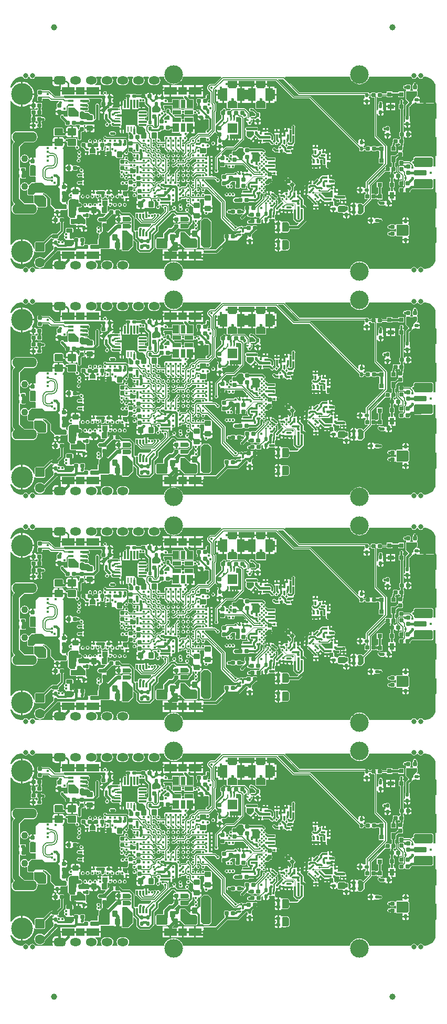
<source format=gbl>
G04 Layer_Physical_Order=8*
G04 Layer_Color=16711680*
%FSLAX44Y44*%
%MOMM*%
G71*
G01*
G75*
%ADD10C,1.0000*%
%ADD11C,0.3090*%
%ADD12C,0.2000*%
%ADD13C,0.3000*%
G04:AMPARAMS|DCode=15|XSize=0.6mm|YSize=0.6mm|CornerRadius=0.06mm|HoleSize=0mm|Usage=FLASHONLY|Rotation=180.000|XOffset=0mm|YOffset=0mm|HoleType=Round|Shape=RoundedRectangle|*
%AMROUNDEDRECTD15*
21,1,0.6000,0.4800,0,0,180.0*
21,1,0.4800,0.6000,0,0,180.0*
1,1,0.1200,-0.2400,0.2400*
1,1,0.1200,0.2400,0.2400*
1,1,0.1200,0.2400,-0.2400*
1,1,0.1200,-0.2400,-0.2400*
%
%ADD15ROUNDEDRECTD15*%
%ADD16R,4.0000X2.0000*%
G04:AMPARAMS|DCode=18|XSize=0.5mm|YSize=0.6mm|CornerRadius=0.05mm|HoleSize=0mm|Usage=FLASHONLY|Rotation=0.000|XOffset=0mm|YOffset=0mm|HoleType=Round|Shape=RoundedRectangle|*
%AMROUNDEDRECTD18*
21,1,0.5000,0.5000,0,0,0.0*
21,1,0.4000,0.6000,0,0,0.0*
1,1,0.1000,0.2000,-0.2500*
1,1,0.1000,-0.2000,-0.2500*
1,1,0.1000,-0.2000,0.2500*
1,1,0.1000,0.2000,0.2500*
%
%ADD18ROUNDEDRECTD18*%
%ADD19C,0.3500*%
G04:AMPARAMS|DCode=21|XSize=0.6mm|YSize=0.6mm|CornerRadius=0.06mm|HoleSize=0mm|Usage=FLASHONLY|Rotation=270.000|XOffset=0mm|YOffset=0mm|HoleType=Round|Shape=RoundedRectangle|*
%AMROUNDEDRECTD21*
21,1,0.6000,0.4800,0,0,270.0*
21,1,0.4800,0.6000,0,0,270.0*
1,1,0.1200,-0.2400,-0.2400*
1,1,0.1200,-0.2400,0.2400*
1,1,0.1200,0.2400,0.2400*
1,1,0.1200,0.2400,-0.2400*
%
%ADD21ROUNDEDRECTD21*%
G04:AMPARAMS|DCode=22|XSize=1mm|YSize=0.9mm|CornerRadius=0.1125mm|HoleSize=0mm|Usage=FLASHONLY|Rotation=180.000|XOffset=0mm|YOffset=0mm|HoleType=Round|Shape=RoundedRectangle|*
%AMROUNDEDRECTD22*
21,1,1.0000,0.6750,0,0,180.0*
21,1,0.7750,0.9000,0,0,180.0*
1,1,0.2250,-0.3875,0.3375*
1,1,0.2250,0.3875,0.3375*
1,1,0.2250,0.3875,-0.3375*
1,1,0.2250,-0.3875,-0.3375*
%
%ADD22ROUNDEDRECTD22*%
G04:AMPARAMS|DCode=23|XSize=0.5mm|YSize=0.6mm|CornerRadius=0.05mm|HoleSize=0mm|Usage=FLASHONLY|Rotation=90.000|XOffset=0mm|YOffset=0mm|HoleType=Round|Shape=RoundedRectangle|*
%AMROUNDEDRECTD23*
21,1,0.5000,0.5000,0,0,90.0*
21,1,0.4000,0.6000,0,0,90.0*
1,1,0.1000,0.2500,0.2000*
1,1,0.1000,0.2500,-0.2000*
1,1,0.1000,-0.2500,-0.2000*
1,1,0.1000,-0.2500,0.2000*
%
%ADD23ROUNDEDRECTD23*%
%ADD25C,0.5000*%
%ADD33R,0.3500X0.3000*%
%ADD38R,0.3000X0.3500*%
%ADD39R,1.4000X1.3000*%
%ADD40R,2.0000X1.3000*%
G04:AMPARAMS|DCode=41|XSize=1.3mm|YSize=0.8mm|CornerRadius=0.1mm|HoleSize=0mm|Usage=FLASHONLY|Rotation=270.000|XOffset=0mm|YOffset=0mm|HoleType=Round|Shape=RoundedRectangle|*
%AMROUNDEDRECTD41*
21,1,1.3000,0.6000,0,0,270.0*
21,1,1.1000,0.8000,0,0,270.0*
1,1,0.2000,-0.3000,-0.5500*
1,1,0.2000,-0.3000,0.5500*
1,1,0.2000,0.3000,0.5500*
1,1,0.2000,0.3000,-0.5500*
%
%ADD41ROUNDEDRECTD41*%
%ADD50C,0.4000*%
%ADD51C,0.1500*%
%ADD52C,0.6000*%
%ADD53C,0.1000*%
%ADD54C,1.0000*%
%ADD55C,0.1100*%
%ADD56C,0.2500*%
%ADD57C,0.4500*%
%ADD59C,0.3500*%
%ADD60C,0.5000*%
%ADD64C,1.1000*%
%ADD65O,4.0000X1.6000*%
%ADD66C,3.0000*%
%ADD67C,3.5000*%
%ADD68O,1.8000X1.3000*%
G04:AMPARAMS|DCode=69|XSize=1.8mm|YSize=1.3mm|CornerRadius=0.325mm|HoleSize=0mm|Usage=FLASHONLY|Rotation=0.000|XOffset=0mm|YOffset=0mm|HoleType=Round|Shape=RoundedRectangle|*
%AMROUNDEDRECTD69*
21,1,1.8000,0.6500,0,0,0.0*
21,1,1.1500,1.3000,0,0,0.0*
1,1,0.6500,0.5750,-0.3250*
1,1,0.6500,-0.5750,-0.3250*
1,1,0.6500,-0.5750,0.3250*
1,1,0.6500,0.5750,0.3250*
%
%ADD69ROUNDEDRECTD69*%
G04:AMPARAMS|DCode=70|XSize=1.524mm|YSize=1.524mm|CornerRadius=0.1905mm|HoleSize=0mm|Usage=FLASHONLY|Rotation=0.000|XOffset=0mm|YOffset=0mm|HoleType=Round|Shape=RoundedRectangle|*
%AMROUNDEDRECTD70*
21,1,1.5240,1.1430,0,0,0.0*
21,1,1.1430,1.5240,0,0,0.0*
1,1,0.3810,0.5715,-0.5715*
1,1,0.3810,-0.5715,-0.5715*
1,1,0.3810,-0.5715,0.5715*
1,1,0.3810,0.5715,0.5715*
%
%ADD70ROUNDEDRECTD70*%
%ADD71C,1.6000*%
%ADD72C,0.8000*%
%ADD73C,0.4000*%
%ADD77C,0.8000*%
%ADD78R,1.5500X1.0000*%
%ADD79R,1.2000X1.6000*%
%ADD80R,1.2000X1.2000*%
%ADD81R,1.2000X2.1500*%
%ADD82R,1.8000X0.3000*%
%ADD83R,0.3000X0.8000*%
%ADD84R,1.0000X0.7000*%
%ADD85R,0.7000X0.7000*%
%ADD86R,0.7000X0.7000*%
%ADD87R,0.7000X1.0000*%
%ADD88C,0.2100*%
G04:AMPARAMS|DCode=89|XSize=0.6mm|YSize=1mm|CornerRadius=0.075mm|HoleSize=0mm|Usage=FLASHONLY|Rotation=270.000|XOffset=0mm|YOffset=0mm|HoleType=Round|Shape=RoundedRectangle|*
%AMROUNDEDRECTD89*
21,1,0.6000,0.8500,0,0,270.0*
21,1,0.4500,1.0000,0,0,270.0*
1,1,0.1500,-0.4250,-0.2250*
1,1,0.1500,-0.4250,0.2250*
1,1,0.1500,0.4250,0.2250*
1,1,0.1500,0.4250,-0.2250*
%
%ADD89ROUNDEDRECTD89*%
%ADD90R,0.8500X0.4000*%
%ADD91R,1.6000X1.6000*%
%ADD92R,0.2500X0.6250*%
G04:AMPARAMS|DCode=93|XSize=1.3mm|YSize=0.8mm|CornerRadius=0.1mm|HoleSize=0mm|Usage=FLASHONLY|Rotation=180.000|XOffset=0mm|YOffset=0mm|HoleType=Round|Shape=RoundedRectangle|*
%AMROUNDEDRECTD93*
21,1,1.3000,0.6000,0,0,180.0*
21,1,1.1000,0.8000,0,0,180.0*
1,1,0.2000,-0.5500,0.3000*
1,1,0.2000,0.5500,0.3000*
1,1,0.2000,0.5500,-0.3000*
1,1,0.2000,-0.5500,-0.3000*
%
%ADD93ROUNDEDRECTD93*%
G04:AMPARAMS|DCode=94|XSize=1.4mm|YSize=1.2mm|CornerRadius=0.15mm|HoleSize=0mm|Usage=FLASHONLY|Rotation=0.000|XOffset=0mm|YOffset=0mm|HoleType=Round|Shape=RoundedRectangle|*
%AMROUNDEDRECTD94*
21,1,1.4000,0.9000,0,0,0.0*
21,1,1.1000,1.2000,0,0,0.0*
1,1,0.3000,0.5500,-0.4500*
1,1,0.3000,-0.5500,-0.4500*
1,1,0.3000,-0.5500,0.4500*
1,1,0.3000,0.5500,0.4500*
%
%ADD94ROUNDEDRECTD94*%
%ADD95R,2.6000X2.6000*%
%ADD96O,0.2500X0.9000*%
%ADD97O,0.9000X0.2500*%
G04:AMPARAMS|DCode=98|XSize=1mm|YSize=0.9mm|CornerRadius=0.1125mm|HoleSize=0mm|Usage=FLASHONLY|Rotation=270.000|XOffset=0mm|YOffset=0mm|HoleType=Round|Shape=RoundedRectangle|*
%AMROUNDEDRECTD98*
21,1,1.0000,0.6750,0,0,270.0*
21,1,0.7750,0.9000,0,0,270.0*
1,1,0.2250,-0.3375,-0.3875*
1,1,0.2250,-0.3375,0.3875*
1,1,0.2250,0.3375,0.3875*
1,1,0.2250,0.3375,-0.3875*
%
%ADD98ROUNDEDRECTD98*%
G04:AMPARAMS|DCode=99|XSize=0.9mm|YSize=2mm|CornerRadius=0.1125mm|HoleSize=0mm|Usage=FLASHONLY|Rotation=270.000|XOffset=0mm|YOffset=0mm|HoleType=Round|Shape=RoundedRectangle|*
%AMROUNDEDRECTD99*
21,1,0.9000,1.7750,0,0,270.0*
21,1,0.6750,2.0000,0,0,270.0*
1,1,0.2250,-0.8875,-0.3375*
1,1,0.2250,-0.8875,0.3375*
1,1,0.2250,0.8875,0.3375*
1,1,0.2250,0.8875,-0.3375*
%
%ADD99ROUNDEDRECTD99*%
G04:AMPARAMS|DCode=100|XSize=1.5mm|YSize=3mm|CornerRadius=0.1875mm|HoleSize=0mm|Usage=FLASHONLY|Rotation=270.000|XOffset=0mm|YOffset=0mm|HoleType=Round|Shape=RoundedRectangle|*
%AMROUNDEDRECTD100*
21,1,1.5000,2.6250,0,0,270.0*
21,1,1.1250,3.0000,0,0,270.0*
1,1,0.3750,-1.3125,-0.5625*
1,1,0.3750,-1.3125,0.5625*
1,1,0.3750,1.3125,0.5625*
1,1,0.3750,1.3125,-0.5625*
%
%ADD100ROUNDEDRECTD100*%
G04:AMPARAMS|DCode=101|XSize=0.3mm|YSize=0.35mm|CornerRadius=0mm|HoleSize=0mm|Usage=FLASHONLY|Rotation=135.000|XOffset=0mm|YOffset=0mm|HoleType=Round|Shape=Rectangle|*
%AMROTATEDRECTD101*
4,1,4,0.2298,0.0177,-0.0177,-0.2298,-0.2298,-0.0177,0.0177,0.2298,0.2298,0.0177,0.0*
%
%ADD101ROTATEDRECTD101*%

G04:AMPARAMS|DCode=102|XSize=0.6mm|YSize=0.6mm|CornerRadius=0.06mm|HoleSize=0mm|Usage=FLASHONLY|Rotation=45.000|XOffset=0mm|YOffset=0mm|HoleType=Round|Shape=RoundedRectangle|*
%AMROUNDEDRECTD102*
21,1,0.6000,0.4800,0,0,45.0*
21,1,0.4800,0.6000,0,0,45.0*
1,1,0.1200,0.3394,0.0000*
1,1,0.1200,0.0000,-0.3394*
1,1,0.1200,-0.3394,0.0000*
1,1,0.1200,0.0000,0.3394*
%
%ADD102ROUNDEDRECTD102*%
%ADD103R,0.7000X1.3500*%
%ADD104R,1.3500X0.7000*%
%ADD105R,1.0000X1.3500*%
%ADD106C,0.3400*%
%ADD107C,0.3100*%
%ADD108C,0.1900*%
%ADD109C,0.1700*%
%ADD110C,0.3700*%
%ADD111C,0.2200*%
%ADD112C,0.2300*%
G36*
X675239Y1402071D02*
X678508Y1400717D01*
X681449Y1398751D01*
X683951Y1396250D01*
X685917Y1393308D01*
X687271Y1390039D01*
X687961Y1386569D01*
Y1384800D01*
Y1360715D01*
X670720D01*
Y1360150D01*
X689500Y1360150D01*
Y1337350D01*
D01*
X689500Y1335635D01*
X687961D01*
X687961Y1305315D01*
X689500D01*
X689500Y1302150D01*
X687961D01*
X687961Y1294400D01*
X689500D01*
X689500Y1274850D01*
X687961D01*
Y1258898D01*
X686961Y1258200D01*
X684608D01*
X683932Y1259200D01*
X684056Y1259825D01*
Y1271075D01*
X683833Y1272197D01*
X683198Y1273148D01*
X682247Y1273783D01*
X681125Y1274007D01*
X654875D01*
X653753Y1273783D01*
X652802Y1273148D01*
X652167Y1272197D01*
X651944Y1271075D01*
Y1268403D01*
X650732Y1268162D01*
X649657Y1267443D01*
X648939Y1266368D01*
X648826Y1265800D01*
X647740Y1265471D01*
X647419Y1265792D01*
X646757Y1266234D01*
X645977Y1266389D01*
X636281D01*
Y1266750D01*
X636157Y1267374D01*
X635804Y1267904D01*
X635274Y1268257D01*
X634650Y1268382D01*
X629850D01*
X629226Y1268257D01*
X628697Y1267904D01*
X628343Y1267374D01*
X628219Y1266750D01*
Y1261950D01*
X628343Y1261326D01*
X628487Y1261110D01*
X628115Y1260862D01*
X626238Y1258985D01*
X625852Y1258406D01*
X625716Y1257724D01*
Y1250977D01*
X625852Y1250294D01*
X626238Y1249715D01*
X626703Y1249251D01*
X626320Y1248327D01*
X625225D01*
X624000Y1248083D01*
X622961Y1247389D01*
X622267Y1246350D01*
X622242Y1246225D01*
X621214D01*
X621179Y1246279D01*
X620649Y1246632D01*
X620095Y1246743D01*
Y1247388D01*
X620072Y1247504D01*
X620507Y1249694D01*
X622525D01*
X623149Y1249818D01*
X623679Y1250172D01*
X624032Y1250701D01*
X624156Y1251325D01*
Y1256125D01*
X624032Y1256749D01*
X623679Y1257279D01*
X623149Y1257632D01*
X622720Y1257718D01*
Y1263850D01*
X624500D01*
Y1270680D01*
X627839Y1274019D01*
X627856Y1274045D01*
X627995Y1274138D01*
X628101Y1274068D01*
X628725Y1273944D01*
X633525D01*
X634149Y1274068D01*
X634678Y1274422D01*
X635032Y1274951D01*
X635156Y1275575D01*
Y1280375D01*
X635032Y1280999D01*
X634678Y1281529D01*
X634625Y1281564D01*
Y1284386D01*
X634678Y1284422D01*
X635032Y1284951D01*
X635156Y1285575D01*
Y1289162D01*
X635701Y1290476D01*
X635993Y1292700D01*
X635970D01*
Y1295115D01*
X636428Y1295422D01*
X636782Y1295951D01*
X636906Y1296575D01*
Y1301375D01*
X636782Y1302000D01*
X636428Y1302529D01*
X635970Y1302835D01*
Y1306132D01*
X636274Y1306193D01*
X636804Y1306547D01*
X636839Y1306600D01*
X637867D01*
X637892Y1306475D01*
X638586Y1305436D01*
X639625Y1304742D01*
X640850Y1304499D01*
X641980D01*
Y1310100D01*
Y1315702D01*
X640850D01*
X639625Y1315458D01*
X638586Y1314764D01*
X637892Y1313725D01*
X637867Y1313600D01*
X636839D01*
X636804Y1313654D01*
X636274Y1314007D01*
X635845Y1314093D01*
Y1350350D01*
X637000D01*
Y1359350D01*
X635345D01*
Y1362334D01*
X635576Y1362680D01*
X635809Y1363850D01*
X635576Y1365021D01*
X634913Y1366013D01*
X633921Y1366676D01*
X632750Y1366909D01*
X631580Y1366676D01*
X630587Y1366013D01*
X629924Y1365021D01*
X629691Y1363850D01*
X629924Y1362680D01*
X630155Y1362334D01*
Y1359350D01*
X628000D01*
Y1350350D01*
X630655D01*
Y1314093D01*
X630226Y1314007D01*
X629697Y1313654D01*
X629343Y1313125D01*
X629219Y1312500D01*
Y1307700D01*
X629343Y1307076D01*
X629697Y1306547D01*
X630226Y1306193D01*
X630780Y1306083D01*
Y1303006D01*
X630475D01*
X629851Y1302882D01*
X629321Y1302529D01*
X629286Y1302475D01*
X626464D01*
X626428Y1302529D01*
X625899Y1302882D01*
X625275Y1303006D01*
X620475D01*
X619851Y1302882D01*
X619321Y1302529D01*
X618968Y1302000D01*
X618844Y1301375D01*
Y1297846D01*
X617773Y1295261D01*
X617348Y1292034D01*
X616528Y1291600D01*
X615500D01*
Y1282600D01*
X624500D01*
Y1291600D01*
X623430D01*
X623424Y1291604D01*
X622685Y1292600D01*
X622856Y1293899D01*
X623288Y1294944D01*
X625275D01*
X625899Y1295068D01*
X626428Y1295422D01*
X626464Y1295475D01*
X629286D01*
X629321Y1295422D01*
X629851Y1295068D01*
X630475Y1294944D01*
X630780D01*
Y1292700D01*
X630768D01*
X630630Y1292007D01*
X628725D01*
X628101Y1291882D01*
X627571Y1291529D01*
X627218Y1290999D01*
X627094Y1290375D01*
Y1285575D01*
X627218Y1284951D01*
X627571Y1284422D01*
X627625Y1284386D01*
Y1281564D01*
X627571Y1281529D01*
X627218Y1280999D01*
X627094Y1280375D01*
Y1279657D01*
X626189Y1279282D01*
X624144Y1277713D01*
X624169Y1277689D01*
X624169Y1277689D01*
X622330Y1275850D01*
X615500D01*
Y1263850D01*
X617530D01*
Y1257718D01*
X617101Y1257632D01*
X616571Y1257279D01*
X616536Y1257225D01*
X613714Y1257225D01*
X613679Y1257279D01*
X613149Y1257632D01*
X612525Y1257757D01*
X607725D01*
X607101Y1257632D01*
X606571Y1257279D01*
X606218Y1256749D01*
X606094Y1256125D01*
Y1254730D01*
X605875Y1253764D01*
X605095Y1253609D01*
X604433Y1253167D01*
X580808Y1229542D01*
X580366Y1228881D01*
X580289Y1228494D01*
X579289Y1228593D01*
Y1231756D01*
X608692Y1261158D01*
X608692Y1261158D01*
X609134Y1261820D01*
X609289Y1262600D01*
Y1291100D01*
X609289Y1291100D01*
X609134Y1291881D01*
X608692Y1292542D01*
X608692Y1292542D01*
X593039Y1308195D01*
Y1342554D01*
X594039Y1342653D01*
X594136Y1342164D01*
X594808Y1341158D01*
X595814Y1340487D01*
X597000Y1340251D01*
X597730D01*
Y1345850D01*
X599000D01*
Y1347120D01*
X604100D01*
Y1348350D01*
X603864Y1349536D01*
X603192Y1350542D01*
X602500Y1351004D01*
Y1352850D01*
X602500D01*
X602449Y1352927D01*
X602624Y1353350D01*
Y1358350D01*
X602148Y1359498D01*
X602059Y1359535D01*
Y1360850D01*
X601826Y1362021D01*
X601163Y1363013D01*
X600171Y1363676D01*
X599000Y1363909D01*
X597830Y1363676D01*
X596837Y1363013D01*
X596174Y1362021D01*
X595941Y1360850D01*
Y1359535D01*
X595852Y1359498D01*
X595376Y1358350D01*
Y1353350D01*
X595552Y1352927D01*
X595500Y1352850D01*
X595500D01*
Y1351004D01*
X594808Y1350542D01*
X594136Y1349536D01*
X594039Y1349048D01*
X593039Y1349146D01*
Y1369742D01*
X594039Y1369985D01*
X594476Y1369693D01*
X595100Y1369569D01*
X599900D01*
X600524Y1369693D01*
X601054Y1370047D01*
X601407Y1370576D01*
X601531Y1371200D01*
Y1371561D01*
X608750D01*
Y1370100D01*
X617750D01*
Y1371541D01*
X627750D01*
Y1370100D01*
X636750D01*
Y1379100D01*
X627750D01*
Y1377659D01*
X617750D01*
Y1379100D01*
X608750D01*
Y1375639D01*
X601531D01*
Y1376000D01*
X601407Y1376624D01*
X601054Y1377154D01*
X600524Y1377507D01*
X599900Y1377632D01*
X595100D01*
X594476Y1377507D01*
X593946Y1377154D01*
X593911Y1377100D01*
X591089D01*
X591054Y1377154D01*
X590524Y1377507D01*
X589900Y1377632D01*
X585100D01*
X584476Y1377507D01*
X583946Y1377154D01*
X583593Y1376624D01*
X583469Y1376000D01*
Y1375639D01*
X580374D01*
Y1376100D01*
X579898Y1377248D01*
X578750Y1377724D01*
X575296D01*
X575280Y1377734D01*
X574500Y1377889D01*
X468595D01*
X444723Y1401761D01*
X445137Y1402761D01*
X549505D01*
X550146Y1400648D01*
X551632Y1397868D01*
X553632Y1395432D01*
X556068Y1393432D01*
X558847Y1391947D01*
X561864Y1391032D01*
X565000Y1390723D01*
X568137Y1391032D01*
X571153Y1391947D01*
X573932Y1393432D01*
X576368Y1395432D01*
X578368Y1397868D01*
X579854Y1400648D01*
X580495Y1402761D01*
X648349D01*
X649395Y1401195D01*
X651049Y1400090D01*
X653000Y1399702D01*
X654951Y1400090D01*
X656605Y1401195D01*
X657651Y1402761D01*
X659099D01*
X660145Y1401195D01*
X661799Y1400090D01*
X663750Y1399702D01*
X665701Y1400090D01*
X667355Y1401195D01*
X668401Y1402761D01*
X671769Y1402761D01*
X675239Y1402071D01*
D02*
G37*
G36*
X69641Y1401761D02*
X69311Y1400100D01*
Y1398120D01*
X80964D01*
Y1395580D01*
X69311D01*
Y1393600D01*
X69760Y1391341D01*
X71040Y1389426D01*
X72955Y1388146D01*
X75214Y1387697D01*
X82210D01*
Y1381620D01*
X94750D01*
Y1379080D01*
X82210D01*
Y1372139D01*
X73345D01*
X65192Y1380292D01*
X64530Y1380734D01*
X63750Y1380889D01*
X53147D01*
X52804Y1381404D01*
X52274Y1381757D01*
X51650Y1381882D01*
X46850D01*
X46226Y1381757D01*
X45697Y1381404D01*
X45343Y1380874D01*
X45219Y1380250D01*
Y1375450D01*
X45343Y1374826D01*
X45697Y1374297D01*
X45750Y1374261D01*
Y1371440D01*
X45697Y1371404D01*
X45343Y1370874D01*
X45219Y1370250D01*
Y1365450D01*
X45343Y1364826D01*
X45697Y1364297D01*
X46226Y1363943D01*
X46850Y1363819D01*
X51650D01*
X52274Y1363943D01*
X52804Y1364297D01*
X53157Y1364826D01*
X53281Y1365450D01*
Y1367811D01*
X63155D01*
X66058Y1364908D01*
X66058Y1364908D01*
X66720Y1364466D01*
X67500Y1364311D01*
X67500Y1364311D01*
X79471D01*
X79885Y1363311D01*
X77087Y1360513D01*
X76968Y1360335D01*
X76697Y1360154D01*
X76343Y1359624D01*
X76219Y1359000D01*
Y1358488D01*
X76191Y1358350D01*
X76191Y1358350D01*
Y1356600D01*
X76219Y1356462D01*
Y1354200D01*
X76343Y1353576D01*
X76697Y1353047D01*
X76750Y1353011D01*
Y1351983D01*
X76625Y1351958D01*
X75586Y1351264D01*
X74892Y1350225D01*
X74649Y1349000D01*
Y1347870D01*
X80250D01*
Y1346600D01*
X81520D01*
Y1340999D01*
X81742D01*
X81770Y1340946D01*
Y1348100D01*
X94000D01*
Y1338850D01*
X89250D01*
X88000Y1340100D01*
Y1341350D01*
X87250Y1342100D01*
X84250Y1342100D01*
X82232Y1340082D01*
X82277Y1339999D01*
X82024Y1339621D01*
X81791Y1338450D01*
Y1338000D01*
X81791Y1338000D01*
X82024Y1336830D01*
X82687Y1335837D01*
X90219Y1328306D01*
Y1326200D01*
X90343Y1325576D01*
X90696Y1325047D01*
X91226Y1324693D01*
X91850Y1324569D01*
X96650D01*
X97274Y1324693D01*
X97804Y1325047D01*
X97839Y1325100D01*
X100661D01*
X100696Y1325047D01*
X101226Y1324693D01*
X101850Y1324569D01*
X106650D01*
X107274Y1324693D01*
X107803Y1325047D01*
X108134Y1325541D01*
X113116D01*
X113447Y1325047D01*
X113500Y1325011D01*
Y1322189D01*
X113447Y1322154D01*
X113093Y1321624D01*
X112969Y1321000D01*
Y1318893D01*
X111793Y1317718D01*
X110869Y1318100D01*
Y1318600D01*
X110556Y1320177D01*
X109663Y1321513D01*
X108327Y1322406D01*
X106750Y1322719D01*
X102520D01*
Y1314100D01*
Y1305481D01*
X106750D01*
X108327Y1305795D01*
X108941Y1306205D01*
X109941Y1305671D01*
Y1303600D01*
X110174Y1302430D01*
X110837Y1301437D01*
X111830Y1300774D01*
X113000Y1300541D01*
X114171Y1300774D01*
X115163Y1301437D01*
X115826Y1302430D01*
X116059Y1303600D01*
Y1313332D01*
X117296Y1314569D01*
X119400D01*
X120024Y1314693D01*
X120554Y1315047D01*
X120907Y1315576D01*
X121031Y1316200D01*
Y1321000D01*
X120907Y1321624D01*
X120554Y1322154D01*
X120500Y1322189D01*
Y1325011D01*
X120554Y1325047D01*
X120884Y1325541D01*
X121987D01*
X122600Y1324541D01*
X122388Y1323475D01*
Y1321370D01*
X137612D01*
Y1323475D01*
X137327Y1324905D01*
X137116Y1325222D01*
X137311Y1326202D01*
X137663Y1326437D01*
X143913Y1332688D01*
X143913Y1332688D01*
X144576Y1333680D01*
X144809Y1334851D01*
X144809Y1334851D01*
Y1356746D01*
X144576Y1357916D01*
X143913Y1358909D01*
X142921Y1359572D01*
X141750Y1359805D01*
X140580Y1359572D01*
X139588Y1358909D01*
X138925Y1357916D01*
X138692Y1356746D01*
Y1336118D01*
X137042Y1334468D01*
X136042Y1334882D01*
Y1340475D01*
X135877Y1341304D01*
X135407Y1342007D01*
X134704Y1342477D01*
X133875Y1342642D01*
X131668D01*
X129105Y1345205D01*
X127451Y1346310D01*
X125500Y1346698D01*
X121780D01*
X121537Y1347041D01*
X122054Y1348041D01*
X124750D01*
X125921Y1348274D01*
X126913Y1348937D01*
X127576Y1349930D01*
X127809Y1351100D01*
X127576Y1352271D01*
X126913Y1353263D01*
X126783Y1353350D01*
Y1354350D01*
X126913Y1354437D01*
X127576Y1355430D01*
X127809Y1356600D01*
X127576Y1357771D01*
X126913Y1358763D01*
X126913Y1358763D01*
X125913Y1359763D01*
X125496Y1360041D01*
X125800Y1361041D01*
X126500D01*
X127671Y1361274D01*
X128663Y1361937D01*
X129326Y1362930D01*
X129559Y1364100D01*
X129326Y1365271D01*
X128663Y1366263D01*
X127872Y1366791D01*
X128056Y1367791D01*
X147651D01*
X148102Y1366702D01*
X148691Y1366458D01*
Y1363234D01*
X148196Y1362904D01*
X147843Y1362375D01*
X147719Y1361750D01*
Y1356950D01*
X147843Y1356326D01*
X148196Y1355797D01*
X148726Y1355443D01*
X149350Y1355319D01*
X154150D01*
X154774Y1355443D01*
X155304Y1355797D01*
X155339Y1355850D01*
X156367D01*
X156392Y1355725D01*
X157086Y1354686D01*
X158125Y1353992D01*
X159350Y1353749D01*
X161306D01*
X161747Y1353011D01*
X161392Y1352474D01*
X159250D01*
X158827Y1352299D01*
X158750Y1352350D01*
Y1352350D01*
X156904D01*
X156442Y1353042D01*
X155842Y1353443D01*
X154750Y1352350D01*
X153020D01*
Y1348850D01*
Y1343127D01*
X153155Y1342932D01*
X153120Y1342751D01*
X152891Y1341600D01*
Y1335400D01*
X152891Y1335400D01*
X153124Y1334230D01*
X153787Y1333237D01*
X157404Y1329620D01*
X157042Y1328568D01*
X156329Y1328426D01*
X155337Y1327763D01*
X154674Y1326771D01*
X154441Y1325600D01*
X154674Y1324430D01*
X155337Y1323437D01*
X156329Y1322774D01*
X157500Y1322541D01*
X158671Y1322774D01*
X159663Y1323437D01*
X160326Y1324430D01*
X160559Y1325600D01*
X160443Y1326182D01*
X161250Y1327041D01*
X162421Y1327274D01*
X162842Y1327556D01*
X163742Y1326955D01*
X163692Y1326700D01*
X163924Y1325530D01*
X164587Y1324537D01*
X165580Y1323874D01*
X166069Y1323777D01*
X166198Y1323648D01*
X167025Y1323095D01*
X168000Y1322901D01*
X177037D01*
X177672Y1322128D01*
X177636Y1321950D01*
Y1319970D01*
X181500D01*
Y1318830D01*
Y1318830D01*
Y1323601D01*
X186500Y1328601D01*
Y1318700D01*
X187770D01*
Y1311839D01*
X187979Y1311880D01*
X189233Y1312718D01*
X189552Y1313196D01*
X190247Y1313334D01*
X190302Y1313326D01*
X190751Y1313190D01*
X191306Y1312175D01*
X191191Y1311600D01*
X191424Y1310430D01*
X192087Y1309437D01*
X192466Y1309059D01*
X192343Y1308875D01*
X192219Y1308250D01*
Y1303865D01*
X191219Y1303451D01*
X189519Y1305150D01*
X188808Y1305625D01*
X187969Y1305792D01*
X157312D01*
X156663Y1306763D01*
X155671Y1307426D01*
X154500Y1307659D01*
X153329Y1307426D01*
X152337Y1306763D01*
X151674Y1305771D01*
X151441Y1304600D01*
X151674Y1303430D01*
X152085Y1302814D01*
X152087Y1301739D01*
X151989Y1301467D01*
X151424Y1300621D01*
X151191Y1299450D01*
X151424Y1298280D01*
X151690Y1297881D01*
X151155Y1296882D01*
X149345D01*
X148810Y1297881D01*
X149076Y1298280D01*
X149309Y1299450D01*
X149076Y1300621D01*
X148413Y1301613D01*
X147421Y1302276D01*
X146250Y1302509D01*
X145079Y1302276D01*
X144087Y1301613D01*
X143424Y1300621D01*
X143191Y1299450D01*
X143424Y1298280D01*
X143634Y1297966D01*
X143180Y1296844D01*
X142775Y1296757D01*
X142774Y1296757D01*
X142150Y1296882D01*
X141345D01*
X140810Y1297881D01*
X141076Y1298280D01*
X141309Y1299450D01*
X141076Y1300621D01*
X140413Y1301613D01*
X139420Y1302276D01*
X138250Y1302509D01*
X137079Y1302276D01*
X136087Y1301613D01*
X135424Y1300621D01*
X135191Y1299450D01*
X135424Y1298280D01*
X135973Y1297457D01*
X136156Y1296596D01*
X135580Y1295676D01*
X134587Y1295013D01*
X134376Y1294802D01*
X133517Y1295321D01*
X133407Y1295874D01*
X133054Y1296404D01*
X132971Y1296459D01*
X132888Y1296582D01*
X132686Y1297588D01*
X132715Y1297739D01*
X133076Y1298280D01*
X133309Y1299450D01*
X133076Y1300621D01*
X132413Y1301613D01*
X131420Y1302276D01*
X130250Y1302509D01*
X129079Y1302276D01*
X128087Y1301613D01*
X127424Y1300621D01*
X127191Y1299450D01*
X127424Y1298280D01*
X127690Y1297881D01*
X127155Y1296882D01*
X127100D01*
X126476Y1296757D01*
X125947Y1296404D01*
X125911Y1296350D01*
X123089D01*
X123054Y1296404D01*
X122524Y1296757D01*
X121900Y1296882D01*
X117100D01*
X116476Y1296757D01*
X115947Y1296404D01*
X115593Y1295874D01*
X115469Y1295250D01*
Y1290450D01*
X115593Y1289826D01*
X115947Y1289297D01*
X116476Y1288943D01*
X117100Y1288819D01*
X118641D01*
X121910Y1285550D01*
Y1282620D01*
X125950D01*
Y1281350D01*
X127220D01*
Y1277060D01*
X129990D01*
Y1278461D01*
X130001Y1278468D01*
X138750D01*
X138760Y1278462D01*
Y1277060D01*
X141530D01*
Y1281350D01*
X142800D01*
Y1282620D01*
X146840D01*
Y1284354D01*
X147840Y1284658D01*
X148087Y1284288D01*
X149080Y1283625D01*
X150250Y1283392D01*
X151421Y1283625D01*
X152413Y1284288D01*
X153076Y1285280D01*
X153309Y1286450D01*
X153076Y1287621D01*
X152810Y1288020D01*
X152837Y1288985D01*
X153304Y1289297D01*
X153657Y1289826D01*
X153781Y1290450D01*
Y1295250D01*
X154379Y1295658D01*
X155151Y1294902D01*
Y1294720D01*
X160751D01*
Y1292180D01*
X155151D01*
Y1291450D01*
X155387Y1290264D01*
X155810Y1289631D01*
X156087Y1288613D01*
X155424Y1287621D01*
X155191Y1286450D01*
X155424Y1285280D01*
X155671Y1284910D01*
X155233Y1284617D01*
X154423Y1283405D01*
X154138Y1281975D01*
Y1279370D01*
X161250D01*
Y1278100D01*
X162520D01*
Y1275346D01*
X170000Y1275350D01*
X173250Y1272100D01*
X173750D01*
X173750Y1272100D01*
X174743Y1272085D01*
X174875Y1272059D01*
X181625D01*
X182454Y1272224D01*
X183157Y1272693D01*
X183627Y1273396D01*
X183792Y1274225D01*
Y1278542D01*
X184551Y1279301D01*
X185636Y1278972D01*
X185674Y1278780D01*
X186337Y1277787D01*
X187330Y1277124D01*
X188500Y1276891D01*
X189671Y1277124D01*
X190663Y1277787D01*
X191326Y1278780D01*
X191559Y1279950D01*
X191326Y1281121D01*
X190663Y1282113D01*
X189671Y1282776D01*
X189478Y1282814D01*
X189149Y1283899D01*
X190795Y1285545D01*
X191719Y1285162D01*
Y1282950D01*
X191843Y1282326D01*
X192197Y1281797D01*
X192726Y1281443D01*
X193350Y1281319D01*
X195841D01*
X198651Y1278508D01*
X199313Y1278066D01*
X199406Y1277842D01*
X198924Y1277121D01*
X198691Y1275950D01*
X198924Y1274780D01*
X199587Y1273788D01*
X200579Y1273124D01*
X201750Y1272892D01*
X202262Y1272471D01*
Y1271429D01*
X201750Y1271009D01*
X200579Y1270776D01*
X199587Y1270113D01*
X198924Y1269121D01*
X198691Y1267950D01*
X198892Y1266938D01*
X198416Y1265938D01*
X194910D01*
X191542Y1269306D01*
X190897Y1269737D01*
X191225Y1270629D01*
X191326Y1270780D01*
X191559Y1271950D01*
X191326Y1273121D01*
X190663Y1274113D01*
X189671Y1274776D01*
X188500Y1275009D01*
X187330Y1274776D01*
X186337Y1274113D01*
X185674Y1273121D01*
X185441Y1271950D01*
X185653Y1270889D01*
X185582Y1270586D01*
X185209Y1269889D01*
X182050D01*
X182015Y1269882D01*
X179350D01*
X178726Y1269757D01*
X178197Y1269404D01*
X177843Y1268874D01*
X177719Y1268250D01*
Y1263450D01*
X177843Y1262826D01*
X178197Y1262297D01*
X178250Y1262261D01*
Y1259439D01*
X178197Y1259404D01*
X177843Y1258874D01*
X177719Y1258250D01*
Y1253450D01*
X177843Y1252826D01*
X178197Y1252297D01*
X178726Y1251943D01*
X178978Y1251893D01*
X179218Y1250851D01*
X179087Y1250763D01*
X178424Y1249771D01*
X178191Y1248600D01*
X178424Y1247430D01*
X179087Y1246437D01*
X179565Y1246118D01*
X179587Y1244930D01*
X179337Y1244763D01*
X178674Y1243771D01*
X178441Y1242600D01*
X178674Y1241430D01*
X179337Y1240437D01*
X180329Y1239774D01*
X181500Y1239541D01*
X182671Y1239774D01*
X183663Y1240437D01*
X184326Y1241430D01*
X184559Y1242600D01*
X184326Y1243771D01*
X183663Y1244763D01*
X183185Y1245082D01*
X183163Y1246270D01*
X183413Y1246437D01*
X184076Y1247430D01*
X184309Y1248600D01*
X184164Y1249326D01*
X184956Y1250117D01*
X185436Y1249957D01*
X185555Y1249703D01*
X185674Y1249121D01*
X185441Y1247950D01*
X185674Y1246780D01*
X186337Y1245787D01*
X187330Y1245124D01*
X188500Y1244892D01*
X189671Y1245124D01*
X190663Y1245787D01*
X191326Y1246780D01*
X191460Y1247455D01*
X192460Y1247356D01*
Y1245170D01*
X196751D01*
Y1243900D01*
X198020D01*
Y1239860D01*
X200903D01*
X201001Y1238860D01*
X200579Y1238776D01*
X199587Y1238113D01*
X198924Y1237121D01*
X198904Y1237018D01*
X198274Y1236757D01*
X197650Y1236881D01*
X192850D01*
X192226Y1236757D01*
X191696Y1236404D01*
X191343Y1235874D01*
X191219Y1235250D01*
Y1234944D01*
X190219Y1234410D01*
X189671Y1234776D01*
X188500Y1235009D01*
X187330Y1234776D01*
X186337Y1234113D01*
X186110Y1233772D01*
X184913Y1233763D01*
X183921Y1234426D01*
X182750Y1234659D01*
X181579Y1234426D01*
X180587Y1233763D01*
X179924Y1232771D01*
X179691Y1231600D01*
X179924Y1230430D01*
X180587Y1229437D01*
X181579Y1228774D01*
X182750Y1228541D01*
X183921Y1228774D01*
X184913Y1229437D01*
X185141Y1229778D01*
X186337Y1229787D01*
X187330Y1229124D01*
X188500Y1228891D01*
X189671Y1229124D01*
X190383Y1229600D01*
X190503Y1229628D01*
X191373Y1229510D01*
X191617Y1229415D01*
X191696Y1229297D01*
X191750Y1229261D01*
Y1226440D01*
X191696Y1226404D01*
X191343Y1225874D01*
X191219Y1225250D01*
Y1221663D01*
X188988Y1219433D01*
X183750D01*
X183241Y1219773D01*
Y1220240D01*
X180471D01*
Y1215950D01*
X179200D01*
Y1214680D01*
X175161D01*
Y1213616D01*
X174387Y1212981D01*
X174250Y1213009D01*
X173080Y1212776D01*
X172087Y1212113D01*
X171424Y1211121D01*
X171192Y1209950D01*
X171424Y1208780D01*
X172087Y1207787D01*
X173080Y1207124D01*
X174250Y1206891D01*
X175421Y1207124D01*
X176413Y1207787D01*
X177076Y1208780D01*
X177309Y1209950D01*
X177168Y1210660D01*
X177754Y1211550D01*
X178746D01*
X179333Y1210660D01*
X179191Y1209950D01*
X179424Y1208780D01*
X180087Y1207787D01*
X181079Y1207124D01*
X182250Y1206891D01*
X183421Y1207124D01*
X183461Y1207151D01*
X184461Y1206616D01*
Y1202110D01*
X187481D01*
Y1206150D01*
X188750D01*
Y1207420D01*
X193041D01*
Y1210190D01*
X191582D01*
Y1214811D01*
X191763Y1215719D01*
X194863Y1218819D01*
X197650D01*
X198274Y1218943D01*
X198924Y1218780D01*
X199161Y1218425D01*
X199587Y1217787D01*
X200579Y1217124D01*
X201750Y1216891D01*
X202920Y1217124D01*
X203913Y1217787D01*
X204576Y1218780D01*
X204719Y1219498D01*
X205719Y1219399D01*
Y1216450D01*
X205843Y1215826D01*
X206196Y1215297D01*
X206250Y1215261D01*
Y1212439D01*
X206196Y1212404D01*
X205843Y1211874D01*
X205719Y1211250D01*
Y1206450D01*
X205843Y1205826D01*
X206196Y1205297D01*
X206446Y1205130D01*
X206569Y1204222D01*
X206514Y1203973D01*
X205983Y1203618D01*
X205173Y1202406D01*
X204888Y1200976D01*
Y1198371D01*
X212000D01*
Y1197101D01*
X213270D01*
Y1189489D01*
X215375D01*
X216805Y1189773D01*
X218017Y1190583D01*
X218363Y1191101D01*
X224500D01*
X224500Y1191100D01*
X225494Y1191085D01*
X225625Y1191059D01*
X232375D01*
X233204Y1191224D01*
X233907Y1191693D01*
X234377Y1192396D01*
X234542Y1193226D01*
Y1200976D01*
X234377Y1201805D01*
X233907Y1202508D01*
X233204Y1202977D01*
X232375Y1203142D01*
X231989D01*
Y1204564D01*
X236544D01*
X237283Y1204059D01*
X237503Y1203641D01*
X237675Y1202780D01*
X238337Y1201787D01*
X239330Y1201124D01*
X240500Y1200892D01*
X240960Y1200514D01*
Y1196688D01*
X239960Y1195867D01*
X239750Y1195909D01*
X238580Y1195676D01*
X237587Y1195013D01*
X236924Y1194021D01*
X236691Y1192850D01*
X236924Y1191680D01*
X237587Y1190687D01*
X238580Y1190024D01*
X239750Y1189791D01*
X240921Y1190024D01*
X241913Y1190687D01*
X242576Y1191680D01*
X242809Y1192850D01*
X242576Y1194021D01*
X242082Y1194760D01*
X242401Y1195609D01*
X242525Y1195760D01*
X243899D01*
X244441Y1195100D01*
X244674Y1193930D01*
X245337Y1192937D01*
X246329Y1192274D01*
X247500Y1192041D01*
X247753Y1192092D01*
X248334Y1191510D01*
X248458Y1191212D01*
X248675Y1190123D01*
X249338Y1189131D01*
X249716Y1188878D01*
Y1186014D01*
X243950Y1180248D01*
X242864Y1180577D01*
X242826Y1180771D01*
X242163Y1181763D01*
X241171Y1182426D01*
X240000Y1182659D01*
X238829Y1182426D01*
X237837Y1181763D01*
X236913Y1182180D01*
X236171Y1182676D01*
X235000Y1182909D01*
X233829Y1182676D01*
X232837Y1182013D01*
X232805Y1181965D01*
X231451Y1181739D01*
X231171Y1181926D01*
X230000Y1182159D01*
X228829Y1181926D01*
X228375Y1181623D01*
X227625Y1181342D01*
X226875Y1181623D01*
X226421Y1181926D01*
X225250Y1182159D01*
X224790Y1182536D01*
Y1185140D01*
X222020D01*
Y1178600D01*
X219480D01*
Y1185140D01*
X216710D01*
Y1183600D01*
X203250D01*
Y1173600D01*
X204898D01*
X209684Y1168814D01*
X212398Y1166100D01*
X228750D01*
Y1163850D01*
X225500Y1160600D01*
X209500Y1160600D01*
X207500Y1158600D01*
Y1156100D01*
X206750Y1155350D01*
X202500Y1155350D01*
X201799Y1156051D01*
Y1162350D01*
Y1167890D01*
Y1175600D01*
X201605Y1176576D01*
X201052Y1177403D01*
X195552Y1182903D01*
X194725Y1183455D01*
X193750Y1183649D01*
X182306D01*
X179302Y1186653D01*
X178531Y1187168D01*
Y1187250D01*
X178407Y1187875D01*
X178053Y1188404D01*
X177524Y1188757D01*
X176900Y1188882D01*
X172100D01*
X171476Y1188757D01*
X170947Y1188404D01*
X170911Y1188350D01*
X168089D01*
X168054Y1188404D01*
X167524Y1188757D01*
X166900Y1188882D01*
X164736D01*
X164500Y1188929D01*
X164264Y1188882D01*
X162100D01*
X161476Y1188757D01*
X160947Y1188404D01*
X160593Y1187875D01*
X160469Y1187250D01*
Y1186587D01*
X159466Y1185583D01*
X158542Y1185966D01*
Y1192225D01*
X158377Y1193054D01*
X158329Y1193126D01*
Y1194304D01*
X158740Y1194623D01*
X160008Y1194407D01*
X160087Y1194287D01*
X161080Y1193624D01*
X162250Y1193392D01*
X163421Y1193624D01*
X164413Y1194287D01*
X165076Y1195280D01*
X165309Y1196450D01*
X165545Y1196738D01*
X165909Y1196995D01*
X166462Y1197155D01*
X166494Y1197153D01*
X167058Y1196618D01*
X167164Y1196485D01*
X167200Y1196408D01*
X167191Y1196450D01*
X167191Y1196450D01*
X167191Y1196450D01*
X167240Y1196206D01*
X167424Y1195280D01*
X168087Y1194287D01*
X169079Y1193624D01*
X170250Y1193392D01*
X171420Y1193624D01*
X172413Y1194287D01*
X173076Y1195280D01*
X173309Y1196450D01*
X173076Y1197621D01*
X172413Y1198613D01*
X171420Y1199276D01*
X170250Y1199509D01*
X169079Y1199276D01*
X168087Y1198613D01*
X167441Y1197646D01*
X167330Y1197577D01*
X166341Y1198140D01*
Y1200180D01*
X162301D01*
Y1201450D01*
X161031D01*
Y1205740D01*
X158260D01*
Y1204433D01*
X150948D01*
X150240Y1205140D01*
X150240Y1205664D01*
X150501Y1206632D01*
X150927Y1206717D01*
X151866Y1206903D01*
X153024Y1207677D01*
X153797Y1208835D01*
X154069Y1210200D01*
Y1212700D01*
X155347D01*
X155809Y1212009D01*
X155953Y1211912D01*
X155424Y1211121D01*
X155191Y1209950D01*
X155424Y1208780D01*
X156087Y1207787D01*
X157079Y1207124D01*
X158250Y1206891D01*
X159420Y1207124D01*
X160413Y1207787D01*
X161076Y1208780D01*
X161309Y1209950D01*
X162073Y1210734D01*
X162530Y1210746D01*
X163192Y1209950D01*
X163424Y1208780D01*
X164087Y1207787D01*
X165080Y1207124D01*
X166250Y1206891D01*
X167421Y1207124D01*
X168413Y1207787D01*
X169076Y1208780D01*
X169309Y1209950D01*
X169076Y1211121D01*
X168413Y1212113D01*
X167421Y1212776D01*
X166250Y1213009D01*
X166058Y1213989D01*
X166100Y1214200D01*
Y1214930D01*
X160501D01*
Y1216200D01*
X159230D01*
Y1221064D01*
X156816D01*
X156814Y1221064D01*
X155809Y1220392D01*
X155347Y1219700D01*
X153500D01*
Y1219700D01*
X153423Y1219649D01*
X153000Y1219824D01*
X148000D01*
X147868Y1219769D01*
X142250D01*
X141241Y1219568D01*
X140240Y1220178D01*
Y1220490D01*
X137471D01*
Y1216200D01*
X136201D01*
Y1214930D01*
X132161D01*
Y1212162D01*
X132087Y1212113D01*
X131424Y1211121D01*
X131191Y1209950D01*
X131424Y1208780D01*
X132087Y1207787D01*
X133079Y1207124D01*
X134250Y1206891D01*
X135421Y1207124D01*
X136413Y1207787D01*
X137076Y1208780D01*
X137309Y1209950D01*
X137118Y1210910D01*
X137659Y1211910D01*
X138841D01*
X139382Y1210910D01*
X139192Y1209950D01*
X139424Y1208780D01*
X140087Y1207787D01*
X141080Y1207124D01*
X142250Y1206891D01*
X143421Y1207124D01*
X144413Y1207787D01*
X145076Y1208780D01*
X145309Y1209950D01*
X145076Y1211121D01*
X144735Y1211632D01*
X145269Y1212632D01*
X146932D01*
Y1210200D01*
X147204Y1208835D01*
X147977Y1207677D01*
X149135Y1206903D01*
X149955Y1206740D01*
X149856Y1205740D01*
X149299Y1205740D01*
X149299Y1205740D01*
X149272Y1205740D01*
X147471D01*
Y1201450D01*
X146201D01*
Y1200180D01*
X142161D01*
Y1197296D01*
X141160Y1197197D01*
X141076Y1197621D01*
X140413Y1198613D01*
X139421Y1199276D01*
X138250Y1199509D01*
X137080Y1199276D01*
X136087Y1198613D01*
X135424Y1197621D01*
X135191Y1196450D01*
X134791Y1195962D01*
X133710D01*
X133309Y1196450D01*
X133076Y1197621D01*
X132413Y1198613D01*
X131421Y1199276D01*
X130250Y1199509D01*
X129080Y1199276D01*
X128087Y1198613D01*
X127424Y1197621D01*
X127191Y1196450D01*
X127260Y1196104D01*
X126602Y1195291D01*
X125896Y1195314D01*
X125248Y1196144D01*
X125309Y1196450D01*
X125076Y1197621D01*
X124413Y1198613D01*
X123420Y1199276D01*
X122250Y1199509D01*
X121079Y1199276D01*
X120087Y1198613D01*
X119424Y1197621D01*
X119191Y1196450D01*
X119424Y1195280D01*
X120087Y1194287D01*
X120087D01*
X121774Y1192600D01*
X127000D01*
X128500Y1191100D01*
X128750D01*
Y1184600D01*
X128500Y1184350D01*
X112750D01*
X111750Y1185350D01*
Y1192350D01*
X115622Y1192350D01*
X117559Y1194287D01*
X117276Y1194873D01*
X117278Y1194938D01*
X117578Y1196450D01*
X117268Y1198011D01*
X116384Y1199334D01*
X115061Y1200218D01*
X113500Y1200529D01*
X112792D01*
Y1204325D01*
X112766Y1204457D01*
X112751Y1205450D01*
X112751Y1205450D01*
X112751Y1205450D01*
Y1211587D01*
X113268Y1211933D01*
X114078Y1213145D01*
X114362Y1214575D01*
Y1216680D01*
X106750D01*
X99139D01*
Y1215328D01*
X98750Y1215009D01*
X97580Y1214776D01*
X96587Y1214113D01*
X95924Y1213121D01*
X95691Y1211950D01*
X95924Y1210779D01*
X96587Y1209787D01*
X97580Y1209124D01*
X98750Y1208891D01*
X99750Y1209090D01*
X100751Y1208567D01*
Y1206533D01*
X98600D01*
X98600Y1206533D01*
X97835Y1206216D01*
X97835Y1206216D01*
X94735Y1203115D01*
X94417Y1202350D01*
X94418Y1197020D01*
X93875Y1196777D01*
X93418Y1196713D01*
X92015Y1198116D01*
X91250Y1198433D01*
Y1200761D01*
X91304Y1200797D01*
X91657Y1201326D01*
X91782Y1201950D01*
Y1204114D01*
X91828Y1204350D01*
Y1215350D01*
X91782Y1215587D01*
Y1217750D01*
X91657Y1218375D01*
X91304Y1218904D01*
X91250Y1218940D01*
Y1219968D01*
X91375Y1219993D01*
X92414Y1220686D01*
X93108Y1221725D01*
X93352Y1222950D01*
Y1224080D01*
X87750D01*
Y1225350D01*
X86480D01*
Y1230952D01*
X86266D01*
X85852Y1231952D01*
X87500Y1233600D01*
X87500Y1286100D01*
X85808Y1287792D01*
X86098Y1288749D01*
X86327Y1288795D01*
X87663Y1289688D01*
X88556Y1291024D01*
X88869Y1292600D01*
Y1295830D01*
X69631D01*
Y1292600D01*
X69776Y1291873D01*
X69141Y1291100D01*
X47500Y1291100D01*
X42500Y1286100D01*
Y1272909D01*
X41500Y1272375D01*
X41375Y1272458D01*
X40150Y1272702D01*
X39020D01*
Y1267100D01*
X37750D01*
Y1265830D01*
X32148D01*
Y1264700D01*
X32392Y1263475D01*
X33086Y1262436D01*
X33690Y1262033D01*
X33586Y1260908D01*
X33485Y1260866D01*
X33485Y1260865D01*
X32735Y1260116D01*
X32418Y1259350D01*
X32418Y1244100D01*
X32418Y1244100D01*
X32418Y1244100D01*
X32735Y1243335D01*
X33484Y1242585D01*
X33485Y1242585D01*
X33485Y1242585D01*
X33879Y1242422D01*
X34250Y1242268D01*
X34250Y1242268D01*
X34250Y1242268D01*
X41250Y1242268D01*
X41500Y1242371D01*
X42500Y1241763D01*
Y1232682D01*
X35500Y1232682D01*
X35500Y1232682D01*
X34735Y1232365D01*
X31230Y1228861D01*
X30249Y1229056D01*
X30178Y1229228D01*
X29136Y1230586D01*
X27778Y1231628D01*
X26197Y1232283D01*
X24500Y1232506D01*
X22803Y1232283D01*
X21222Y1231628D01*
X19864Y1230586D01*
X18822Y1229228D01*
X18167Y1227647D01*
X17944Y1225950D01*
X18167Y1224253D01*
X18822Y1222672D01*
X19864Y1221314D01*
X21222Y1220273D01*
X22803Y1219617D01*
X24500Y1219394D01*
X26197Y1219617D01*
X27778Y1220273D01*
X28021Y1220459D01*
X28918Y1220016D01*
Y1213850D01*
X29235Y1213085D01*
X29235Y1213085D01*
X30485Y1211835D01*
X31250Y1211518D01*
X38250D01*
X39168Y1210816D01*
X39168Y1200350D01*
X39168Y1200350D01*
X39485Y1199585D01*
X39061Y1198751D01*
X38998Y1198657D01*
X38849Y1198718D01*
X36500Y1199028D01*
X24074D01*
X16618Y1206484D01*
Y1239305D01*
X18936D01*
X18971Y1239252D01*
X19501Y1238898D01*
X20125Y1238774D01*
X22289D01*
X22525Y1238727D01*
X22761Y1238774D01*
X24925D01*
X25549Y1238898D01*
X26079Y1239252D01*
X26432Y1239781D01*
X26556Y1240405D01*
Y1242569D01*
X26603Y1242805D01*
Y1250850D01*
X26576Y1250986D01*
X26624Y1251100D01*
Y1255100D01*
X26148Y1256248D01*
X25000Y1256724D01*
X20000D01*
X19577Y1256549D01*
X19500Y1256600D01*
Y1256600D01*
X16618D01*
Y1289416D01*
X24074Y1296873D01*
X36500D01*
X38849Y1297182D01*
X41039Y1298089D01*
X42919Y1299531D01*
X44362Y1301411D01*
X45268Y1303601D01*
X45578Y1305950D01*
X45268Y1308300D01*
X44362Y1310489D01*
X42919Y1312369D01*
X41039Y1313812D01*
X38849Y1314718D01*
X36500Y1315028D01*
X12500D01*
X10151Y1314718D01*
X7961Y1313812D01*
X6081Y1312369D01*
X4638Y1310489D01*
X3732Y1308300D01*
X3422Y1305950D01*
X3732Y1303601D01*
X4638Y1301411D01*
X6081Y1299531D01*
X7176Y1298692D01*
X7263Y1297364D01*
X6174Y1296276D01*
X4848Y1294291D01*
X4383Y1291950D01*
Y1203950D01*
X4848Y1201609D01*
X6174Y1199624D01*
X7263Y1198536D01*
X7176Y1197209D01*
X6081Y1196369D01*
X4638Y1194489D01*
X3732Y1192300D01*
X3422Y1189950D01*
X3732Y1187601D01*
X4638Y1185411D01*
X6081Y1183531D01*
X7961Y1182089D01*
X10151Y1181182D01*
X12500Y1180873D01*
X36500D01*
X38849Y1181182D01*
X41039Y1182089D01*
X42919Y1183531D01*
X44362Y1185411D01*
X45268Y1187601D01*
X45578Y1189950D01*
X45268Y1192300D01*
X45207Y1192449D01*
X46054Y1193015D01*
X46735Y1192335D01*
X47500Y1192018D01*
X58250D01*
X59015Y1192335D01*
X59015Y1192335D01*
X60515Y1193835D01*
X60832Y1194600D01*
Y1206850D01*
X60833Y1206850D01*
X60515Y1207616D01*
X60515Y1207616D01*
X55765Y1212365D01*
X55765Y1212365D01*
X55000Y1212682D01*
X54250D01*
Y1214768D01*
X55802D01*
X56735Y1213835D01*
X57500Y1213518D01*
X59052Y1213518D01*
X66168Y1206402D01*
X66168Y1196600D01*
X66485Y1195835D01*
X73078Y1189242D01*
X73058Y1189042D01*
X72386Y1188036D01*
X72150Y1186850D01*
Y1185620D01*
X77250D01*
X82349D01*
Y1186850D01*
X82266Y1187268D01*
X83070Y1188268D01*
X91250D01*
X92015Y1188585D01*
X92015Y1188585D01*
X93418Y1189987D01*
X93875Y1189924D01*
X94418Y1189680D01*
X94418Y1178850D01*
X94735Y1178084D01*
X94735Y1178084D01*
X98021Y1174798D01*
X97985Y1174615D01*
X97668Y1173850D01*
Y1166100D01*
X97668Y1166100D01*
X97985Y1165335D01*
X97985Y1165335D01*
X98485Y1164835D01*
X98485Y1164835D01*
X98987Y1164627D01*
X99250Y1164518D01*
X107210Y1164518D01*
Y1162820D01*
X111500D01*
Y1161550D01*
X112770D01*
Y1157510D01*
X115150D01*
Y1156350D01*
X115386Y1155164D01*
X116058Y1154158D01*
X117064Y1153486D01*
X118250Y1153251D01*
X118980D01*
Y1158850D01*
X120250D01*
Y1160120D01*
X125350D01*
Y1161350D01*
X125114Y1162536D01*
X124442Y1163542D01*
X123750Y1164004D01*
Y1165850D01*
X123750Y1165850D01*
X123832Y1166100D01*
X123832Y1166183D01*
X123874Y1166350D01*
X123874Y1166799D01*
Y1171350D01*
X123832Y1171450D01*
Y1173163D01*
X123814Y1173206D01*
X123829Y1173250D01*
X123658Y1173583D01*
X123515Y1173928D01*
X123472Y1173946D01*
X123451Y1173987D01*
X123169Y1174227D01*
X123537Y1175227D01*
X127000D01*
X128148Y1175702D01*
X128624Y1176850D01*
Y1181850D01*
X128715Y1181930D01*
X129983Y1181833D01*
X131195Y1181023D01*
X132625Y1180738D01*
X134730D01*
Y1188350D01*
X137270D01*
Y1180738D01*
X139375D01*
X140805Y1181023D01*
X142017Y1181833D01*
X142363Y1182350D01*
X148500D01*
X148500Y1182350D01*
X149494Y1182335D01*
X149625Y1182309D01*
X154884D01*
X155267Y1181385D01*
X151014Y1177132D01*
X150600D01*
X150336Y1177079D01*
X145881D01*
X144320Y1176769D01*
X142997Y1175884D01*
X142113Y1174561D01*
X141803Y1173001D01*
X142113Y1171440D01*
X142997Y1170117D01*
X144320Y1169233D01*
X145881Y1168922D01*
X149500D01*
Y1166690D01*
X149446Y1166654D01*
X149093Y1166124D01*
X148969Y1165500D01*
Y1163337D01*
X148922Y1163100D01*
Y1153803D01*
X147607Y1152488D01*
X146686Y1152981D01*
X146809Y1153600D01*
X146576Y1154771D01*
X145913Y1155763D01*
X145783Y1155850D01*
Y1156850D01*
X145913Y1156937D01*
X146576Y1157930D01*
X146809Y1159100D01*
X146576Y1160271D01*
X145913Y1161263D01*
X144921Y1161926D01*
X143750Y1162159D01*
X142579Y1161926D01*
X141587Y1161263D01*
X140924Y1160271D01*
X140691Y1159100D01*
X140924Y1157930D01*
X141587Y1156937D01*
X141718Y1156850D01*
Y1155850D01*
X141587Y1155763D01*
X140924Y1154771D01*
X140691Y1153600D01*
X140924Y1152430D01*
X141587Y1151437D01*
X142579Y1150774D01*
X143750Y1150541D01*
X144369Y1150665D01*
X144862Y1149743D01*
X144485Y1149365D01*
X144168Y1148600D01*
X144168Y1142850D01*
X142985Y1141667D01*
X142668Y1140901D01*
Y1133298D01*
X142552Y1133183D01*
X131000D01*
X130235Y1132866D01*
X129918Y1132100D01*
X127589D01*
X127554Y1132154D01*
X127024Y1132507D01*
X126400Y1132632D01*
X121836D01*
X121291Y1133091D01*
X120995Y1133531D01*
X121059Y1133850D01*
X121059Y1133850D01*
Y1135716D01*
X121554Y1136047D01*
X121907Y1136576D01*
X122031Y1137200D01*
Y1142000D01*
X121907Y1142624D01*
X121554Y1143154D01*
X121024Y1143507D01*
X120400Y1143632D01*
X115600D01*
X114976Y1143507D01*
X114446Y1143154D01*
X114411Y1143100D01*
X111589D01*
X111554Y1143154D01*
X111024Y1143507D01*
X110400Y1143632D01*
X105600D01*
X104976Y1143507D01*
X104446Y1143154D01*
X104093Y1142624D01*
X103978Y1142046D01*
X103117Y1141547D01*
X102171Y1141892D01*
X101668Y1142891D01*
X101809Y1143600D01*
Y1151427D01*
X101933Y1151452D01*
X102512Y1151839D01*
X102899Y1152417D01*
X103034Y1153100D01*
Y1157600D01*
X102899Y1158283D01*
X102512Y1158862D01*
X101933Y1159249D01*
X101250Y1159385D01*
X92750D01*
X92067Y1159249D01*
X91488Y1158862D01*
X91102Y1158283D01*
X90966Y1157600D01*
Y1153100D01*
X91008Y1152887D01*
X91097Y1152414D01*
X90307Y1151806D01*
X90009Y1151747D01*
X89017Y1151084D01*
X88354Y1150091D01*
X88121Y1148921D01*
X88354Y1147750D01*
X89017Y1146758D01*
Y1146013D01*
X88354Y1145021D01*
X88121Y1143850D01*
X88354Y1142680D01*
X89017Y1141687D01*
X89457Y1141393D01*
X89810Y1140122D01*
X89651Y1139884D01*
X89396Y1138600D01*
Y1137921D01*
X90825Y1139350D01*
X103855D01*
Y1133030D01*
X100174Y1129350D01*
X89000D01*
Y1136316D01*
X88396Y1136921D01*
D01*
D01*
X88326Y1137271D01*
X87663Y1138263D01*
X86671Y1138926D01*
X85500Y1139159D01*
X84330Y1138926D01*
X83337Y1138263D01*
X83250Y1138133D01*
X82250D01*
X82163Y1138263D01*
X81171Y1138926D01*
X80000Y1139159D01*
X79368Y1139033D01*
X79364Y1139036D01*
X78692Y1140042D01*
X77686Y1140714D01*
X77173Y1140816D01*
X77271Y1141816D01*
X78250D01*
X78933Y1141952D01*
X79512Y1142338D01*
X79899Y1142917D01*
X80034Y1143600D01*
Y1146030D01*
X86302Y1152298D01*
X86855Y1153125D01*
X87049Y1154100D01*
Y1167849D01*
X87524Y1167943D01*
X88054Y1168297D01*
X88407Y1168826D01*
X88531Y1169450D01*
Y1174250D01*
X88407Y1174874D01*
X88054Y1175404D01*
X87524Y1175757D01*
X86900Y1175882D01*
X82100D01*
X81476Y1175757D01*
X80947Y1175404D01*
X80911Y1175350D01*
X79883D01*
X79858Y1175475D01*
X79164Y1176514D01*
X78125Y1177208D01*
X76900Y1177452D01*
X75770D01*
Y1171850D01*
Y1166249D01*
X76900D01*
X78125Y1166492D01*
X79164Y1167186D01*
X79858Y1168225D01*
X79883Y1168350D01*
X80911D01*
X80947Y1168297D01*
X81476Y1167943D01*
X81951Y1167849D01*
Y1155156D01*
X76680Y1149884D01*
X69750D01*
X69067Y1149749D01*
X68488Y1149362D01*
X68102Y1148783D01*
X68025Y1148399D01*
X67114D01*
X66138Y1148205D01*
X65311Y1147653D01*
X55108Y1137449D01*
X54965Y1137477D01*
X43535D01*
X42401Y1137252D01*
X41441Y1136610D01*
X40799Y1135649D01*
X40573Y1134515D01*
Y1125760D01*
X39573Y1125612D01*
X38604Y1128806D01*
X36743Y1132288D01*
X34239Y1135339D01*
X31188Y1137843D01*
X27706Y1139704D01*
X23929Y1140850D01*
X21270Y1141112D01*
Y1121100D01*
Y1101088D01*
X23929Y1101350D01*
X27706Y1102496D01*
X31188Y1104357D01*
X34239Y1106861D01*
X36743Y1109913D01*
X38604Y1113394D01*
X39750Y1117172D01*
X40137Y1121100D01*
X40132Y1121149D01*
X41103Y1121496D01*
X41441Y1120991D01*
X42401Y1120349D01*
X43535Y1120123D01*
X54965D01*
X56098Y1120349D01*
X57059Y1120991D01*
X57702Y1121952D01*
X57927Y1123085D01*
Y1133059D01*
X67263Y1142395D01*
X68488Y1142338D01*
X69067Y1141952D01*
X69750Y1141816D01*
X71729D01*
X71827Y1140816D01*
X71314Y1140714D01*
X70308Y1140042D01*
X69636Y1139036D01*
X69401Y1137850D01*
Y1136620D01*
X74500D01*
Y1134080D01*
X69401D01*
Y1132850D01*
X69636Y1131664D01*
X70308Y1130658D01*
X71000Y1130196D01*
Y1128350D01*
X71000D01*
X71052Y1128273D01*
X70876Y1127850D01*
Y1124572D01*
X56095Y1109791D01*
X55669Y1109819D01*
X53789Y1111262D01*
X51599Y1112169D01*
X49250Y1112478D01*
X46901Y1112169D01*
X44711Y1111262D01*
X42831Y1109819D01*
X41389Y1107939D01*
X40482Y1105750D01*
X40172Y1103400D01*
X40482Y1101051D01*
X41389Y1098861D01*
X42831Y1096981D01*
X44711Y1095539D01*
X46901Y1094632D01*
X49250Y1094323D01*
X51599Y1094632D01*
X53789Y1095539D01*
X55669Y1096981D01*
X57112Y1098861D01*
X58018Y1101051D01*
X58323Y1103368D01*
X76182Y1121227D01*
X76500D01*
X77648Y1121702D01*
X77892Y1122291D01*
X82210D01*
Y1116620D01*
X94750D01*
Y1114080D01*
X82210D01*
Y1108204D01*
X75643D01*
X73384Y1107754D01*
X71469Y1106475D01*
X70189Y1104559D01*
X69739Y1102300D01*
Y1100320D01*
X81393D01*
Y1097780D01*
X69739D01*
Y1095800D01*
X70070Y1094139D01*
X69346Y1093139D01*
X41651D01*
X40605Y1094705D01*
X38951Y1095810D01*
X37000Y1096198D01*
X35049Y1095810D01*
X33395Y1094705D01*
X32349Y1093139D01*
X30901D01*
X29855Y1094705D01*
X28201Y1095810D01*
X26250Y1096198D01*
X24299Y1095810D01*
X22645Y1094705D01*
X21599Y1093139D01*
X18231Y1093139D01*
X14761Y1093829D01*
X11492Y1095183D01*
X8551Y1097149D01*
X6049Y1099651D01*
X4083Y1102592D01*
X2729Y1105861D01*
X2039Y1109331D01*
Y1110069D01*
X3039Y1110320D01*
X3257Y1109913D01*
X5761Y1106861D01*
X8813Y1104357D01*
X12294Y1102496D01*
X16071Y1101350D01*
X18730Y1101088D01*
Y1121100D01*
Y1141112D01*
X16071Y1140850D01*
X12294Y1139704D01*
X8813Y1137843D01*
X5761Y1135339D01*
X3257Y1132288D01*
X3009Y1131824D01*
X2039Y1132067D01*
Y1363833D01*
X3009Y1364076D01*
X3257Y1363613D01*
X5761Y1360561D01*
X8813Y1358057D01*
X12294Y1356196D01*
X16071Y1355050D01*
X18730Y1354788D01*
Y1374800D01*
Y1394812D01*
X16071Y1394550D01*
X12294Y1393404D01*
X8813Y1391543D01*
X5761Y1389039D01*
X3257Y1385988D01*
X3039Y1385580D01*
X2039Y1385831D01*
Y1386569D01*
X2729Y1390039D01*
X4083Y1393308D01*
X6049Y1396250D01*
X8551Y1398751D01*
X11492Y1400717D01*
X14761Y1402071D01*
X18231Y1402761D01*
X21599D01*
X22645Y1401195D01*
X24299Y1400090D01*
X26250Y1399702D01*
X28201Y1400090D01*
X29855Y1401195D01*
X30901Y1402761D01*
X32349D01*
X33395Y1401195D01*
X35049Y1400090D01*
X37000Y1399702D01*
X38951Y1400090D01*
X40605Y1401195D01*
X41651Y1402761D01*
X68918D01*
X69641Y1401761D01*
D02*
G37*
G36*
X457308Y1368658D02*
X457308Y1368658D01*
X457970Y1368216D01*
X458750Y1368061D01*
X484155D01*
X564627Y1287590D01*
Y1284350D01*
X565102Y1283202D01*
X566250Y1282727D01*
X570250D01*
X571398Y1283202D01*
X571874Y1284350D01*
Y1284811D01*
X574719D01*
Y1284450D01*
X574843Y1283826D01*
X575196Y1283297D01*
X575726Y1282943D01*
X576350Y1282819D01*
X581150D01*
X581774Y1282943D01*
X582304Y1283297D01*
X582339Y1283350D01*
X585161D01*
X585196Y1283297D01*
X585726Y1282943D01*
X586350Y1282819D01*
X591150D01*
X591774Y1282943D01*
X592304Y1283297D01*
X592464Y1283537D01*
X595750D01*
Y1282350D01*
X596936D01*
Y1272350D01*
X595750D01*
Y1263350D01*
X603702D01*
X604116Y1262350D01*
X575808Y1234042D01*
X575366Y1233381D01*
X575211Y1232600D01*
Y1223974D01*
X574000D01*
X573577Y1223799D01*
X573500Y1223850D01*
Y1223850D01*
X571654D01*
X571192Y1224542D01*
X570186Y1225214D01*
X569000Y1225450D01*
X567770D01*
Y1220350D01*
Y1215251D01*
X569000D01*
X570186Y1215487D01*
X571192Y1216159D01*
X571654Y1216850D01*
X573500D01*
Y1216850D01*
X573577Y1216902D01*
X574000Y1216727D01*
X575211D01*
Y1213882D01*
X574850D01*
X574226Y1213757D01*
X573697Y1213404D01*
X573343Y1212875D01*
X573219Y1212250D01*
Y1207450D01*
X573343Y1206826D01*
X573697Y1206297D01*
X574226Y1205943D01*
X574850Y1205819D01*
X578274D01*
X578688Y1204819D01*
X570875Y1197006D01*
X568765Y1199115D01*
X568765Y1199116D01*
X568000Y1199433D01*
X562853Y1199433D01*
X562088Y1199116D01*
X561891Y1198641D01*
X560847Y1198590D01*
X560545Y1199042D01*
X559539Y1199714D01*
X558353Y1199950D01*
X557123D01*
Y1194850D01*
X555853D01*
Y1193580D01*
X550253D01*
Y1192850D01*
X550489Y1191664D01*
X551161Y1190658D01*
X551471Y1190452D01*
Y1189249D01*
X551161Y1189042D01*
X550489Y1188036D01*
X550253Y1186850D01*
Y1186120D01*
X555853D01*
Y1184850D01*
X557123D01*
Y1179751D01*
X558353D01*
X559539Y1179986D01*
X560545Y1180658D01*
X560847Y1181110D01*
X561891Y1181059D01*
X562088Y1180585D01*
X562853Y1180268D01*
X568000D01*
X568000Y1180268D01*
X568765Y1180585D01*
X568765Y1180585D01*
X572765Y1184585D01*
X573082Y1185350D01*
X573083Y1193446D01*
X583692Y1204055D01*
X583692Y1204055D01*
X584134Y1204717D01*
X584289Y1205497D01*
X585186Y1205819D01*
X589650D01*
X590274Y1205943D01*
X590803Y1206297D01*
X591134Y1206791D01*
X593000D01*
Y1205100D01*
X602000D01*
Y1214100D01*
X600095D01*
Y1224100D01*
X602000D01*
Y1233100D01*
X593000D01*
Y1224100D01*
X594905D01*
Y1214100D01*
X593000D01*
Y1212909D01*
X591134D01*
X590803Y1213404D01*
X590274Y1213757D01*
X589650Y1213882D01*
X584850D01*
X584289Y1214342D01*
Y1227255D01*
X606720Y1249686D01*
X608125D01*
X608164Y1249694D01*
X612525D01*
X613149Y1249818D01*
X613679Y1250172D01*
X614413Y1250079D01*
X615098Y1249225D01*
X614856Y1247388D01*
X614856D01*
X614473Y1246547D01*
X614072Y1246279D01*
X613718Y1245750D01*
X613594Y1245125D01*
Y1240325D01*
X613718Y1239701D01*
X614072Y1239172D01*
X614601Y1238818D01*
X614905Y1238757D01*
Y1233350D01*
X612750D01*
Y1224350D01*
X614905D01*
Y1221617D01*
X614674Y1221271D01*
X614441Y1220100D01*
X614478Y1219913D01*
X613844Y1219140D01*
X611210D01*
Y1212870D01*
X617250D01*
X623290D01*
Y1219140D01*
X621156D01*
X620522Y1219913D01*
X620559Y1220100D01*
X620326Y1221271D01*
X620095Y1221617D01*
Y1224350D01*
X621750D01*
Y1233350D01*
X620095D01*
Y1238708D01*
X620649Y1238818D01*
X621179Y1239172D01*
X621214Y1239225D01*
X622242D01*
X622267Y1239100D01*
X622961Y1238061D01*
X624000Y1237367D01*
X625225Y1237124D01*
X626355D01*
Y1242725D01*
X628895D01*
Y1237124D01*
X630025D01*
X631250Y1237367D01*
X632216Y1238013D01*
X632588Y1237928D01*
X633216Y1237649D01*
Y1235632D01*
X630350D01*
X629726Y1235507D01*
X629197Y1235154D01*
X628843Y1234624D01*
X628719Y1234000D01*
Y1229200D01*
X628843Y1228576D01*
X629197Y1228047D01*
X629726Y1227693D01*
X630350Y1227569D01*
X635150D01*
X635966Y1226712D01*
Y1226448D01*
X634149Y1224632D01*
X630350D01*
X629726Y1224507D01*
X629197Y1224154D01*
X628843Y1223625D01*
X628719Y1223000D01*
Y1218200D01*
X628843Y1217576D01*
X629197Y1217047D01*
X629726Y1216693D01*
X630350Y1216569D01*
X635150D01*
X635774Y1216693D01*
X636304Y1217047D01*
X636339Y1217100D01*
X639161D01*
X639197Y1217047D01*
X639726Y1216693D01*
X640350Y1216569D01*
X645150D01*
X645774Y1216693D01*
X646303Y1217047D01*
X646657Y1217576D01*
X646781Y1218200D01*
Y1219306D01*
X649517Y1222041D01*
X654133D01*
X654875Y1221894D01*
X681125D01*
X682247Y1222117D01*
X683198Y1222753D01*
X683833Y1223704D01*
X684056Y1224825D01*
Y1236075D01*
X683932Y1236700D01*
X684608Y1237700D01*
X687250D01*
X687961Y1237002D01*
Y1215715D01*
X687961D01*
D01*
X689500D01*
X689500Y1190635D01*
X687961D01*
X687961Y1160315D01*
X689500D01*
X689500Y1157150D01*
X689500D01*
X689500Y1135235D01*
X687961D01*
Y1111100D01*
Y1109331D01*
X687271Y1105861D01*
X685917Y1102592D01*
X683951Y1099651D01*
X681450Y1097149D01*
X678508Y1095183D01*
X675239Y1093829D01*
X671769Y1093139D01*
X668401D01*
X667355Y1094705D01*
X665701Y1095810D01*
X663750Y1096198D01*
X661799Y1095810D01*
X660145Y1094705D01*
X659099Y1093139D01*
X657651D01*
X656605Y1094705D01*
X654951Y1095810D01*
X653000Y1096198D01*
X651049Y1095810D01*
X649395Y1094705D01*
X648349Y1093139D01*
X580495D01*
X579854Y1095253D01*
X578368Y1098032D01*
X576368Y1100469D01*
X573932Y1102468D01*
X571153Y1103954D01*
X568137Y1104869D01*
X565000Y1105178D01*
X561864Y1104869D01*
X558847Y1103954D01*
X556068Y1102468D01*
X553632Y1100469D01*
X551632Y1098032D01*
X550146Y1095253D01*
X549505Y1093139D01*
X280495D01*
X279854Y1095253D01*
X278368Y1098032D01*
X276369Y1100469D01*
X273932Y1102468D01*
X271153Y1103954D01*
X268137Y1104869D01*
X265000Y1105178D01*
X261863Y1104869D01*
X258847Y1103954D01*
X256068Y1102468D01*
X253631Y1100469D01*
X251632Y1098032D01*
X250146Y1095253D01*
X249505Y1093139D01*
X191786D01*
X191292Y1094139D01*
X192158Y1095268D01*
X192914Y1097092D01*
X193172Y1099050D01*
X192914Y1101008D01*
X192158Y1102833D01*
X190956Y1104399D01*
X189389Y1105601D01*
X187565Y1106357D01*
X185607Y1106615D01*
X180607D01*
X178649Y1106357D01*
X176825Y1105601D01*
X175258Y1104399D01*
X174056Y1102833D01*
X173300Y1101008D01*
X173043Y1099050D01*
X173300Y1097092D01*
X174056Y1095268D01*
X174922Y1094139D01*
X174429Y1093139D01*
X166357D01*
X165864Y1094139D01*
X166730Y1095268D01*
X167486Y1097092D01*
X167743Y1099050D01*
X167486Y1101008D01*
X166730Y1102833D01*
X165528Y1104399D01*
X163961Y1105601D01*
X162136Y1106357D01*
X160179Y1106615D01*
X155179D01*
X153221Y1106357D01*
X151396Y1105601D01*
X149830Y1104399D01*
X148627Y1102833D01*
X147872Y1101008D01*
X147614Y1099050D01*
X147872Y1097092D01*
X148627Y1095268D01*
X149493Y1094139D01*
X149000Y1093139D01*
X140928D01*
X140435Y1094139D01*
X141301Y1095268D01*
X142057Y1097092D01*
X142315Y1099050D01*
X142057Y1101008D01*
X141301Y1102833D01*
X140099Y1104399D01*
X138912Y1105310D01*
X139251Y1106310D01*
X147290D01*
Y1114080D01*
X134750D01*
Y1116620D01*
X147290D01*
Y1124390D01*
X147290D01*
X147462Y1125319D01*
X160000D01*
X160000Y1125319D01*
X160339Y1125459D01*
X160766D01*
X160897Y1125485D01*
X161891Y1125501D01*
X161891Y1125501D01*
X161891Y1125501D01*
X168028D01*
X168374Y1124984D01*
X169586Y1124174D01*
X171016Y1123889D01*
X173121D01*
Y1131501D01*
X175661D01*
Y1123889D01*
X177766D01*
X179196Y1124174D01*
X180408Y1124984D01*
X180418Y1124998D01*
X181418Y1124695D01*
Y1122901D01*
X181735Y1122136D01*
X182500Y1121819D01*
X191750D01*
X191750Y1121819D01*
X192515Y1122136D01*
X199765Y1129386D01*
X200082Y1130151D01*
Y1138596D01*
X201006Y1138979D01*
X204701Y1135284D01*
Y1125611D01*
X204895Y1124636D01*
X205448Y1123809D01*
X208959Y1120298D01*
X209786Y1119745D01*
X210761Y1119551D01*
X225743D01*
X226718Y1119745D01*
X227545Y1120298D01*
X232802Y1125555D01*
X233355Y1126382D01*
X233549Y1127357D01*
Y1146794D01*
X240052Y1153298D01*
X240605Y1154125D01*
X240799Y1155100D01*
Y1161044D01*
X262806Y1183051D01*
X265704D01*
X268707Y1180048D01*
X269225Y1179702D01*
X268922Y1178702D01*
X267100D01*
X265875Y1178458D01*
X264836Y1177764D01*
X264142Y1176725D01*
X263899Y1175500D01*
Y1174370D01*
X269500D01*
Y1173100D01*
X270770D01*
Y1167499D01*
X271900D01*
X273125Y1167742D01*
X274164Y1168436D01*
X274455Y1168872D01*
X275583Y1168761D01*
X275594Y1168735D01*
X276359Y1168418D01*
X276359Y1168418D01*
X287359Y1168418D01*
X287359Y1168418D01*
X288125Y1168735D01*
X288125Y1168736D01*
X289259Y1169870D01*
X290329Y1169525D01*
X290400Y1169095D01*
X287874Y1166569D01*
X287359Y1166782D01*
X275750Y1166782D01*
X274985Y1166465D01*
X274668Y1165699D01*
Y1165600D01*
X273089D01*
X273054Y1165654D01*
X272524Y1166007D01*
X271900Y1166132D01*
X269736D01*
X269500Y1166179D01*
X269264Y1166132D01*
X267100D01*
X266476Y1166007D01*
X265947Y1165654D01*
X265593Y1165125D01*
X265469Y1164500D01*
Y1163077D01*
X261821Y1159429D01*
X258500D01*
X258500Y1159429D01*
X256939Y1159118D01*
X255616Y1158234D01*
X255616Y1158234D01*
X249116Y1151734D01*
X248232Y1150411D01*
X247922Y1148850D01*
X247922Y1148850D01*
Y1143583D01*
X238359Y1143583D01*
X237594Y1143266D01*
X237594Y1143266D01*
X236094Y1141766D01*
X235777Y1141001D01*
Y1128001D01*
X236094Y1127235D01*
X236094Y1127235D01*
X237594Y1125735D01*
X238359Y1125418D01*
X253109D01*
X253109Y1125418D01*
X253448Y1125559D01*
X253875D01*
X254006Y1125585D01*
X255000Y1125600D01*
X255000Y1125600D01*
X255000Y1125600D01*
X260281D01*
X260420Y1125390D01*
X259884Y1124390D01*
X247210D01*
Y1116620D01*
X259750D01*
Y1115350D01*
X261020D01*
Y1106310D01*
X278480D01*
Y1115350D01*
Y1124390D01*
X272290D01*
X269750Y1121850D01*
X262250D01*
Y1122850D01*
X267250Y1127850D01*
X274612Y1127850D01*
Y1130330D01*
X267500D01*
Y1132870D01*
X275037D01*
X275612Y1133108D01*
X282635Y1126085D01*
X283401Y1125768D01*
X301250D01*
X301250Y1125768D01*
X302015Y1126085D01*
X303281Y1127350D01*
X312219D01*
X312985Y1126585D01*
X313750Y1126268D01*
X321750D01*
X322515Y1126585D01*
X322515Y1126585D01*
X325765Y1129835D01*
X326082Y1130600D01*
Y1169600D01*
X326082Y1169600D01*
X325765Y1170366D01*
X325765Y1170366D01*
X321265Y1174866D01*
X320500Y1175183D01*
X313750D01*
X313750Y1175183D01*
X312985Y1174866D01*
X312985Y1174865D01*
X308485Y1170366D01*
X308168Y1169600D01*
Y1155850D01*
X305363D01*
X305017Y1156367D01*
X304088Y1156989D01*
X304309Y1158100D01*
X304076Y1159271D01*
X303413Y1160263D01*
X303309Y1160332D01*
X303163Y1161437D01*
X303211Y1161509D01*
X303826Y1162430D01*
X304059Y1163600D01*
X303826Y1164771D01*
X303163Y1165763D01*
X302567Y1166161D01*
Y1167289D01*
X303163Y1167687D01*
X303826Y1168680D01*
X304059Y1169850D01*
X303982Y1170238D01*
X304792Y1171238D01*
X306375D01*
X307805Y1171523D01*
X309017Y1172333D01*
X309827Y1173545D01*
X310112Y1174975D01*
Y1177080D01*
X302500D01*
Y1179620D01*
X310112D01*
Y1181725D01*
X309827Y1183155D01*
X309017Y1184368D01*
X308500Y1184713D01*
Y1190850D01*
X308500Y1190850D01*
X308515Y1191844D01*
X308542Y1191975D01*
Y1198725D01*
X308377Y1199554D01*
X307907Y1200257D01*
X307204Y1200727D01*
X306951Y1200777D01*
X306663Y1201787D01*
X307326Y1202780D01*
X307559Y1203950D01*
X307368Y1204911D01*
X307910Y1205911D01*
X314458D01*
Y1204475D01*
X314485Y1204344D01*
X314500Y1203350D01*
X314500Y1203350D01*
X314500Y1203350D01*
Y1197213D01*
X313983Y1196868D01*
X313173Y1195655D01*
X312888Y1194225D01*
Y1192120D01*
X328112D01*
Y1194225D01*
X327827Y1195655D01*
X327017Y1196868D01*
X326500Y1197213D01*
Y1203350D01*
X326500Y1203350D01*
X326516Y1204344D01*
X326542Y1204475D01*
Y1211225D01*
X326377Y1212054D01*
X325907Y1212757D01*
X325204Y1213227D01*
X324375Y1213392D01*
X316625D01*
X315796Y1213227D01*
X314867Y1213809D01*
X314663Y1214113D01*
X313671Y1214776D01*
X312500Y1215009D01*
X311330Y1214776D01*
X310338Y1214113D01*
X309674Y1213121D01*
X309442Y1211950D01*
X309633Y1210990D01*
X309091Y1209989D01*
X307910D01*
X307368Y1210990D01*
X307559Y1211950D01*
X307326Y1213121D01*
X306663Y1214113D01*
X305671Y1214776D01*
X304501Y1215009D01*
X303330Y1214776D01*
X302338Y1214113D01*
X301674Y1213121D01*
X301442Y1211950D01*
X301633Y1210990D01*
X301091Y1209989D01*
X299909D01*
X299368Y1210990D01*
X299559Y1211950D01*
X299326Y1213121D01*
X298663Y1214113D01*
X297671Y1214776D01*
X296500Y1215009D01*
X295540Y1214818D01*
X294540Y1215359D01*
Y1216541D01*
X295540Y1217083D01*
X296500Y1216891D01*
X297671Y1217124D01*
X298663Y1217787D01*
X299326Y1218780D01*
X299559Y1219950D01*
X299530Y1220096D01*
X300680Y1221246D01*
X301601Y1220753D01*
X301442Y1219950D01*
X301674Y1218780D01*
X302338Y1217787D01*
X303330Y1217124D01*
X304501Y1216891D01*
X305671Y1217124D01*
X306663Y1217787D01*
X307326Y1218780D01*
X307559Y1219950D01*
X307326Y1221121D01*
X306663Y1222113D01*
X305671Y1222776D01*
X304501Y1223009D01*
X303330Y1222776D01*
X303236Y1222713D01*
X302933Y1222876D01*
X302425Y1223374D01*
X302540Y1223950D01*
Y1224541D01*
X303540Y1225083D01*
X304501Y1224892D01*
X305671Y1225124D01*
X306392Y1225606D01*
X306616Y1225513D01*
X307059Y1224852D01*
X309402Y1222508D01*
X310063Y1222066D01*
X310156Y1221842D01*
X309674Y1221121D01*
X309442Y1219950D01*
X309674Y1218780D01*
X310338Y1217787D01*
X311330Y1217124D01*
X312500Y1216891D01*
X313671Y1217124D01*
X314663Y1217787D01*
X315326Y1218780D01*
X315559Y1219950D01*
X315368Y1220911D01*
X315910Y1221911D01*
X319555D01*
X341711Y1199755D01*
Y1175443D01*
X341866Y1174663D01*
X342308Y1174001D01*
X361901Y1154408D01*
X361901Y1154408D01*
X362563Y1153966D01*
X363343Y1153811D01*
X363343Y1153811D01*
X367000D01*
X367780Y1153966D01*
X368039Y1154139D01*
X368939Y1153537D01*
X368830Y1152990D01*
X369108Y1151590D01*
X369221Y1151421D01*
X368750Y1150539D01*
X368049D01*
X367074Y1150345D01*
X366247Y1149793D01*
X365263Y1148808D01*
X364053Y1148904D01*
X363524Y1149257D01*
X362900Y1149381D01*
X358100D01*
X357476Y1149257D01*
X356946Y1148904D01*
X356911Y1148850D01*
X354089D01*
X354054Y1148904D01*
X353524Y1149257D01*
X352900Y1149381D01*
X348100D01*
X347476Y1149257D01*
X346946Y1148904D01*
X346593Y1148374D01*
X346469Y1147750D01*
Y1142950D01*
X346593Y1142326D01*
X346946Y1141797D01*
X347441Y1141466D01*
Y1138867D01*
X332733Y1124159D01*
X314750D01*
X313580Y1123926D01*
X313290Y1123733D01*
X312290Y1124267D01*
Y1124390D01*
X301020D01*
Y1116620D01*
X312290D01*
Y1117933D01*
X313290Y1118468D01*
X313580Y1118274D01*
X314750Y1118041D01*
X334000D01*
X334000Y1118041D01*
X335171Y1118274D01*
X336163Y1118937D01*
X351767Y1134541D01*
X368464D01*
X368464Y1134541D01*
X369635Y1134774D01*
X370627Y1135437D01*
X382231Y1147041D01*
X384126D01*
Y1145850D01*
X384302Y1145427D01*
X384250Y1145350D01*
X384250D01*
Y1143504D01*
X383558Y1143042D01*
X382886Y1142036D01*
X382650Y1140850D01*
Y1139620D01*
X387750D01*
X392850D01*
Y1140850D01*
X392614Y1142036D01*
X391942Y1143042D01*
X391250Y1143504D01*
Y1145350D01*
X391250D01*
X391199Y1145427D01*
X391374Y1145850D01*
Y1149398D01*
X397294Y1155319D01*
X398400D01*
X399024Y1155443D01*
X399554Y1155797D01*
X399907Y1156326D01*
X400031Y1156950D01*
Y1161750D01*
X399907Y1162374D01*
X399554Y1162904D01*
X399024Y1163257D01*
X398400Y1163382D01*
X393600D01*
X392976Y1163257D01*
X392447Y1162904D01*
X392411Y1162850D01*
X389589D01*
X389554Y1162904D01*
X389024Y1163257D01*
X388400Y1163382D01*
X383600D01*
X382976Y1163257D01*
X382447Y1162904D01*
X382093Y1162374D01*
X381998Y1161899D01*
X378409D01*
X377434Y1161705D01*
X376839Y1161308D01*
X376638Y1161609D01*
X375645Y1162272D01*
X374475Y1162505D01*
X373304Y1162272D01*
X372312Y1161609D01*
X372165Y1161389D01*
X370500D01*
X370500Y1161389D01*
X369720Y1161234D01*
X369058Y1160792D01*
X369058Y1160792D01*
X368919Y1160653D01*
X367834Y1160982D01*
X367826Y1161021D01*
X367163Y1162013D01*
X366171Y1162676D01*
X365000Y1162909D01*
X364854Y1162880D01*
X348789Y1178945D01*
Y1201843D01*
X348634Y1202623D01*
X348192Y1203285D01*
X315554Y1235923D01*
X315559Y1235950D01*
X315368Y1236911D01*
X315910Y1237911D01*
X331305D01*
X333220Y1235996D01*
X333191Y1235850D01*
X333424Y1234680D01*
X334087Y1233687D01*
X335079Y1233024D01*
X336250Y1232791D01*
X337421Y1233024D01*
X338413Y1233687D01*
X339076Y1234680D01*
X339309Y1235850D01*
X339076Y1237021D01*
X338413Y1238013D01*
X337421Y1238676D01*
X336250Y1238909D01*
X336104Y1238880D01*
X333592Y1241392D01*
X332930Y1241834D01*
X332150Y1241990D01*
X327340D01*
Y1243830D01*
X323300D01*
Y1246370D01*
X327340D01*
Y1250330D01*
X323300D01*
Y1252870D01*
X327340D01*
Y1254060D01*
X327340D01*
Y1257080D01*
X323300D01*
Y1259620D01*
X327340D01*
Y1262640D01*
X327340D01*
Y1263330D01*
X323300D01*
Y1265870D01*
X327340D01*
Y1266810D01*
X327340D01*
Y1269830D01*
X323300D01*
Y1271100D01*
X322030D01*
Y1275390D01*
X319260D01*
Y1274264D01*
X318260Y1273878D01*
X317700Y1273989D01*
X315910D01*
X315368Y1274989D01*
X315559Y1275950D01*
X315369Y1276909D01*
X315911Y1277909D01*
X316376D01*
X317205Y1278074D01*
X317908Y1278543D01*
X318377Y1279246D01*
X318542Y1280075D01*
Y1286825D01*
X318516Y1286957D01*
X318500Y1287950D01*
Y1287950D01*
X318909Y1288781D01*
X319501Y1289090D01*
X320500Y1288891D01*
X321671Y1289124D01*
X322663Y1289787D01*
X323326Y1290780D01*
X323559Y1291950D01*
X323326Y1293121D01*
X322663Y1294113D01*
X321671Y1294776D01*
X320593Y1294991D01*
X320397Y1295158D01*
X319879Y1295905D01*
X320112Y1297075D01*
Y1298473D01*
X320500Y1298792D01*
X321671Y1299024D01*
X322663Y1299687D01*
X323326Y1300680D01*
X323559Y1301850D01*
X323326Y1303021D01*
X322663Y1304013D01*
X322217Y1304311D01*
X322357Y1305078D01*
X322493Y1305330D01*
X323180Y1305466D01*
X323841Y1305908D01*
X331703Y1313770D01*
X332128Y1313728D01*
X334969Y1310887D01*
Y1307700D01*
X335093Y1307076D01*
X335447Y1306547D01*
X335976Y1306193D01*
X336600Y1306069D01*
X336706D01*
Y1303998D01*
X336102Y1303748D01*
X335626Y1302600D01*
Y1297600D01*
X335802Y1297177D01*
X335750Y1297100D01*
X335750D01*
Y1295254D01*
X335058Y1294792D01*
X334386Y1293786D01*
X334151Y1292600D01*
Y1291370D01*
X339250D01*
X344350D01*
Y1292600D01*
X344114Y1293786D01*
X343442Y1294792D01*
X342750Y1295254D01*
Y1297100D01*
X343458Y1297806D01*
X348250D01*
X349128Y1297981D01*
X349872Y1298478D01*
X352710Y1301316D01*
X353710Y1300902D01*
Y1300685D01*
X356230D01*
Y1303100D01*
X356000D01*
Y1309600D01*
X369500D01*
Y1330600D01*
X366250D01*
Y1337600D01*
X372500D01*
X374500Y1335600D01*
X374500Y1304100D01*
X373500Y1303100D01*
X368770Y1303100D01*
Y1300685D01*
X370537D01*
X370951Y1299685D01*
X361405Y1290139D01*
X349500D01*
X348720Y1289984D01*
X348058Y1289542D01*
X348058Y1289542D01*
X345184Y1286668D01*
X344262Y1287160D01*
X344350Y1287600D01*
Y1288830D01*
X340520D01*
Y1284501D01*
X341250D01*
X341690Y1284588D01*
X342183Y1283667D01*
X332558Y1274042D01*
X332116Y1273381D01*
X331961Y1272600D01*
Y1253346D01*
X331837Y1253263D01*
X331174Y1252271D01*
X330941Y1251100D01*
X331174Y1249930D01*
X331837Y1248937D01*
X332830Y1248274D01*
X334000Y1248041D01*
X335171Y1248274D01*
X336163Y1248937D01*
X336826Y1249930D01*
X337059Y1251100D01*
X336826Y1252271D01*
X336163Y1253263D01*
X336039Y1253346D01*
Y1271756D01*
X337649Y1273365D01*
X338648Y1272951D01*
Y1272870D01*
X342980D01*
Y1277202D01*
X342900D01*
X342485Y1278202D01*
X350345Y1286061D01*
X362250D01*
X363030Y1286216D01*
X363692Y1286658D01*
X377942Y1300908D01*
X377942Y1300908D01*
X378384Y1301570D01*
X378539Y1302350D01*
Y1336263D01*
X379139Y1336925D01*
X379460Y1337099D01*
X379750Y1337041D01*
X380921Y1337274D01*
X381913Y1337937D01*
X382211Y1338383D01*
X383211Y1338080D01*
Y1337106D01*
X383160Y1336850D01*
X383319Y1336050D01*
X383399Y1335931D01*
X382662Y1335439D01*
X381868Y1334251D01*
X381842Y1334120D01*
X385250D01*
Y1331580D01*
X381842D01*
X381868Y1331449D01*
X382662Y1330262D01*
X383849Y1329469D01*
X383939Y1329451D01*
X384495Y1328619D01*
X384441Y1328350D01*
X384674Y1327180D01*
X385337Y1326187D01*
X386329Y1325524D01*
X387500Y1325291D01*
X388671Y1325524D01*
X389663Y1326187D01*
X390326Y1327180D01*
X390559Y1328350D01*
X390530Y1328496D01*
X391692Y1329658D01*
X392134Y1330320D01*
X392289Y1331100D01*
Y1332594D01*
X392340Y1332850D01*
X392200Y1333556D01*
X392226Y1333718D01*
X392778Y1334556D01*
X395276D01*
X395650Y1334100D01*
Y1332870D01*
X400750D01*
X405850D01*
Y1334100D01*
X405614Y1335286D01*
X404942Y1336292D01*
X404250Y1336754D01*
Y1338600D01*
X404250D01*
X404198Y1338677D01*
X404374Y1339100D01*
Y1344100D01*
X403898Y1345248D01*
X402750Y1345724D01*
X400621D01*
X394872Y1351472D01*
X394128Y1351970D01*
X393250Y1352144D01*
X392217D01*
X391421Y1352676D01*
X390250Y1352909D01*
X389080Y1352676D01*
X388087Y1352013D01*
X387424Y1351021D01*
X387191Y1349850D01*
X387424Y1348680D01*
X388087Y1347687D01*
X389080Y1347024D01*
X390250Y1346791D01*
X391421Y1347024D01*
X392217Y1347556D01*
X392300D01*
X397127Y1342729D01*
Y1340721D01*
X395550Y1339144D01*
X390250D01*
X389372Y1338970D01*
X388628Y1338472D01*
X388289Y1337965D01*
X387289Y1338234D01*
Y1343850D01*
X387289Y1343850D01*
X387134Y1344631D01*
X386692Y1345292D01*
X386692Y1345292D01*
X380692Y1351292D01*
X380030Y1351734D01*
X379250Y1351889D01*
X368250D01*
Y1360810D01*
X372230D01*
Y1374100D01*
Y1387390D01*
X369790D01*
Y1389830D01*
X359500D01*
Y1392370D01*
X369790D01*
Y1396061D01*
X395210D01*
Y1392370D01*
X405500D01*
X415790D01*
Y1396061D01*
X429905D01*
X457308Y1368658D01*
D02*
G37*
G36*
X341785Y1401761D02*
X331513Y1391490D01*
X324194D01*
X324194Y1391490D01*
X323413Y1391334D01*
X322752Y1390892D01*
X320151Y1388292D01*
X319709Y1387630D01*
X319554Y1386850D01*
Y1383757D01*
X319709Y1382976D01*
X320151Y1382315D01*
X324461Y1378006D01*
Y1361600D01*
X323461Y1361065D01*
X322921Y1361426D01*
X321750Y1361659D01*
X320941Y1361498D01*
X320919Y1361501D01*
X320116Y1362040D01*
X319976Y1362225D01*
Y1363719D01*
X322107Y1365851D01*
X322107Y1365851D01*
X322770Y1366843D01*
X323003Y1368013D01*
X323003Y1368014D01*
Y1371514D01*
X322770Y1372684D01*
X322107Y1373676D01*
X321115Y1374339D01*
X319944Y1374572D01*
X318774Y1374339D01*
X317782Y1373676D01*
X317118Y1372684D01*
X316886Y1371514D01*
Y1369281D01*
X315650Y1368045D01*
X313544D01*
X312920Y1367921D01*
X312391Y1367567D01*
X312355Y1367513D01*
X309534D01*
X309498Y1367567D01*
X308969Y1367921D01*
X308344Y1368045D01*
X303544D01*
X302920Y1367921D01*
X302391Y1367567D01*
X302037Y1367038D01*
X301913Y1366414D01*
Y1361613D01*
X302037Y1360989D01*
X302391Y1360460D01*
X302920Y1360106D01*
X303396Y1360012D01*
Y1356841D01*
X302976Y1356757D01*
X302446Y1356404D01*
X302093Y1355874D01*
X301969Y1355250D01*
Y1350450D01*
X302093Y1349826D01*
X302446Y1349297D01*
X302976Y1348943D01*
X303600Y1348819D01*
X306286D01*
X306698Y1348290D01*
X306172Y1347375D01*
X306000Y1347409D01*
X304830Y1347176D01*
X303837Y1346513D01*
X303729Y1346351D01*
X302667Y1346562D01*
X302576Y1347021D01*
X301913Y1348013D01*
X300921Y1348676D01*
X299750Y1348909D01*
X298580Y1348676D01*
X298500Y1348623D01*
X297500Y1349158D01*
Y1350350D01*
X282000D01*
Y1349983D01*
X281000Y1349460D01*
X280000Y1349659D01*
X279000Y1349460D01*
X278000Y1349983D01*
Y1350350D01*
X262500D01*
Y1344726D01*
X261576Y1344343D01*
X259624Y1346296D01*
Y1349600D01*
X259148Y1350748D01*
X258000Y1351224D01*
X254000D01*
X252852Y1350748D01*
X252376Y1349600D01*
Y1345773D01*
X251604Y1345139D01*
X251500Y1345159D01*
X250604Y1344981D01*
X249576Y1345021D01*
X248913Y1346013D01*
X247921Y1346676D01*
X247045Y1346850D01*
X247144Y1347850D01*
X250550D01*
Y1350354D01*
X250599Y1350600D01*
X250550Y1350846D01*
Y1353350D01*
X249049D01*
Y1355204D01*
X249648Y1355452D01*
X250103Y1356551D01*
X262500D01*
Y1351350D01*
X274500D01*
Y1366850D01*
X262500D01*
Y1361649D01*
X256047D01*
X255700Y1362298D01*
X255600Y1362649D01*
X255809Y1363700D01*
X255576Y1364871D01*
X254913Y1365863D01*
X253920Y1366526D01*
X252750Y1366759D01*
X252600Y1366729D01*
X251600Y1367550D01*
Y1367830D01*
X246500D01*
Y1370370D01*
X251600D01*
Y1371310D01*
X258480D01*
Y1379080D01*
X247210D01*
Y1374700D01*
X244500D01*
X243314Y1374464D01*
X242308Y1373792D01*
X241209Y1373947D01*
X240436Y1374464D01*
X239250Y1374700D01*
X238520D01*
Y1369100D01*
X235980D01*
Y1374700D01*
X235250D01*
X234064Y1374464D01*
X233058Y1373792D01*
X232851Y1373482D01*
X231918Y1373732D01*
X231846Y1373777D01*
X231608Y1374975D01*
X230914Y1376014D01*
X229875Y1376708D01*
X228650Y1376952D01*
X227520D01*
Y1371350D01*
X224980D01*
Y1376952D01*
X223850D01*
X222625Y1376708D01*
X221586Y1376014D01*
X220892Y1374975D01*
X220867Y1374850D01*
X219839D01*
X219803Y1374904D01*
X219274Y1375257D01*
X218650Y1375381D01*
X213850D01*
X213226Y1375257D01*
X212696Y1374904D01*
X212343Y1374374D01*
X212257Y1373945D01*
X205627D01*
X205398Y1374498D01*
X204250Y1374974D01*
X199250D01*
X198827Y1374799D01*
X198750Y1374850D01*
Y1374850D01*
X194750D01*
Y1374850D01*
X194673Y1374799D01*
X194250Y1374974D01*
X189250D01*
X188102Y1374498D01*
X187626Y1373350D01*
Y1369350D01*
X188102Y1368202D01*
X188559Y1368013D01*
X188574Y1367319D01*
X187671Y1366776D01*
X186500Y1367009D01*
X185330Y1366776D01*
X184338Y1366113D01*
X183675Y1365121D01*
X183611Y1364801D01*
X182987Y1364030D01*
X182770Y1364068D01*
Y1357200D01*
X181500D01*
Y1355930D01*
X177636D01*
Y1353950D01*
X177722Y1353517D01*
X177088Y1352744D01*
X175817D01*
X175726Y1352805D01*
X174750Y1352999D01*
X169585D01*
X169171Y1353276D01*
X168000Y1353509D01*
X166830Y1353276D01*
X166474Y1353039D01*
X165917Y1353158D01*
X165721Y1354223D01*
X166414Y1354686D01*
X167108Y1355725D01*
X167351Y1356950D01*
Y1358080D01*
X161750D01*
Y1360620D01*
X167351D01*
Y1361750D01*
X167108Y1362975D01*
X166414Y1364014D01*
X166097Y1364226D01*
Y1365428D01*
X166442Y1365659D01*
X167114Y1366664D01*
X167350Y1367850D01*
Y1368580D01*
X161750D01*
Y1369850D01*
X160480D01*
Y1374950D01*
X159250D01*
X158064Y1374714D01*
X157286Y1374194D01*
X156565Y1374915D01*
X157076Y1375680D01*
X157309Y1376850D01*
X157076Y1378021D01*
X156413Y1379013D01*
X155421Y1379676D01*
X154250Y1379909D01*
X153080Y1379676D01*
X152087Y1379013D01*
X151424Y1378021D01*
X151191Y1376850D01*
X151424Y1375680D01*
X152087Y1374687D01*
X152305Y1374542D01*
X151920Y1373676D01*
X150750Y1373909D01*
X150750Y1373909D01*
X147290D01*
Y1379080D01*
X134750D01*
Y1381620D01*
X147290D01*
Y1389390D01*
X138502D01*
X138248Y1389971D01*
X138223Y1390390D01*
X139670Y1391501D01*
X140873Y1393068D01*
X141628Y1394892D01*
X141886Y1396850D01*
X141628Y1398808D01*
X140873Y1400633D01*
X140007Y1401761D01*
X140500Y1402761D01*
X148572D01*
X149065Y1401761D01*
X148199Y1400633D01*
X147443Y1398808D01*
X147185Y1396850D01*
X147443Y1394892D01*
X148199Y1393068D01*
X149401Y1391501D01*
X150968Y1390299D01*
X152792Y1389543D01*
X154750Y1389285D01*
X159750D01*
X161708Y1389543D01*
X163532Y1390299D01*
X165099Y1391501D01*
X166301Y1393068D01*
X167057Y1394892D01*
X167315Y1396850D01*
X167057Y1398808D01*
X166301Y1400633D01*
X165435Y1401761D01*
X165928Y1402761D01*
X174000D01*
X174493Y1401761D01*
X173627Y1400633D01*
X172872Y1398808D01*
X172614Y1396850D01*
X172872Y1394892D01*
X173627Y1393068D01*
X174830Y1391501D01*
X176396Y1390299D01*
X178221Y1389543D01*
X180179Y1389285D01*
X185179D01*
X187136Y1389543D01*
X188961Y1390299D01*
X190528Y1391501D01*
X191730Y1393068D01*
X192486Y1394892D01*
X192743Y1396850D01*
X192486Y1398808D01*
X191730Y1400633D01*
X190864Y1401761D01*
X191357Y1402761D01*
X199429D01*
X199922Y1401761D01*
X199056Y1400633D01*
X198300Y1398808D01*
X198042Y1396850D01*
X198300Y1394892D01*
X199056Y1393068D01*
X200258Y1391501D01*
X201825Y1390299D01*
X203649Y1389543D01*
X205607Y1389285D01*
X210607D01*
X212565Y1389543D01*
X214389Y1390299D01*
X215956Y1391501D01*
X217158Y1393068D01*
X217914Y1394892D01*
X218172Y1396850D01*
X217914Y1398808D01*
X217158Y1400633D01*
X216292Y1401761D01*
X216786Y1402761D01*
X224857D01*
X225350Y1401761D01*
X224484Y1400633D01*
X223729Y1398808D01*
X223471Y1396850D01*
X223729Y1394892D01*
X224484Y1393068D01*
X225687Y1391501D01*
X227253Y1390299D01*
X229078Y1389543D01*
X231036Y1389285D01*
X236036D01*
X237994Y1389543D01*
X239818Y1390299D01*
X241385Y1391501D01*
X242587Y1393068D01*
X243343Y1394892D01*
X243600Y1396850D01*
X243343Y1398808D01*
X242587Y1400633D01*
X241721Y1401761D01*
X242214Y1402761D01*
X249505D01*
X250146Y1400648D01*
X251632Y1397868D01*
X253631Y1395432D01*
X256068Y1393432D01*
X258847Y1391947D01*
X261863Y1391032D01*
X265000Y1390723D01*
X268137Y1391032D01*
X271153Y1391947D01*
X273932Y1393432D01*
X276369Y1395432D01*
X278368Y1397868D01*
X279854Y1400648D01*
X280495Y1402761D01*
X341370D01*
X341785Y1401761D01*
D02*
G37*
G36*
X214625Y1362828D02*
X215079Y1362524D01*
X216250Y1362291D01*
X217421Y1362524D01*
X217655Y1362681D01*
X218655Y1362146D01*
Y1359850D01*
X218853Y1358857D01*
X219415Y1358015D01*
X224405Y1353025D01*
Y1332977D01*
X223852Y1332748D01*
X223631Y1332216D01*
X222503Y1332105D01*
X222163Y1332613D01*
X221171Y1333276D01*
X220000Y1333509D01*
X218976Y1333305D01*
X218606Y1333640D01*
X218315Y1334116D01*
X218620Y1334572D01*
X218794Y1335450D01*
X218620Y1336328D01*
X218315Y1336785D01*
X218606Y1337260D01*
X218976Y1337595D01*
X220000Y1337392D01*
X221171Y1337624D01*
X222163Y1338287D01*
X222826Y1339280D01*
X223059Y1340450D01*
X222826Y1341621D01*
X222163Y1342613D01*
X222407Y1343653D01*
X222826Y1344280D01*
X223059Y1345450D01*
X222826Y1346621D01*
X222163Y1347613D01*
X221171Y1348276D01*
X220851Y1348340D01*
X220080Y1348964D01*
X220118Y1349180D01*
X213251D01*
Y1350450D01*
X211980D01*
Y1354315D01*
X210000D01*
X209822Y1354279D01*
X209049Y1354913D01*
Y1362177D01*
X209343Y1362421D01*
X210231Y1362590D01*
X210329Y1362524D01*
X211500Y1362291D01*
X212671Y1362524D01*
X213663Y1363187D01*
X214625Y1362828D01*
D02*
G37*
G36*
X333960Y1382620D02*
Y1375370D01*
X342500D01*
Y1372830D01*
X333960D01*
Y1363560D01*
X336960D01*
Y1360810D01*
X344230D01*
Y1374100D01*
X346770D01*
Y1360810D01*
X350750D01*
Y1351100D01*
X356810D01*
X357192Y1350176D01*
X355897Y1348882D01*
X352350D01*
X351726Y1348757D01*
X351197Y1348404D01*
X351161Y1348350D01*
X350174D01*
X349559Y1349100D01*
X349326Y1350271D01*
X348663Y1351263D01*
X347671Y1351926D01*
X346500Y1352159D01*
X345330Y1351926D01*
X344337Y1351263D01*
X342587Y1349513D01*
X342137Y1348839D01*
X341726Y1348757D01*
X341197Y1348404D01*
X340843Y1347874D01*
X340719Y1347250D01*
Y1342450D01*
X340843Y1341826D01*
X341197Y1341297D01*
X341726Y1340943D01*
X342350Y1340819D01*
X342456D01*
Y1335800D01*
X333463Y1326808D01*
X332539Y1327190D01*
Y1345763D01*
X333192Y1346416D01*
X333192Y1346416D01*
X333634Y1347077D01*
X333789Y1347858D01*
X333789Y1347858D01*
Y1358943D01*
X333789Y1358943D01*
X333634Y1359724D01*
X333192Y1360385D01*
X331539Y1362038D01*
Y1381505D01*
X333036Y1383002D01*
X333960Y1382620D01*
D02*
G37*
G36*
X244000Y1352350D02*
Y1348850D01*
X241000Y1345850D01*
X233750D01*
X230750Y1348850D01*
Y1352850D01*
X235000Y1357100D01*
X239250D01*
X244000Y1352350D01*
D02*
G37*
G36*
X303083Y1343638D02*
X303174Y1343180D01*
X303837Y1342187D01*
X303976Y1342095D01*
X304136Y1341286D01*
X303901Y1340100D01*
Y1339370D01*
X309500D01*
Y1338100D01*
X310770D01*
Y1333001D01*
X312000D01*
X313186Y1333237D01*
X314192Y1333909D01*
X314654Y1334600D01*
X316500D01*
Y1334600D01*
X316577Y1334652D01*
X317000Y1334477D01*
X320769D01*
X321451Y1333794D01*
Y1319906D01*
X319068Y1317523D01*
X318580Y1317426D01*
X317587Y1316763D01*
X316924Y1315771D01*
X316691Y1314600D01*
X316924Y1313430D01*
X316951Y1313389D01*
X316416Y1312389D01*
X305001D01*
X305001Y1312389D01*
X304221Y1312234D01*
X303559Y1311792D01*
X298163Y1306396D01*
X295250D01*
X295250Y1306396D01*
X294470Y1306241D01*
X293808Y1305799D01*
X293808Y1305799D01*
X290808Y1302799D01*
X290366Y1302137D01*
X290211Y1301357D01*
Y1299788D01*
X289062Y1298639D01*
X287493D01*
X286713Y1298484D01*
X286052Y1298042D01*
X286052Y1298042D01*
X283058Y1295049D01*
X282617Y1294388D01*
X282392Y1294294D01*
X281671Y1294776D01*
X280501Y1295009D01*
X279540Y1294818D01*
X278540Y1295359D01*
Y1296541D01*
X279540Y1297083D01*
X280501Y1296891D01*
X281671Y1297124D01*
X282663Y1297787D01*
X283326Y1298780D01*
X283559Y1299950D01*
X284396Y1300870D01*
X285170Y1301024D01*
X286163Y1301687D01*
X286826Y1302680D01*
X287059Y1303850D01*
X286826Y1305021D01*
X286163Y1306013D01*
X285170Y1306676D01*
X284470Y1306815D01*
Y1307835D01*
X285420Y1308024D01*
X286413Y1308687D01*
X287076Y1309680D01*
X287309Y1310850D01*
X287686Y1311310D01*
X290230D01*
Y1320600D01*
X291500D01*
Y1321870D01*
X299040D01*
Y1329890D01*
X297500D01*
Y1338350D01*
X282000D01*
Y1334983D01*
X281000Y1334460D01*
X280000Y1334659D01*
X279000Y1334460D01*
X278000Y1334983D01*
Y1338350D01*
X267569D01*
X265493Y1340426D01*
X265876Y1341350D01*
X278000D01*
Y1343217D01*
X279000Y1343740D01*
X280000Y1343541D01*
X281000Y1343740D01*
X282000Y1343217D01*
Y1341350D01*
X297500D01*
Y1342543D01*
X298500Y1343077D01*
X298580Y1343024D01*
X299750Y1342791D01*
X300921Y1343024D01*
X301913Y1343687D01*
X302021Y1343849D01*
X303083Y1343638D01*
D02*
G37*
G36*
X111750Y1346100D02*
Y1339850D01*
X110750Y1338850D01*
X97500D01*
X95000Y1341350D01*
Y1353100D01*
X104750D01*
X111750Y1346100D01*
D02*
G37*
G36*
X126000Y1340350D02*
Y1334850D01*
X116750D01*
X113750Y1337850D01*
Y1345350D01*
X115500Y1347100D01*
X119250D01*
X126000Y1340350D01*
D02*
G37*
G36*
X258500Y1337600D02*
Y1334350D01*
X258000Y1333850D01*
X251000D01*
X250000Y1334850D01*
X250000Y1336600D01*
X252000Y1338600D01*
X257500Y1338600D01*
X258500Y1337600D01*
D02*
G37*
G36*
X170750Y1332600D02*
X178000D01*
X179250Y1331350D01*
X179250Y1329850D01*
X178500Y1329100D01*
X169250Y1329100D01*
X168500Y1329850D01*
X166000D01*
X165000Y1330850D01*
X165000Y1333350D01*
X165500Y1333850D01*
X169500D01*
X170750Y1332600D01*
D02*
G37*
G36*
X262500Y1313400D02*
X261670D01*
Y1312680D01*
X262250Y1312100D01*
X274500Y1312100D01*
Y1313440D01*
X275500D01*
Y1310400D01*
X276500Y1309400D01*
X274750Y1309389D01*
X274750Y1307850D01*
X249750D01*
X248660Y1306760D01*
Y1305570D01*
X250200D01*
Y1301510D01*
X250461D01*
Y1299889D01*
X250500Y1299850D01*
Y1298100D01*
X250461D01*
Y1297990D01*
X243909D01*
X243368Y1298990D01*
X243559Y1299950D01*
X243326Y1301121D01*
X242663Y1302113D01*
X241671Y1302776D01*
X240501Y1303009D01*
X240101Y1302930D01*
X239768Y1303259D01*
X239410Y1303812D01*
X239542Y1304475D01*
Y1312225D01*
X239436Y1312755D01*
X240019Y1313755D01*
X240901D01*
X241894Y1313953D01*
X242736Y1314515D01*
X245289Y1317069D01*
X248150D01*
X248276Y1317094D01*
X248285D01*
X248909Y1317218D01*
X249438Y1317572D01*
X249458Y1317600D01*
X252161D01*
X252196Y1317547D01*
X252726Y1317193D01*
X253350Y1317069D01*
X258150D01*
X258774Y1317193D01*
X259303Y1317547D01*
X259657Y1318076D01*
X259743Y1318505D01*
X262500D01*
Y1313400D01*
D02*
G37*
G36*
X209250Y1322600D02*
X215250D01*
X219500Y1318350D01*
Y1310850D01*
X218750Y1310100D01*
X208500Y1310100D01*
X205000Y1313600D01*
X205000Y1321850D01*
X201250Y1325600D01*
X206250D01*
X209250Y1322600D01*
D02*
G37*
G36*
X234617Y1297513D02*
X235058Y1296852D01*
X237402Y1294508D01*
X238063Y1294066D01*
X238156Y1293842D01*
X237675Y1293121D01*
X237442Y1291950D01*
X237675Y1290780D01*
X238338Y1289787D01*
X239330Y1289124D01*
X240501Y1288892D01*
X241671Y1289124D01*
X242663Y1289787D01*
X243326Y1290780D01*
X243559Y1291950D01*
X243368Y1292911D01*
X243909Y1293911D01*
X245091D01*
X245633Y1292911D01*
X245442Y1291950D01*
X245674Y1290780D01*
X246338Y1289787D01*
X247330Y1289124D01*
X248500Y1288892D01*
X249461Y1289083D01*
X250461Y1288541D01*
Y1287950D01*
X250616Y1287170D01*
X251059Y1286508D01*
X253471Y1284096D01*
X253442Y1283950D01*
X253675Y1282780D01*
X254338Y1281787D01*
X255330Y1281124D01*
X256500Y1280892D01*
X257671Y1281124D01*
X258663Y1281787D01*
X259326Y1282780D01*
X259559Y1283950D01*
X259400Y1284753D01*
X260321Y1285246D01*
X261471Y1284096D01*
X261442Y1283950D01*
X261674Y1282780D01*
X262338Y1281787D01*
X263330Y1281124D01*
X264501Y1280892D01*
X265671Y1281124D01*
X266663Y1281787D01*
X267326Y1282780D01*
X267559Y1283950D01*
X267400Y1284753D01*
X268321Y1285246D01*
X269471Y1284096D01*
X269442Y1283950D01*
X269674Y1282780D01*
X270338Y1281787D01*
X271330Y1281124D01*
X272500Y1280892D01*
X273671Y1281124D01*
X274663Y1281787D01*
X275326Y1282780D01*
X275559Y1283950D01*
X275400Y1284753D01*
X276321Y1285246D01*
X277471Y1284096D01*
X277442Y1283950D01*
X277675Y1282780D01*
X278338Y1281787D01*
X279330Y1281124D01*
X280501Y1280892D01*
X281303Y1281051D01*
X281796Y1280130D01*
X280646Y1278980D01*
X280501Y1279009D01*
X279330Y1278776D01*
X278338Y1278113D01*
X277675Y1277121D01*
X277442Y1275950D01*
X277675Y1274780D01*
X278338Y1273787D01*
X279330Y1273124D01*
X280501Y1272892D01*
X281671Y1273124D01*
X282663Y1273787D01*
X283326Y1274780D01*
X283559Y1275950D01*
X283530Y1276096D01*
X284680Y1277246D01*
X285601Y1276753D01*
X285442Y1275950D01*
X285674Y1274780D01*
X286156Y1274059D01*
X286063Y1273834D01*
X285402Y1273392D01*
X285402Y1273392D01*
X283058Y1271049D01*
X282617Y1270388D01*
X282392Y1270294D01*
X281671Y1270776D01*
X280501Y1271009D01*
X279330Y1270776D01*
X278338Y1270113D01*
X277675Y1269121D01*
X277442Y1267950D01*
X277633Y1266990D01*
X277091Y1265990D01*
X275910D01*
X275368Y1266990D01*
X275559Y1267950D01*
X275326Y1269121D01*
X274663Y1270113D01*
X273671Y1270776D01*
X272500Y1271009D01*
X271330Y1270776D01*
X270338Y1270113D01*
X269674Y1269121D01*
X269442Y1267950D01*
X269674Y1266780D01*
X270156Y1266059D01*
X270063Y1265834D01*
X269402Y1265392D01*
X269402Y1265392D01*
X266339Y1262330D01*
X265671Y1262776D01*
X264501Y1263009D01*
X263330Y1262776D01*
X262338Y1262113D01*
X261674Y1261121D01*
X261442Y1259950D01*
X261674Y1258780D01*
X262338Y1257787D01*
X263330Y1257124D01*
X264501Y1256891D01*
X265671Y1257124D01*
X266663Y1257787D01*
X266746Y1257911D01*
X266844D01*
X267624Y1258066D01*
X268286Y1258508D01*
X268703Y1258926D01*
X269793Y1258602D01*
X270338Y1257787D01*
X271330Y1257124D01*
X272500Y1256891D01*
X273671Y1257124D01*
X274663Y1257787D01*
X275326Y1258780D01*
X275559Y1259950D01*
X275368Y1260911D01*
X275910Y1261911D01*
X277091D01*
X277633Y1260911D01*
X277442Y1259950D01*
X277675Y1258780D01*
X278338Y1257787D01*
X279330Y1257124D01*
X280501Y1256891D01*
X281671Y1257124D01*
X282663Y1257787D01*
X283326Y1258780D01*
X283559Y1259950D01*
X283326Y1261121D01*
X282845Y1261842D01*
X282938Y1262066D01*
X283599Y1262508D01*
X285942Y1264852D01*
X286384Y1265513D01*
X286609Y1265606D01*
X287330Y1265124D01*
X288500Y1264892D01*
X289671Y1265124D01*
X290663Y1265787D01*
X290746Y1265911D01*
X290850D01*
X291630Y1266066D01*
X292292Y1266508D01*
X293942Y1268159D01*
X293955Y1268178D01*
X295688Y1269911D01*
X301091D01*
X301633Y1268911D01*
X301442Y1267950D01*
X301633Y1266990D01*
X301091Y1265990D01*
X300501D01*
X299720Y1265834D01*
X299059Y1265392D01*
X296646Y1262980D01*
X296500Y1263009D01*
X295330Y1262776D01*
X294338Y1262113D01*
X293675Y1261121D01*
X293442Y1259950D01*
X293675Y1258780D01*
X294338Y1257787D01*
X295330Y1257124D01*
X296500Y1256891D01*
X297303Y1257051D01*
X297796Y1256130D01*
X296646Y1254980D01*
X296500Y1255009D01*
X295330Y1254776D01*
X294338Y1254113D01*
X293675Y1253121D01*
X293442Y1251950D01*
X293675Y1250780D01*
X294338Y1249787D01*
X295330Y1249124D01*
X296500Y1248892D01*
X297303Y1249051D01*
X297796Y1248130D01*
X296646Y1246980D01*
X296500Y1247009D01*
X295330Y1246776D01*
X294338Y1246113D01*
X293675Y1245121D01*
X293442Y1243950D01*
X293675Y1242780D01*
X294338Y1241787D01*
X295330Y1241124D01*
X296500Y1240891D01*
X297671Y1241124D01*
X298663Y1241787D01*
X299326Y1242780D01*
X299559Y1243950D01*
X299530Y1244096D01*
X301345Y1245911D01*
X309091D01*
X309633Y1244911D01*
X309442Y1243950D01*
X309633Y1242990D01*
X309091Y1241990D01*
X303750D01*
X303750Y1241990D01*
X302844D01*
X302063Y1241834D01*
X301402Y1241392D01*
X299058Y1239049D01*
X298617Y1238388D01*
X298392Y1238295D01*
X297671Y1238776D01*
X296500Y1239009D01*
X295330Y1238776D01*
X294338Y1238113D01*
X293675Y1237121D01*
X293442Y1235950D01*
X293675Y1234780D01*
X294338Y1233787D01*
X295330Y1233124D01*
X296500Y1232891D01*
X297461Y1233083D01*
X298461Y1232541D01*
Y1231359D01*
X297461Y1230818D01*
X296500Y1231009D01*
X295330Y1230776D01*
X294338Y1230113D01*
X293675Y1229121D01*
X293442Y1227950D01*
X293675Y1226780D01*
X294338Y1225787D01*
X295330Y1225124D01*
X296500Y1224892D01*
X297303Y1225051D01*
X297796Y1224130D01*
X296646Y1222980D01*
X296500Y1223009D01*
X295330Y1222776D01*
X295019Y1222568D01*
X294384Y1222831D01*
X293942Y1223493D01*
X293942Y1223493D01*
X291058Y1226378D01*
X291326Y1226780D01*
X291559Y1227950D01*
X291326Y1229121D01*
X290663Y1230113D01*
X289671Y1230776D01*
X288500Y1231009D01*
X287330Y1230776D01*
X286338Y1230113D01*
X285674Y1229121D01*
X285442Y1227950D01*
X285471Y1227804D01*
X283656Y1225990D01*
X277900D01*
X277120Y1225834D01*
X276458Y1225392D01*
X276458Y1225392D01*
X275166Y1224100D01*
X273740D01*
Y1225171D01*
X274663Y1225787D01*
X275326Y1226780D01*
X275559Y1227950D01*
X275326Y1229121D01*
X274663Y1230113D01*
X273671Y1230776D01*
X272500Y1231009D01*
X271330Y1230776D01*
X270603Y1231418D01*
X270384Y1231870D01*
X270504Y1232473D01*
X270959Y1232832D01*
X271540Y1233083D01*
X272500Y1232891D01*
X273671Y1233124D01*
X274663Y1233787D01*
X275326Y1234780D01*
X275559Y1235950D01*
X275326Y1237121D01*
X274663Y1238113D01*
X273671Y1238776D01*
X272500Y1239009D01*
X271540Y1238818D01*
X270540Y1239359D01*
Y1240541D01*
X271540Y1241083D01*
X272500Y1240891D01*
X273671Y1241124D01*
X274663Y1241787D01*
X275326Y1242780D01*
X275559Y1243950D01*
X275326Y1245121D01*
X274663Y1246113D01*
X273671Y1246776D01*
X272500Y1247009D01*
X271698Y1246849D01*
X271205Y1247771D01*
X272355Y1248921D01*
X272500Y1248892D01*
X273671Y1249124D01*
X274663Y1249787D01*
X275326Y1250780D01*
X275559Y1251950D01*
X275326Y1253121D01*
X274663Y1254113D01*
X273671Y1254776D01*
X272500Y1255009D01*
X271330Y1254776D01*
X270338Y1254113D01*
X269674Y1253121D01*
X269442Y1251950D01*
X269471Y1251804D01*
X267059Y1249392D01*
X266616Y1248731D01*
X266461Y1247950D01*
Y1247359D01*
X265461Y1246818D01*
X264501Y1247009D01*
X263330Y1246776D01*
X262338Y1246113D01*
X261674Y1245121D01*
X261442Y1243950D01*
X261471Y1243804D01*
X260321Y1242655D01*
X259400Y1243148D01*
X259559Y1243950D01*
X259326Y1245121D01*
X258663Y1246113D01*
X257703Y1246755D01*
X257563Y1246867D01*
X257358Y1247824D01*
X257942Y1248409D01*
X257942Y1248409D01*
X258384Y1249070D01*
X258506Y1249682D01*
X258663Y1249787D01*
X259326Y1250780D01*
X259559Y1251950D01*
X259326Y1253121D01*
X258663Y1254113D01*
X257671Y1254776D01*
X256500Y1255009D01*
X255540Y1254818D01*
X254540Y1255359D01*
Y1256541D01*
X255540Y1257083D01*
X256500Y1256891D01*
X257671Y1257124D01*
X258663Y1257787D01*
X259326Y1258780D01*
X259559Y1259950D01*
X259326Y1261121D01*
X258663Y1262113D01*
X257671Y1262776D01*
X256500Y1263009D01*
X255540Y1262818D01*
X254540Y1263359D01*
Y1264541D01*
X255540Y1265083D01*
X256500Y1264892D01*
X257671Y1265124D01*
X258663Y1265787D01*
X259326Y1266780D01*
X259559Y1267950D01*
X259326Y1269121D01*
X258663Y1270113D01*
X257671Y1270776D01*
X256500Y1271009D01*
X255330Y1270776D01*
X254609Y1270294D01*
X254384Y1270388D01*
X253942Y1271049D01*
X253942Y1271049D01*
X251599Y1273392D01*
X250938Y1273834D01*
X250845Y1274059D01*
X251326Y1274780D01*
X251559Y1275950D01*
X251326Y1277121D01*
X250663Y1278113D01*
X249671Y1278776D01*
X248500Y1279009D01*
X247330Y1278776D01*
X246609Y1278295D01*
X246384Y1278388D01*
X245942Y1279049D01*
X245942Y1279049D01*
X243599Y1281392D01*
X242938Y1281834D01*
X242845Y1282059D01*
X243326Y1282780D01*
X243559Y1283950D01*
X243326Y1285121D01*
X242663Y1286113D01*
X241671Y1286776D01*
X240501Y1287009D01*
X239330Y1286776D01*
X238609Y1286295D01*
X238384Y1286387D01*
X237942Y1287049D01*
X235599Y1289392D01*
X234938Y1289834D01*
X234845Y1290059D01*
X235326Y1290780D01*
X235559Y1291950D01*
X235326Y1293121D01*
X234663Y1294113D01*
X233671Y1294776D01*
X232500Y1295009D01*
X231540Y1294818D01*
X230540Y1295359D01*
Y1296541D01*
X231540Y1297083D01*
X232500Y1296891D01*
X233671Y1297124D01*
X234392Y1297606D01*
X234617Y1297513D01*
D02*
G37*
G36*
X466308Y1374408D02*
X466970Y1373966D01*
X467750Y1373811D01*
X573126D01*
Y1371100D01*
X573302Y1370677D01*
X573250Y1370600D01*
X573250D01*
Y1368754D01*
X572558Y1368292D01*
X571886Y1367286D01*
X571651Y1366100D01*
Y1364870D01*
X576750D01*
X581850D01*
Y1366100D01*
X581614Y1367286D01*
X580942Y1368292D01*
X580250Y1368754D01*
Y1370600D01*
X580250D01*
X580239Y1370617D01*
X580539Y1371561D01*
X583469D01*
Y1371200D01*
X583593Y1370576D01*
X583946Y1370047D01*
X584476Y1369693D01*
X585100Y1369569D01*
X588647D01*
X588961Y1369256D01*
Y1307350D01*
X589116Y1306570D01*
X589558Y1305908D01*
X603192Y1292274D01*
X602810Y1291350D01*
X595750D01*
Y1290164D01*
X592464D01*
X592304Y1290404D01*
X591774Y1290757D01*
X591150Y1290882D01*
X586350D01*
X585726Y1290757D01*
X585196Y1290404D01*
X585161Y1290350D01*
X582339D01*
X582304Y1290404D01*
X581774Y1290757D01*
X581150Y1290882D01*
X576350D01*
X575726Y1290757D01*
X575196Y1290404D01*
X574843Y1289875D01*
X574719Y1289250D01*
Y1288889D01*
X572039D01*
X571739Y1289834D01*
X571750Y1289850D01*
X571750D01*
Y1291696D01*
X572442Y1292159D01*
X573114Y1293164D01*
X573350Y1294350D01*
Y1295580D01*
X568250D01*
Y1296850D01*
X566980D01*
Y1302450D01*
X566250D01*
X565064Y1302214D01*
X564058Y1301542D01*
X563386Y1300536D01*
X563150Y1299350D01*
Y1296140D01*
X562227Y1295758D01*
X486442Y1371542D01*
X485780Y1371984D01*
X485000Y1372139D01*
X459595D01*
X433597Y1398137D01*
X433980Y1399061D01*
X441655D01*
X466308Y1374408D01*
D02*
G37*
G36*
X138750Y1286051D02*
Y1279550D01*
X130001D01*
Y1286051D01*
X132500Y1288551D01*
X136251D01*
X138750Y1286051D01*
D02*
G37*
G36*
X213450Y1278630D02*
X213450Y1271750D01*
X213450Y1268600D01*
X210500D01*
X210500Y1277850D01*
X208750Y1279600D01*
X212480D01*
X213450Y1278630D01*
D02*
G37*
G36*
X234617Y1257513D02*
X235058Y1256852D01*
X237402Y1254508D01*
X238063Y1254066D01*
X238156Y1253842D01*
X237675Y1253121D01*
X237442Y1251950D01*
X237675Y1250780D01*
X238338Y1249787D01*
X239330Y1249124D01*
X240501Y1248892D01*
X240646Y1248921D01*
X241796Y1247771D01*
X241303Y1246849D01*
X240501Y1247009D01*
X239330Y1246776D01*
X238338Y1246113D01*
X237675Y1245121D01*
X237442Y1243950D01*
X237675Y1242780D01*
X238338Y1241787D01*
X239330Y1241124D01*
X240501Y1240891D01*
X241671Y1241124D01*
X242663Y1241787D01*
X243326Y1242780D01*
X243559Y1243950D01*
X243326Y1245121D01*
X243263Y1245215D01*
X243426Y1245518D01*
X243925Y1246026D01*
X244501Y1245911D01*
X245091D01*
X245633Y1244911D01*
X245442Y1243950D01*
X245674Y1242780D01*
X246338Y1241787D01*
X247330Y1241124D01*
X248500Y1240891D01*
X249461Y1241083D01*
X250461Y1240541D01*
Y1239359D01*
X249461Y1238818D01*
X248500Y1239009D01*
X247330Y1238776D01*
X246338Y1238113D01*
X245917Y1237484D01*
X245780Y1237392D01*
X245780Y1237392D01*
X242377Y1233989D01*
X238844D01*
X238063Y1233834D01*
X237402Y1233392D01*
X235058Y1231049D01*
X234617Y1230388D01*
X234392Y1230294D01*
X233671Y1230776D01*
X232500Y1231009D01*
X232054Y1230920D01*
X230494Y1232480D01*
X231131Y1233257D01*
X231330Y1233124D01*
X232500Y1232891D01*
X233671Y1233124D01*
X234663Y1233787D01*
X235326Y1234780D01*
X235559Y1235950D01*
X235326Y1237121D01*
X234663Y1238113D01*
X233671Y1238776D01*
X232500Y1239009D01*
X232355Y1238980D01*
X231205Y1240130D01*
X231698Y1241051D01*
X232500Y1240891D01*
X233671Y1241124D01*
X234663Y1241787D01*
X235326Y1242780D01*
X235559Y1243950D01*
X235326Y1245121D01*
X234663Y1246113D01*
X233671Y1246776D01*
X232500Y1247009D01*
X232294Y1246968D01*
X231087Y1248176D01*
X231608Y1249069D01*
X232500Y1248892D01*
X233671Y1249124D01*
X234663Y1249787D01*
X235326Y1250780D01*
X235559Y1251950D01*
X235326Y1253121D01*
X234663Y1254113D01*
X233671Y1254776D01*
X232500Y1255009D01*
X232355Y1254980D01*
X231205Y1256130D01*
X231698Y1257051D01*
X232500Y1256891D01*
X233671Y1257124D01*
X234392Y1257606D01*
X234617Y1257513D01*
D02*
G37*
G36*
X198250Y1255850D02*
X200438Y1254100D01*
X203850Y1254100D01*
X203850Y1250500D01*
X203850Y1249950D01*
X201350Y1247450D01*
X194850D01*
X194850Y1255850D01*
X198250Y1255850D01*
D02*
G37*
G36*
X42000Y1259350D02*
Y1244100D01*
X41250Y1243350D01*
X34250Y1243350D01*
X33500Y1244100D01*
X33500Y1259350D01*
X34250Y1260100D01*
X41250D01*
X42000Y1259350D01*
D02*
G37*
G36*
X190500Y1210100D02*
X186750D01*
X183250Y1213600D01*
Y1217850D01*
X183750Y1218350D01*
X190500D01*
Y1210100D01*
D02*
G37*
G36*
X285402Y1206508D02*
X286063Y1206066D01*
X286156Y1205842D01*
X285674Y1205121D01*
X285442Y1203950D01*
X285674Y1202780D01*
X286338Y1201787D01*
X287330Y1201124D01*
X288500Y1200891D01*
X289461Y1201083D01*
X290461Y1200541D01*
Y1199451D01*
X290153Y1199164D01*
X289551Y1198800D01*
X288500Y1199009D01*
X287330Y1198776D01*
X286338Y1198113D01*
X285674Y1197121D01*
X285442Y1195950D01*
X285674Y1194780D01*
X286338Y1193787D01*
X287330Y1193124D01*
X288500Y1192891D01*
X289671Y1193124D01*
X290663Y1193787D01*
X291326Y1194780D01*
X291559Y1195950D01*
X291549Y1196004D01*
X292470Y1196496D01*
X295058Y1193908D01*
X295720Y1193466D01*
X296458Y1193319D01*
Y1191975D01*
X296485Y1191844D01*
X296500Y1190850D01*
X296500Y1190850D01*
X296500Y1190850D01*
Y1184713D01*
X295983Y1184368D01*
X295173Y1183155D01*
X294888Y1181725D01*
Y1179739D01*
X293964Y1179356D01*
X289668Y1183653D01*
X288841Y1184205D01*
X288180Y1184337D01*
X288066Y1184749D01*
X288074Y1185377D01*
X288913Y1185937D01*
X289576Y1186930D01*
X289809Y1188100D01*
X289576Y1189271D01*
X288913Y1190263D01*
X287921Y1190926D01*
X286750Y1191159D01*
X285579Y1190926D01*
X284587Y1190263D01*
X283924Y1189271D01*
X283691Y1188100D01*
X283924Y1186930D01*
X284587Y1185937D01*
X285393Y1185399D01*
X285254Y1184467D01*
X285226Y1184399D01*
X271566D01*
X268562Y1187403D01*
X267735Y1187955D01*
X267531Y1189015D01*
X268163Y1189437D01*
X268826Y1190430D01*
X269059Y1191600D01*
X268826Y1192771D01*
X268163Y1193763D01*
X267171Y1194426D01*
X266000Y1194659D01*
X264830Y1194426D01*
X263837Y1193763D01*
X263174Y1192771D01*
X262941Y1191600D01*
X263174Y1190430D01*
X263837Y1189437D01*
X264268Y1189149D01*
X263965Y1188149D01*
X261750D01*
X260775Y1187955D01*
X259948Y1187403D01*
X258540Y1185995D01*
X257540Y1186409D01*
Y1192950D01*
X257384Y1193731D01*
X256942Y1194392D01*
X256498Y1194836D01*
X256881Y1195760D01*
X257230D01*
Y1199800D01*
X259770D01*
Y1195760D01*
X262790D01*
Y1200374D01*
X263790Y1201033D01*
X264501Y1200891D01*
X265671Y1201124D01*
X266663Y1201787D01*
X267013Y1202310D01*
X268430D01*
Y1206600D01*
X270970D01*
Y1202310D01*
X273740D01*
Y1203850D01*
X277800D01*
Y1205911D01*
X282157D01*
X282938Y1206066D01*
X283599Y1206508D01*
X284500Y1207410D01*
X285402Y1206508D01*
D02*
G37*
G36*
X158500Y1196850D02*
X156000Y1194350D01*
X152250D01*
X149750Y1196850D01*
Y1203350D01*
X158500D01*
Y1196850D01*
D02*
G37*
G36*
X55000Y1211600D02*
X59750Y1206850D01*
Y1194600D01*
X58250Y1193100D01*
X47500D01*
X40250Y1200350D01*
X40250Y1211600D01*
X55000Y1211600D01*
D02*
G37*
G36*
X57500Y1227850D02*
X75750Y1227850D01*
X81250Y1222350D01*
X81250Y1207350D01*
X81250Y1202350D01*
X86250Y1197350D01*
X91250Y1197350D01*
X92750Y1195850D01*
Y1190850D01*
X91250Y1189350D01*
X74500Y1189350D01*
X67250Y1196600D01*
X67250Y1206850D01*
X59500Y1214600D01*
X57500Y1214600D01*
X56250Y1215850D01*
X41500D01*
X38250Y1212600D01*
X31250D01*
X30000Y1213850D01*
Y1221850D01*
X31250Y1223100D01*
X31250Y1227350D01*
X35500Y1231600D01*
X39750Y1231600D01*
X53750Y1231600D01*
X57500Y1227850D01*
D02*
G37*
G36*
X568000Y1198350D02*
X572000Y1194350D01*
X572000Y1185350D01*
X568000Y1181350D01*
X562853D01*
Y1198350D01*
X568000Y1198350D01*
D02*
G37*
G36*
X107750Y1204451D02*
X107750Y1180600D01*
X105750Y1178600D01*
X105750Y1175600D01*
X105500Y1175350D01*
X99000Y1175350D01*
X95500Y1178850D01*
X95500Y1202350D01*
X98600Y1205450D01*
X106750Y1205450D01*
X107750Y1204451D01*
D02*
G37*
G36*
X289359Y1174699D02*
Y1173100D01*
X282859D01*
X289359Y1173100D01*
X289359Y1171501D01*
X287359Y1169501D01*
X276359Y1169501D01*
X276359Y1173100D01*
X276359D01*
Y1176699D01*
X287359Y1176699D01*
X289359Y1174699D01*
D02*
G37*
G36*
X196250Y1174600D02*
Y1173001D01*
X189750D01*
X196250Y1173001D01*
X196250Y1171401D01*
X194250Y1169401D01*
X183250Y1169401D01*
X183250Y1173001D01*
X183250D01*
Y1176600D01*
X194250Y1176600D01*
X196250Y1174600D01*
D02*
G37*
G36*
X170947Y1181297D02*
X171476Y1180943D01*
X172100Y1180819D01*
X176900D01*
X177524Y1180943D01*
X177691Y1181055D01*
X179206Y1179539D01*
X178853Y1178743D01*
X178729Y1178602D01*
X177661D01*
Y1173001D01*
Y1167399D01*
X178791D01*
X180016Y1167643D01*
X181055Y1168337D01*
X181346Y1168773D01*
X182474Y1168661D01*
X182485Y1168636D01*
X183250Y1168319D01*
X183250Y1168319D01*
X194250Y1168319D01*
X194250Y1168319D01*
X195016Y1168636D01*
X195016Y1168636D01*
X195777Y1169398D01*
X196701Y1169015D01*
Y1165986D01*
X195777Y1165604D01*
X195015Y1166366D01*
X194250Y1166683D01*
X182641Y1166683D01*
X181875Y1166365D01*
X181558Y1165600D01*
Y1165501D01*
X180230D01*
X180194Y1165554D01*
X179665Y1165908D01*
X179041Y1166032D01*
X176877D01*
X176641Y1166079D01*
X173352D01*
X171791Y1165769D01*
X170468Y1164885D01*
X170468Y1164885D01*
X158750Y1153167D01*
X157078Y1154838D01*
Y1163100D01*
X157031Y1163337D01*
Y1165500D01*
X156907Y1166124D01*
X156554Y1166654D01*
X156500Y1166690D01*
Y1169511D01*
X156554Y1169547D01*
X156907Y1170076D01*
X157031Y1170700D01*
Y1171614D01*
X166236Y1180819D01*
X166900D01*
X167524Y1180943D01*
X168054Y1181297D01*
X168089Y1181350D01*
X170911D01*
X170947Y1181297D01*
D02*
G37*
G36*
X114588Y1180100D02*
X122750Y1173163D01*
X122750Y1166100D01*
X122250Y1165600D01*
X99250Y1165600D01*
X98750Y1166100D01*
Y1173850D01*
X108000Y1173850D01*
X109500Y1175350D01*
X109500Y1179350D01*
X110250Y1180100D01*
X114588Y1180100D01*
D02*
G37*
G36*
X289359Y1163699D02*
Y1162100D01*
X282555D01*
X289359Y1162100D01*
X289359Y1160501D01*
X287359Y1158501D01*
X275750Y1158501D01*
X275750Y1162100D01*
X275750D01*
X275750Y1165699D01*
X287359Y1165699D01*
X289359Y1163699D01*
D02*
G37*
G36*
X196250Y1163600D02*
Y1162001D01*
X189445D01*
X196250Y1162001D01*
X196250Y1160401D01*
X194250Y1158401D01*
X182641Y1158401D01*
X182641Y1162001D01*
X182641D01*
X182641Y1165600D01*
X194250Y1165600D01*
X196250Y1163600D01*
D02*
G37*
G36*
X297195Y1171523D02*
X297375Y1171487D01*
X298038Y1170336D01*
X297941Y1169850D01*
X298174Y1168680D01*
X298837Y1167687D01*
X299433Y1167289D01*
Y1166161D01*
X298837Y1165763D01*
X298174Y1164771D01*
X297941Y1163600D01*
X298174Y1162430D01*
X298837Y1161437D01*
X298941Y1161368D01*
X299087Y1160263D01*
X299039Y1160191D01*
X298424Y1159271D01*
X298191Y1158100D01*
X297668Y1157462D01*
X295625D01*
X294195Y1157178D01*
X292983Y1156367D01*
X292173Y1155155D01*
X291888Y1153725D01*
Y1151120D01*
X299000D01*
Y1148580D01*
X291888D01*
Y1146407D01*
X290888Y1145993D01*
X283765Y1153116D01*
X283000Y1153433D01*
X275750Y1153433D01*
X274985Y1153116D01*
X274668Y1152350D01*
Y1149751D01*
X269472D01*
X269127Y1150268D01*
X267914Y1151078D01*
X266529Y1151354D01*
X266458Y1151471D01*
X266238Y1152363D01*
X266394Y1152466D01*
X272020Y1158093D01*
X272524Y1158193D01*
X273054Y1158547D01*
X273089Y1158600D01*
X274668D01*
Y1158501D01*
X274985Y1157735D01*
X275750Y1157418D01*
X287359Y1157418D01*
X287359Y1157418D01*
X288125Y1157735D01*
X288125Y1157736D01*
X290125Y1159735D01*
X290125Y1159735D01*
X290442Y1160501D01*
X290442Y1161927D01*
X295162Y1166647D01*
X295714Y1167474D01*
X295908Y1168449D01*
Y1171180D01*
X296908Y1171714D01*
X297195Y1171523D01*
D02*
G37*
G36*
X375000Y1146850D02*
X375000Y1148100D01*
X376400Y1149500D01*
X377750Y1149600D01*
X375000Y1146850D01*
D02*
G37*
G36*
X325000Y1169600D02*
Y1130600D01*
X321750Y1127350D01*
X313750D01*
X309250Y1131850D01*
Y1169600D01*
X313750Y1174100D01*
X320500D01*
X325000Y1169600D01*
D02*
G37*
G36*
X283000Y1152350D02*
X292750Y1142600D01*
X300250D01*
X303500Y1139350D01*
Y1129100D01*
X301250Y1126850D01*
X283401D01*
X275750Y1134501D01*
X275750Y1152350D01*
X283000Y1152350D01*
D02*
G37*
G36*
X252609Y1142501D02*
X254859Y1140251D01*
Y1128251D01*
X253109Y1126501D01*
X238359D01*
X236859Y1128001D01*
Y1141001D01*
X238359Y1142501D01*
X252609Y1142501D01*
D02*
G37*
G36*
X153750Y1153850D02*
X159500Y1148100D01*
Y1142401D01*
X161750Y1140151D01*
Y1128151D01*
X160000Y1126401D01*
X145250D01*
X143949Y1125100D01*
X131000D01*
Y1132100D01*
X143000D01*
X143750Y1132850D01*
Y1140901D01*
X145250Y1142401D01*
X145250Y1148600D01*
X150500Y1153850D01*
X153750Y1153850D01*
D02*
G37*
G36*
X196000Y1149151D02*
X199000Y1146151D01*
Y1130151D01*
X196000Y1127151D01*
X191750Y1122901D01*
X182500D01*
Y1155151D01*
X182750Y1155401D01*
X189750Y1155401D01*
X196000Y1149151D01*
D02*
G37*
G36*
X675239Y1038371D02*
X678508Y1037017D01*
X681449Y1035051D01*
X683951Y1032550D01*
X685917Y1029608D01*
X687271Y1026339D01*
X687961Y1022869D01*
Y1021100D01*
Y997015D01*
X670720D01*
Y996450D01*
X689500Y996450D01*
Y973650D01*
D01*
X689500Y971935D01*
X687961D01*
X687961Y941615D01*
X689500D01*
X689500Y938450D01*
X687961D01*
X687961Y930700D01*
X689500D01*
X689500Y911150D01*
X687961D01*
Y895198D01*
X686961Y894500D01*
X684608D01*
X683932Y895500D01*
X684056Y896125D01*
Y907375D01*
X683833Y908497D01*
X683198Y909448D01*
X682247Y910083D01*
X681125Y910306D01*
X654875D01*
X653753Y910083D01*
X652802Y909448D01*
X652167Y908497D01*
X651944Y907375D01*
Y904703D01*
X650732Y904462D01*
X649657Y903743D01*
X648939Y902668D01*
X648826Y902100D01*
X647740Y901770D01*
X647419Y902092D01*
X646757Y902534D01*
X645977Y902689D01*
X636281D01*
Y903050D01*
X636157Y903674D01*
X635804Y904204D01*
X635274Y904557D01*
X634650Y904681D01*
X629850D01*
X629226Y904557D01*
X628697Y904204D01*
X628343Y903674D01*
X628219Y903050D01*
Y898250D01*
X628343Y897626D01*
X628487Y897410D01*
X628115Y897162D01*
X626238Y895285D01*
X625852Y894706D01*
X625716Y894024D01*
Y887277D01*
X625852Y886594D01*
X626238Y886015D01*
X626703Y885551D01*
X626320Y884627D01*
X625225D01*
X624000Y884383D01*
X622961Y883689D01*
X622267Y882650D01*
X622242Y882525D01*
X621214D01*
X621179Y882579D01*
X620649Y882932D01*
X620095Y883043D01*
Y883688D01*
X620072Y883804D01*
X620507Y885994D01*
X622525D01*
X623149Y886118D01*
X623679Y886472D01*
X624032Y887001D01*
X624156Y887625D01*
Y892425D01*
X624032Y893049D01*
X623679Y893579D01*
X623149Y893932D01*
X622720Y894018D01*
Y900150D01*
X624500D01*
Y906980D01*
X627839Y910319D01*
X627856Y910345D01*
X627995Y910438D01*
X628101Y910368D01*
X628725Y910244D01*
X633525D01*
X634149Y910368D01*
X634678Y910722D01*
X635032Y911251D01*
X635156Y911875D01*
Y916675D01*
X635032Y917299D01*
X634678Y917829D01*
X634625Y917865D01*
Y920686D01*
X634678Y920722D01*
X635032Y921251D01*
X635156Y921875D01*
Y925462D01*
X635701Y926776D01*
X635993Y929000D01*
X635970D01*
Y931415D01*
X636428Y931722D01*
X636782Y932251D01*
X636906Y932875D01*
Y937675D01*
X636782Y938299D01*
X636428Y938829D01*
X635970Y939135D01*
Y942432D01*
X636274Y942493D01*
X636804Y942847D01*
X636839Y942900D01*
X637867D01*
X637892Y942775D01*
X638586Y941736D01*
X639625Y941042D01*
X640850Y940799D01*
X641980D01*
Y946400D01*
Y952002D01*
X640850D01*
X639625Y951758D01*
X638586Y951064D01*
X637892Y950025D01*
X637867Y949900D01*
X636839D01*
X636804Y949954D01*
X636274Y950307D01*
X635845Y950393D01*
Y986650D01*
X637000D01*
Y995650D01*
X635345D01*
Y998634D01*
X635576Y998980D01*
X635809Y1000150D01*
X635576Y1001321D01*
X634913Y1002313D01*
X633921Y1002976D01*
X632750Y1003209D01*
X631580Y1002976D01*
X630587Y1002313D01*
X629924Y1001321D01*
X629691Y1000150D01*
X629924Y998980D01*
X630155Y998634D01*
Y995650D01*
X628000D01*
Y986650D01*
X630655D01*
Y950393D01*
X630226Y950307D01*
X629697Y949954D01*
X629343Y949424D01*
X629219Y948800D01*
Y944000D01*
X629343Y943376D01*
X629697Y942847D01*
X630226Y942493D01*
X630780Y942383D01*
Y939306D01*
X630475D01*
X629851Y939182D01*
X629321Y938829D01*
X629286Y938775D01*
X626464D01*
X626428Y938829D01*
X625899Y939182D01*
X625275Y939306D01*
X620475D01*
X619851Y939182D01*
X619321Y938829D01*
X618968Y938299D01*
X618844Y937675D01*
Y934146D01*
X617773Y931561D01*
X617348Y928334D01*
X616528Y927900D01*
X615500D01*
Y918900D01*
X624500D01*
Y927900D01*
X623430D01*
X623424Y927904D01*
X622685Y928900D01*
X622856Y930199D01*
X623288Y931244D01*
X625275D01*
X625899Y931368D01*
X626428Y931722D01*
X626464Y931775D01*
X629286D01*
X629321Y931722D01*
X629851Y931368D01*
X630475Y931244D01*
X630780D01*
Y929000D01*
X630768D01*
X630630Y928306D01*
X628725D01*
X628101Y928182D01*
X627571Y927829D01*
X627218Y927299D01*
X627094Y926675D01*
Y921875D01*
X627218Y921251D01*
X627571Y920722D01*
X627625Y920686D01*
Y917864D01*
X627571Y917829D01*
X627218Y917299D01*
X627094Y916675D01*
Y915957D01*
X626189Y915582D01*
X624144Y914013D01*
X624169Y913989D01*
X624169Y913989D01*
X622330Y912150D01*
X615500D01*
Y900150D01*
X617530D01*
Y894018D01*
X617101Y893932D01*
X616571Y893579D01*
X616536Y893525D01*
X613714Y893525D01*
X613679Y893579D01*
X613149Y893932D01*
X612525Y894056D01*
X607725D01*
X607101Y893932D01*
X606571Y893579D01*
X606218Y893049D01*
X606094Y892425D01*
Y891030D01*
X605875Y890064D01*
X605095Y889909D01*
X604433Y889467D01*
X580808Y865842D01*
X580366Y865181D01*
X580289Y864794D01*
X579289Y864893D01*
Y868055D01*
X608692Y897458D01*
X608692Y897458D01*
X609134Y898120D01*
X609289Y898900D01*
Y927400D01*
X609289Y927400D01*
X609134Y928180D01*
X608692Y928842D01*
X608692Y928842D01*
X593039Y944495D01*
Y978854D01*
X594039Y978953D01*
X594136Y978464D01*
X594808Y977458D01*
X595814Y976786D01*
X597000Y976551D01*
X597730D01*
Y982150D01*
X599000D01*
Y983420D01*
X604100D01*
Y984650D01*
X603864Y985836D01*
X603192Y986842D01*
X602500Y987304D01*
Y989150D01*
X602500D01*
X602449Y989227D01*
X602624Y989650D01*
Y994650D01*
X602148Y995798D01*
X602059Y995835D01*
Y997150D01*
X601826Y998321D01*
X601163Y999313D01*
X600171Y999976D01*
X599000Y1000209D01*
X597830Y999976D01*
X596837Y999313D01*
X596174Y998321D01*
X595941Y997150D01*
Y995835D01*
X595852Y995798D01*
X595376Y994650D01*
Y989650D01*
X595552Y989227D01*
X595500Y989150D01*
X595500D01*
Y987304D01*
X594808Y986842D01*
X594136Y985836D01*
X594039Y985348D01*
X593039Y985446D01*
Y1006041D01*
X594039Y1006285D01*
X594476Y1005993D01*
X595100Y1005869D01*
X599900D01*
X600524Y1005993D01*
X601054Y1006347D01*
X601407Y1006876D01*
X601531Y1007500D01*
Y1007861D01*
X608750D01*
Y1006400D01*
X617750D01*
Y1007841D01*
X627750D01*
Y1006400D01*
X636750D01*
Y1015400D01*
X627750D01*
Y1013959D01*
X617750D01*
Y1015400D01*
X608750D01*
Y1011939D01*
X601531D01*
Y1012300D01*
X601407Y1012924D01*
X601054Y1013454D01*
X600524Y1013807D01*
X599900Y1013932D01*
X595100D01*
X594476Y1013807D01*
X593946Y1013454D01*
X593911Y1013400D01*
X591089D01*
X591054Y1013454D01*
X590524Y1013807D01*
X589900Y1013932D01*
X585100D01*
X584476Y1013807D01*
X583946Y1013454D01*
X583593Y1012924D01*
X583469Y1012300D01*
Y1011939D01*
X580374D01*
Y1012400D01*
X579898Y1013548D01*
X578750Y1014024D01*
X575296D01*
X575280Y1014034D01*
X574500Y1014189D01*
X468595D01*
X444723Y1038061D01*
X445137Y1039061D01*
X549505D01*
X550146Y1036948D01*
X551632Y1034168D01*
X553632Y1031732D01*
X556068Y1029732D01*
X558847Y1028247D01*
X561864Y1027332D01*
X565000Y1027023D01*
X568137Y1027332D01*
X571153Y1028247D01*
X573932Y1029732D01*
X576368Y1031732D01*
X578368Y1034168D01*
X579854Y1036948D01*
X580495Y1039061D01*
X648349D01*
X649395Y1037495D01*
X651049Y1036390D01*
X653000Y1036002D01*
X654951Y1036390D01*
X656605Y1037495D01*
X657651Y1039061D01*
X659099D01*
X660145Y1037495D01*
X661799Y1036390D01*
X663750Y1036002D01*
X665701Y1036390D01*
X667355Y1037495D01*
X668401Y1039061D01*
X671769Y1039061D01*
X675239Y1038371D01*
D02*
G37*
G36*
X69641Y1038061D02*
X69311Y1036400D01*
Y1034420D01*
X80964D01*
Y1031880D01*
X69311D01*
Y1029900D01*
X69760Y1027641D01*
X71040Y1025726D01*
X72955Y1024446D01*
X75214Y1023997D01*
X82210D01*
Y1017920D01*
X94750D01*
Y1015380D01*
X82210D01*
Y1008439D01*
X73345D01*
X65192Y1016592D01*
X64530Y1017034D01*
X63750Y1017189D01*
X53147D01*
X52804Y1017704D01*
X52274Y1018057D01*
X51650Y1018182D01*
X46850D01*
X46226Y1018057D01*
X45697Y1017704D01*
X45343Y1017174D01*
X45219Y1016550D01*
Y1011750D01*
X45343Y1011126D01*
X45697Y1010597D01*
X45750Y1010561D01*
Y1007739D01*
X45697Y1007704D01*
X45343Y1007174D01*
X45219Y1006550D01*
Y1001750D01*
X45343Y1001126D01*
X45697Y1000597D01*
X46226Y1000243D01*
X46850Y1000119D01*
X51650D01*
X52274Y1000243D01*
X52804Y1000597D01*
X53157Y1001126D01*
X53281Y1001750D01*
Y1004111D01*
X63155D01*
X66058Y1001208D01*
X66058Y1001208D01*
X66720Y1000766D01*
X67500Y1000611D01*
X67500Y1000611D01*
X79471D01*
X79885Y999611D01*
X77087Y996813D01*
X76968Y996635D01*
X76697Y996454D01*
X76343Y995924D01*
X76219Y995300D01*
Y994788D01*
X76191Y994650D01*
X76191Y994650D01*
Y992900D01*
X76219Y992762D01*
Y990500D01*
X76343Y989876D01*
X76697Y989347D01*
X76750Y989311D01*
Y988283D01*
X76625Y988258D01*
X75586Y987564D01*
X74892Y986525D01*
X74649Y985300D01*
Y984170D01*
X80250D01*
Y982900D01*
X81520D01*
Y977299D01*
X81742D01*
X81770Y977246D01*
Y984400D01*
X94000D01*
Y975150D01*
X89250D01*
X88000Y976400D01*
Y977650D01*
X87250Y978400D01*
X84250Y978400D01*
X82232Y976382D01*
X82277Y976299D01*
X82024Y975921D01*
X81791Y974750D01*
Y974300D01*
X81791Y974300D01*
X82024Y973130D01*
X82687Y972137D01*
X90219Y964606D01*
Y962500D01*
X90343Y961876D01*
X90696Y961347D01*
X91226Y960993D01*
X91850Y960869D01*
X96650D01*
X97274Y960993D01*
X97804Y961347D01*
X97839Y961400D01*
X100661D01*
X100696Y961347D01*
X101226Y960993D01*
X101850Y960869D01*
X106650D01*
X107274Y960993D01*
X107803Y961347D01*
X108134Y961841D01*
X113116D01*
X113447Y961347D01*
X113500Y961311D01*
Y958489D01*
X113447Y958454D01*
X113093Y957924D01*
X112969Y957300D01*
Y955193D01*
X111793Y954017D01*
X110869Y954400D01*
Y954900D01*
X110556Y956477D01*
X109663Y957813D01*
X108327Y958706D01*
X106750Y959019D01*
X102520D01*
Y950400D01*
Y941781D01*
X106750D01*
X108327Y942095D01*
X108941Y942505D01*
X109941Y941971D01*
Y939900D01*
X110174Y938730D01*
X110837Y937737D01*
X111830Y937074D01*
X113000Y936841D01*
X114171Y937074D01*
X115163Y937737D01*
X115826Y938730D01*
X116059Y939900D01*
Y949632D01*
X117296Y950869D01*
X119400D01*
X120024Y950993D01*
X120554Y951347D01*
X120907Y951876D01*
X121031Y952500D01*
Y957300D01*
X120907Y957924D01*
X120554Y958454D01*
X120500Y958489D01*
Y961311D01*
X120554Y961347D01*
X120884Y961841D01*
X121987D01*
X122600Y960841D01*
X122388Y959775D01*
Y957670D01*
X137612D01*
Y959775D01*
X137327Y961205D01*
X137116Y961521D01*
X137311Y962502D01*
X137663Y962737D01*
X143913Y968988D01*
X143913Y968988D01*
X144576Y969980D01*
X144809Y971151D01*
X144809Y971151D01*
Y993046D01*
X144576Y994216D01*
X143913Y995209D01*
X142921Y995872D01*
X141750Y996105D01*
X140580Y995872D01*
X139588Y995209D01*
X138925Y994216D01*
X138692Y993046D01*
Y972418D01*
X137042Y970768D01*
X136042Y971182D01*
Y976775D01*
X135877Y977604D01*
X135407Y978307D01*
X134704Y978777D01*
X133875Y978942D01*
X131668D01*
X129105Y981505D01*
X127451Y982610D01*
X125500Y982998D01*
X121780D01*
X121537Y983341D01*
X122054Y984341D01*
X124750D01*
X125921Y984574D01*
X126913Y985237D01*
X127576Y986230D01*
X127809Y987400D01*
X127576Y988571D01*
X126913Y989563D01*
X126783Y989650D01*
Y990650D01*
X126913Y990737D01*
X127576Y991730D01*
X127809Y992900D01*
X127576Y994071D01*
X126913Y995063D01*
X126913Y995063D01*
X125913Y996063D01*
X125496Y996341D01*
X125800Y997341D01*
X126500D01*
X127671Y997574D01*
X128663Y998237D01*
X129326Y999230D01*
X129559Y1000400D01*
X129326Y1001571D01*
X128663Y1002563D01*
X127872Y1003091D01*
X128056Y1004091D01*
X147651D01*
X148102Y1003002D01*
X148691Y1002758D01*
Y999534D01*
X148196Y999204D01*
X147843Y998674D01*
X147719Y998050D01*
Y993250D01*
X147843Y992626D01*
X148196Y992097D01*
X148726Y991743D01*
X149350Y991619D01*
X154150D01*
X154774Y991743D01*
X155304Y992097D01*
X155339Y992150D01*
X156367D01*
X156392Y992025D01*
X157086Y990986D01*
X158125Y990292D01*
X159350Y990049D01*
X161306D01*
X161747Y989310D01*
X161392Y988774D01*
X159250D01*
X158827Y988599D01*
X158750Y988650D01*
Y988650D01*
X156904D01*
X156442Y989342D01*
X155842Y989742D01*
X154750Y988650D01*
X153020D01*
Y985150D01*
Y979427D01*
X153155Y979232D01*
X153120Y979051D01*
X152891Y977900D01*
Y971700D01*
X152891Y971700D01*
X153124Y970530D01*
X153787Y969537D01*
X157404Y965920D01*
X157042Y964868D01*
X156329Y964726D01*
X155337Y964063D01*
X154674Y963071D01*
X154441Y961900D01*
X154674Y960730D01*
X155337Y959737D01*
X156329Y959074D01*
X157500Y958841D01*
X158671Y959074D01*
X159663Y959737D01*
X160326Y960730D01*
X160559Y961900D01*
X160443Y962482D01*
X161250Y963341D01*
X162421Y963574D01*
X162842Y963856D01*
X163742Y963255D01*
X163692Y963000D01*
X163924Y961830D01*
X164587Y960837D01*
X165580Y960174D01*
X166069Y960077D01*
X166198Y959948D01*
X167025Y959395D01*
X168000Y959201D01*
X177037D01*
X177672Y958428D01*
X177636Y958250D01*
Y956270D01*
X181500D01*
Y955130D01*
Y955130D01*
Y959901D01*
X186500Y964901D01*
Y955000D01*
X187770D01*
Y948139D01*
X187979Y948180D01*
X189233Y949018D01*
X189552Y949495D01*
X190247Y949634D01*
X190302Y949626D01*
X190751Y949489D01*
X191306Y948475D01*
X191191Y947900D01*
X191424Y946730D01*
X192087Y945737D01*
X192466Y945359D01*
X192343Y945174D01*
X192219Y944550D01*
Y940165D01*
X191219Y939751D01*
X189519Y941450D01*
X188808Y941925D01*
X187969Y942092D01*
X157312D01*
X156663Y943063D01*
X155671Y943726D01*
X154500Y943959D01*
X153329Y943726D01*
X152337Y943063D01*
X151674Y942071D01*
X151441Y940900D01*
X151674Y939730D01*
X152085Y939114D01*
X152087Y938039D01*
X151989Y937767D01*
X151424Y936920D01*
X151191Y935750D01*
X151424Y934579D01*
X151690Y934182D01*
X151155Y933182D01*
X149345D01*
X148810Y934182D01*
X149076Y934579D01*
X149309Y935750D01*
X149076Y936920D01*
X148413Y937913D01*
X147421Y938576D01*
X146250Y938809D01*
X145079Y938576D01*
X144087Y937913D01*
X143424Y936920D01*
X143191Y935750D01*
X143424Y934579D01*
X143634Y934266D01*
X143180Y933144D01*
X142775Y933057D01*
X142774Y933057D01*
X142150Y933182D01*
X141345D01*
X140810Y934182D01*
X141076Y934579D01*
X141309Y935750D01*
X141076Y936920D01*
X140413Y937913D01*
X139420Y938576D01*
X138250Y938809D01*
X137079Y938576D01*
X136087Y937913D01*
X135424Y936920D01*
X135191Y935750D01*
X135424Y934579D01*
X135973Y933757D01*
X136156Y932896D01*
X135580Y931976D01*
X134587Y931313D01*
X134376Y931102D01*
X133517Y931621D01*
X133407Y932174D01*
X133054Y932704D01*
X132971Y932759D01*
X132888Y932882D01*
X132686Y933888D01*
X132715Y934039D01*
X133076Y934579D01*
X133309Y935750D01*
X133076Y936920D01*
X132413Y937913D01*
X131420Y938576D01*
X130250Y938809D01*
X129079Y938576D01*
X128087Y937913D01*
X127424Y936920D01*
X127191Y935750D01*
X127424Y934579D01*
X127690Y934182D01*
X127155Y933182D01*
X127100D01*
X126476Y933057D01*
X125947Y932704D01*
X125911Y932650D01*
X123089D01*
X123054Y932704D01*
X122524Y933057D01*
X121900Y933182D01*
X117100D01*
X116476Y933057D01*
X115947Y932704D01*
X115593Y932174D01*
X115469Y931550D01*
Y926750D01*
X115593Y926126D01*
X115947Y925597D01*
X116476Y925243D01*
X117100Y925119D01*
X118641D01*
X121910Y921850D01*
Y918920D01*
X125950D01*
Y917650D01*
X127220D01*
Y913360D01*
X129990D01*
Y914761D01*
X130001Y914768D01*
X138750D01*
X138760Y914762D01*
Y913360D01*
X141530D01*
Y917650D01*
X142800D01*
Y918920D01*
X146840D01*
Y920654D01*
X147840Y920958D01*
X148087Y920587D01*
X149080Y919924D01*
X150250Y919692D01*
X151421Y919924D01*
X152413Y920587D01*
X153076Y921580D01*
X153309Y922750D01*
X153076Y923921D01*
X152810Y924320D01*
X152837Y925285D01*
X153304Y925597D01*
X153657Y926126D01*
X153781Y926750D01*
Y931550D01*
X154379Y931958D01*
X155151Y931202D01*
Y931020D01*
X160751D01*
Y928480D01*
X155151D01*
Y927750D01*
X155387Y926564D01*
X155810Y925931D01*
X156087Y924913D01*
X155424Y923921D01*
X155191Y922750D01*
X155424Y921580D01*
X155671Y921210D01*
X155233Y920918D01*
X154423Y919705D01*
X154138Y918275D01*
Y915670D01*
X161250D01*
Y914400D01*
X162520D01*
Y911646D01*
X170000Y911650D01*
X173250Y908400D01*
X173750D01*
X173750Y908400D01*
X174743Y908385D01*
X174875Y908359D01*
X181625D01*
X182454Y908523D01*
X183157Y908993D01*
X183627Y909696D01*
X183792Y910525D01*
Y914842D01*
X184551Y915601D01*
X185636Y915272D01*
X185674Y915079D01*
X186337Y914087D01*
X187330Y913424D01*
X188500Y913191D01*
X189671Y913424D01*
X190663Y914087D01*
X191326Y915079D01*
X191559Y916250D01*
X191326Y917421D01*
X190663Y918413D01*
X189671Y919076D01*
X189478Y919114D01*
X189149Y920199D01*
X190795Y921845D01*
X191719Y921462D01*
Y919250D01*
X191843Y918626D01*
X192197Y918097D01*
X192726Y917743D01*
X193350Y917619D01*
X195841D01*
X198651Y914808D01*
X199313Y914366D01*
X199406Y914142D01*
X198924Y913421D01*
X198691Y912250D01*
X198924Y911080D01*
X199587Y910087D01*
X200579Y909424D01*
X201750Y909192D01*
X202262Y908771D01*
Y907729D01*
X201750Y907309D01*
X200579Y907076D01*
X199587Y906413D01*
X198924Y905421D01*
X198691Y904250D01*
X198892Y903239D01*
X198416Y902238D01*
X194910D01*
X191542Y905606D01*
X190897Y906037D01*
X191225Y906929D01*
X191326Y907080D01*
X191559Y908250D01*
X191326Y909421D01*
X190663Y910413D01*
X189671Y911076D01*
X188500Y911309D01*
X187330Y911076D01*
X186337Y910413D01*
X185674Y909421D01*
X185441Y908250D01*
X185653Y907188D01*
X185582Y906886D01*
X185209Y906189D01*
X182050D01*
X182015Y906181D01*
X179350D01*
X178726Y906057D01*
X178197Y905704D01*
X177843Y905174D01*
X177719Y904550D01*
Y899750D01*
X177843Y899126D01*
X178197Y898596D01*
X178250Y898561D01*
Y895739D01*
X178197Y895704D01*
X177843Y895174D01*
X177719Y894550D01*
Y889750D01*
X177843Y889126D01*
X178197Y888596D01*
X178726Y888243D01*
X178978Y888193D01*
X179218Y887150D01*
X179087Y887063D01*
X178424Y886071D01*
X178191Y884900D01*
X178424Y883730D01*
X179087Y882737D01*
X179565Y882418D01*
X179587Y881230D01*
X179337Y881063D01*
X178674Y880071D01*
X178441Y878900D01*
X178674Y877730D01*
X179337Y876737D01*
X180329Y876074D01*
X181500Y875841D01*
X182671Y876074D01*
X183663Y876737D01*
X184326Y877730D01*
X184559Y878900D01*
X184326Y880071D01*
X183663Y881063D01*
X183185Y881382D01*
X183163Y882570D01*
X183413Y882737D01*
X184076Y883730D01*
X184309Y884900D01*
X184164Y885626D01*
X184956Y886417D01*
X185436Y886257D01*
X185555Y886003D01*
X185674Y885421D01*
X185441Y884250D01*
X185674Y883080D01*
X186337Y882087D01*
X187330Y881424D01*
X188500Y881191D01*
X189671Y881424D01*
X190663Y882087D01*
X191326Y883080D01*
X191460Y883755D01*
X192460Y883656D01*
Y881470D01*
X196751D01*
Y880200D01*
X198020D01*
Y876160D01*
X200903D01*
X201001Y875160D01*
X200579Y875076D01*
X199587Y874413D01*
X198924Y873421D01*
X198904Y873318D01*
X198274Y873057D01*
X197650Y873181D01*
X192850D01*
X192226Y873057D01*
X191696Y872704D01*
X191343Y872174D01*
X191219Y871550D01*
Y871244D01*
X190219Y870710D01*
X189671Y871076D01*
X188500Y871309D01*
X187330Y871076D01*
X186337Y870413D01*
X186110Y870072D01*
X184913Y870063D01*
X183921Y870726D01*
X182750Y870959D01*
X181579Y870726D01*
X180587Y870063D01*
X179924Y869071D01*
X179691Y867900D01*
X179924Y866730D01*
X180587Y865737D01*
X181579Y865074D01*
X182750Y864841D01*
X183921Y865074D01*
X184913Y865737D01*
X185141Y866078D01*
X186337Y866087D01*
X187330Y865424D01*
X188500Y865191D01*
X189671Y865424D01*
X190383Y865900D01*
X190503Y865928D01*
X191373Y865810D01*
X191617Y865715D01*
X191696Y865596D01*
X191750Y865561D01*
Y862739D01*
X191696Y862704D01*
X191343Y862174D01*
X191219Y861550D01*
Y857963D01*
X188988Y855733D01*
X183750D01*
X183241Y856073D01*
Y856540D01*
X180471D01*
Y852250D01*
X179200D01*
Y850980D01*
X175161D01*
Y849916D01*
X174387Y849281D01*
X174250Y849309D01*
X173080Y849076D01*
X172087Y848413D01*
X171424Y847421D01*
X171192Y846250D01*
X171424Y845079D01*
X172087Y844087D01*
X173080Y843424D01*
X174250Y843191D01*
X175421Y843424D01*
X176413Y844087D01*
X177076Y845079D01*
X177309Y846250D01*
X177168Y846960D01*
X177754Y847850D01*
X178746D01*
X179333Y846960D01*
X179191Y846250D01*
X179424Y845079D01*
X180087Y844087D01*
X181079Y843424D01*
X182250Y843191D01*
X183421Y843424D01*
X183461Y843451D01*
X184461Y842916D01*
Y838410D01*
X187481D01*
Y842450D01*
X188750D01*
Y843720D01*
X193041D01*
Y846490D01*
X191582D01*
Y851111D01*
X191763Y852019D01*
X194863Y855119D01*
X197650D01*
X198274Y855243D01*
X198924Y855079D01*
X199161Y854724D01*
X199587Y854087D01*
X200579Y853424D01*
X201750Y853191D01*
X202920Y853424D01*
X203913Y854087D01*
X204576Y855079D01*
X204719Y855797D01*
X205719Y855699D01*
Y852750D01*
X205843Y852126D01*
X206196Y851597D01*
X206250Y851561D01*
Y848739D01*
X206196Y848704D01*
X205843Y848174D01*
X205719Y847550D01*
Y842750D01*
X205843Y842126D01*
X206196Y841597D01*
X206446Y841430D01*
X206569Y840522D01*
X206514Y840273D01*
X205983Y839918D01*
X205173Y838706D01*
X204888Y837275D01*
Y834670D01*
X212000D01*
Y833400D01*
X213270D01*
Y825789D01*
X215375D01*
X216805Y826073D01*
X218017Y826883D01*
X218363Y827401D01*
X224500D01*
X224500Y827401D01*
X225494Y827385D01*
X225625Y827359D01*
X232375D01*
X233204Y827524D01*
X233907Y827993D01*
X234377Y828696D01*
X234542Y829526D01*
Y837275D01*
X234377Y838105D01*
X233907Y838808D01*
X233204Y839277D01*
X232375Y839442D01*
X231989D01*
Y840864D01*
X236544D01*
X237283Y840359D01*
X237503Y839941D01*
X237675Y839080D01*
X238337Y838087D01*
X239330Y837424D01*
X240500Y837191D01*
X240960Y836814D01*
Y832988D01*
X239960Y832167D01*
X239750Y832209D01*
X238580Y831976D01*
X237587Y831313D01*
X236924Y830321D01*
X236691Y829150D01*
X236924Y827980D01*
X237587Y826987D01*
X238580Y826324D01*
X239750Y826091D01*
X240921Y826324D01*
X241913Y826987D01*
X242576Y827980D01*
X242809Y829150D01*
X242576Y830321D01*
X242082Y831060D01*
X242401Y831909D01*
X242525Y832060D01*
X243899D01*
X244441Y831400D01*
X244674Y830229D01*
X245337Y829237D01*
X246329Y828574D01*
X247500Y828341D01*
X247753Y828391D01*
X248334Y827810D01*
X248458Y827512D01*
X248675Y826423D01*
X249338Y825431D01*
X249716Y825178D01*
Y822314D01*
X243950Y816548D01*
X242864Y816877D01*
X242826Y817071D01*
X242163Y818063D01*
X241171Y818726D01*
X240000Y818959D01*
X238829Y818726D01*
X237837Y818063D01*
X236913Y818480D01*
X236171Y818976D01*
X235000Y819209D01*
X233829Y818976D01*
X232837Y818313D01*
X232805Y818265D01*
X231451Y818039D01*
X231171Y818226D01*
X230000Y818459D01*
X228829Y818226D01*
X228375Y817923D01*
X227625Y817642D01*
X226875Y817923D01*
X226421Y818226D01*
X225250Y818459D01*
X224790Y818837D01*
Y821440D01*
X222020D01*
Y814900D01*
X219480D01*
Y821440D01*
X216710D01*
Y819900D01*
X203250D01*
Y809900D01*
X204898D01*
X209684Y805114D01*
X212398Y802400D01*
X228750D01*
Y800150D01*
X225500Y796900D01*
X209500Y796900D01*
X207500Y794900D01*
Y792400D01*
X206750Y791650D01*
X202500Y791650D01*
X201799Y792351D01*
Y798650D01*
Y804190D01*
Y811900D01*
X201605Y812876D01*
X201052Y813702D01*
X195552Y819202D01*
X194725Y819755D01*
X193750Y819949D01*
X182306D01*
X179302Y822952D01*
X178531Y823468D01*
Y823550D01*
X178407Y824174D01*
X178053Y824704D01*
X177524Y825057D01*
X176900Y825182D01*
X172100D01*
X171476Y825057D01*
X170947Y824704D01*
X170911Y824650D01*
X168089D01*
X168054Y824704D01*
X167524Y825057D01*
X166900Y825182D01*
X164736D01*
X164500Y825229D01*
X164264Y825182D01*
X162100D01*
X161476Y825057D01*
X160947Y824704D01*
X160593Y824174D01*
X160469Y823550D01*
Y822887D01*
X159466Y821883D01*
X158542Y822266D01*
Y828525D01*
X158377Y829354D01*
X158329Y829426D01*
Y830604D01*
X158740Y830923D01*
X160008Y830706D01*
X160087Y830587D01*
X161080Y829924D01*
X162250Y829691D01*
X163421Y829924D01*
X164413Y830587D01*
X165076Y831580D01*
X165309Y832750D01*
X165545Y833038D01*
X165909Y833295D01*
X166462Y833455D01*
X166494Y833453D01*
X167058Y832918D01*
X167164Y832785D01*
X167200Y832708D01*
X167191Y832750D01*
X167191Y832750D01*
X167191Y832750D01*
X167240Y832506D01*
X167424Y831580D01*
X168087Y830587D01*
X169079Y829924D01*
X170250Y829691D01*
X171420Y829924D01*
X172413Y830587D01*
X173076Y831580D01*
X173309Y832750D01*
X173076Y833921D01*
X172413Y834913D01*
X171420Y835576D01*
X170250Y835809D01*
X169079Y835576D01*
X168087Y834913D01*
X167441Y833946D01*
X167330Y833877D01*
X166341Y834440D01*
Y836480D01*
X162301D01*
Y837750D01*
X161031D01*
Y842040D01*
X158260D01*
Y840732D01*
X150948D01*
X150240Y841440D01*
X150240Y841964D01*
X150501Y842932D01*
X150927Y843017D01*
X151866Y843203D01*
X153024Y843977D01*
X153797Y845135D01*
X154069Y846500D01*
Y849000D01*
X155347D01*
X155809Y848308D01*
X155953Y848212D01*
X155424Y847421D01*
X155191Y846250D01*
X155424Y845079D01*
X156087Y844087D01*
X157079Y843424D01*
X158250Y843191D01*
X159420Y843424D01*
X160413Y844087D01*
X161076Y845079D01*
X161309Y846250D01*
X162073Y847034D01*
X162530Y847046D01*
X163192Y846250D01*
X163424Y845079D01*
X164087Y844087D01*
X165080Y843424D01*
X166250Y843191D01*
X167421Y843424D01*
X168413Y844087D01*
X169076Y845079D01*
X169309Y846250D01*
X169076Y847421D01*
X168413Y848413D01*
X167421Y849076D01*
X166250Y849309D01*
X166058Y850289D01*
X166100Y850500D01*
Y851230D01*
X160501D01*
Y852500D01*
X159230D01*
Y857364D01*
X156816D01*
X156814Y857364D01*
X155809Y856692D01*
X155347Y856000D01*
X153500D01*
Y856000D01*
X153423Y855949D01*
X153000Y856124D01*
X148000D01*
X147868Y856069D01*
X142250D01*
X141241Y855868D01*
X140240Y856478D01*
Y856790D01*
X137471D01*
Y852500D01*
X136201D01*
Y851230D01*
X132161D01*
Y848462D01*
X132087Y848413D01*
X131424Y847421D01*
X131191Y846250D01*
X131424Y845079D01*
X132087Y844087D01*
X133079Y843424D01*
X134250Y843191D01*
X135421Y843424D01*
X136413Y844087D01*
X137076Y845079D01*
X137309Y846250D01*
X137118Y847210D01*
X137659Y848210D01*
X138841D01*
X139382Y847210D01*
X139192Y846250D01*
X139424Y845079D01*
X140087Y844087D01*
X141080Y843424D01*
X142250Y843191D01*
X143421Y843424D01*
X144413Y844087D01*
X145076Y845079D01*
X145309Y846250D01*
X145076Y847421D01*
X144735Y847932D01*
X145269Y848932D01*
X146932D01*
Y846500D01*
X147204Y845135D01*
X147977Y843977D01*
X149135Y843203D01*
X149955Y843040D01*
X149856Y842040D01*
X149299Y842040D01*
X149299Y842040D01*
X149272Y842040D01*
X147471D01*
Y837750D01*
X146201D01*
Y836480D01*
X142161D01*
Y833596D01*
X141160Y833497D01*
X141076Y833921D01*
X140413Y834913D01*
X139421Y835576D01*
X138250Y835809D01*
X137080Y835576D01*
X136087Y834913D01*
X135424Y833921D01*
X135191Y832750D01*
X134791Y832262D01*
X133710D01*
X133309Y832750D01*
X133076Y833921D01*
X132413Y834913D01*
X131421Y835576D01*
X130250Y835809D01*
X129080Y835576D01*
X128087Y834913D01*
X127424Y833921D01*
X127191Y832750D01*
X127260Y832404D01*
X126602Y831591D01*
X125896Y831614D01*
X125248Y832444D01*
X125309Y832750D01*
X125076Y833921D01*
X124413Y834913D01*
X123420Y835576D01*
X122250Y835809D01*
X121079Y835576D01*
X120087Y834913D01*
X119424Y833921D01*
X119191Y832750D01*
X119424Y831580D01*
X120087Y830587D01*
X120087D01*
X121774Y828900D01*
X127000D01*
X128500Y827400D01*
X128750D01*
Y820900D01*
X128500Y820650D01*
X112750D01*
X111750Y821650D01*
Y828650D01*
X115622Y828650D01*
X117559Y830587D01*
X117276Y831173D01*
X117278Y831238D01*
X117578Y832750D01*
X117268Y834311D01*
X116384Y835634D01*
X115061Y836518D01*
X113500Y836829D01*
X112792D01*
Y840625D01*
X112766Y840757D01*
X112751Y841750D01*
X112751Y841750D01*
X112751Y841750D01*
Y847887D01*
X113268Y848233D01*
X114078Y849445D01*
X114362Y850875D01*
Y852980D01*
X106750D01*
X99139D01*
Y851628D01*
X98750Y851309D01*
X97580Y851076D01*
X96587Y850413D01*
X95924Y849420D01*
X95691Y848250D01*
X95924Y847079D01*
X96587Y846087D01*
X97580Y845424D01*
X98750Y845191D01*
X99750Y845390D01*
X100751Y844867D01*
Y842833D01*
X98600D01*
X98600Y842833D01*
X97835Y842516D01*
X97835Y842515D01*
X94735Y839415D01*
X94417Y838650D01*
X94418Y833320D01*
X93875Y833077D01*
X93418Y833014D01*
X92015Y834416D01*
X91250Y834733D01*
Y837061D01*
X91304Y837097D01*
X91657Y837626D01*
X91782Y838250D01*
Y840414D01*
X91828Y840650D01*
Y851650D01*
X91782Y851887D01*
Y854050D01*
X91657Y854675D01*
X91304Y855204D01*
X91250Y855239D01*
Y856267D01*
X91375Y856292D01*
X92414Y856986D01*
X93108Y858025D01*
X93352Y859250D01*
Y860380D01*
X87750D01*
Y861650D01*
X86480D01*
Y867252D01*
X86266D01*
X85852Y868252D01*
X87500Y869900D01*
X87500Y922400D01*
X85808Y924092D01*
X86098Y925049D01*
X86327Y925095D01*
X87663Y925987D01*
X88556Y927324D01*
X88869Y928900D01*
Y932130D01*
X69631D01*
Y928900D01*
X69776Y928173D01*
X69141Y927400D01*
X47500Y927400D01*
X42500Y922400D01*
Y909209D01*
X41500Y908674D01*
X41375Y908758D01*
X40150Y909002D01*
X39020D01*
Y903400D01*
X37750D01*
Y902130D01*
X32148D01*
Y901000D01*
X32392Y899775D01*
X33086Y898736D01*
X33690Y898333D01*
X33586Y897207D01*
X33485Y897166D01*
X33485Y897166D01*
X32735Y896415D01*
X32418Y895650D01*
X32418Y880400D01*
X32418Y880400D01*
X32418Y880400D01*
X32735Y879635D01*
X33484Y878885D01*
X33485Y878885D01*
X33485Y878885D01*
X33879Y878722D01*
X34250Y878568D01*
X34250Y878568D01*
X34250Y878568D01*
X41250Y878568D01*
X41500Y878671D01*
X42500Y878063D01*
Y868982D01*
X35500Y868982D01*
X35500Y868982D01*
X34735Y868665D01*
X31230Y865161D01*
X30249Y865356D01*
X30178Y865528D01*
X29136Y866886D01*
X27778Y867928D01*
X26197Y868583D01*
X24500Y868806D01*
X22803Y868583D01*
X21222Y867928D01*
X19864Y866886D01*
X18822Y865528D01*
X18167Y863947D01*
X17944Y862250D01*
X18167Y860553D01*
X18822Y858972D01*
X19864Y857614D01*
X21222Y856572D01*
X22803Y855918D01*
X24500Y855694D01*
X26197Y855918D01*
X27778Y856572D01*
X28021Y856759D01*
X28918Y856316D01*
Y850150D01*
X29235Y849385D01*
X29235Y849385D01*
X30485Y848135D01*
X31250Y847818D01*
X38250D01*
X39168Y847115D01*
X39168Y836650D01*
X39168Y836650D01*
X39485Y835885D01*
X39061Y835051D01*
X38998Y834957D01*
X38849Y835018D01*
X36500Y835328D01*
X24074D01*
X16618Y842784D01*
Y875605D01*
X18936D01*
X18971Y875552D01*
X19501Y875198D01*
X20125Y875074D01*
X22289D01*
X22525Y875027D01*
X22761Y875074D01*
X24925D01*
X25549Y875198D01*
X26079Y875552D01*
X26432Y876081D01*
X26556Y876705D01*
Y878869D01*
X26603Y879105D01*
Y887150D01*
X26576Y887286D01*
X26624Y887400D01*
Y891400D01*
X26148Y892548D01*
X25000Y893024D01*
X20000D01*
X19577Y892849D01*
X19500Y892900D01*
Y892900D01*
X16618D01*
Y925716D01*
X24074Y933173D01*
X36500D01*
X38849Y933482D01*
X41039Y934389D01*
X42919Y935831D01*
X44362Y937711D01*
X45268Y939901D01*
X45578Y942250D01*
X45268Y944600D01*
X44362Y946789D01*
X42919Y948669D01*
X41039Y950112D01*
X38849Y951019D01*
X36500Y951328D01*
X12500D01*
X10151Y951019D01*
X7961Y950112D01*
X6081Y948669D01*
X4638Y946789D01*
X3732Y944600D01*
X3422Y942250D01*
X3732Y939901D01*
X4638Y937711D01*
X6081Y935831D01*
X7176Y934992D01*
X7263Y933664D01*
X6174Y932576D01*
X4848Y930591D01*
X4383Y928250D01*
Y840250D01*
X4848Y837909D01*
X6174Y835924D01*
X7263Y834836D01*
X7176Y833509D01*
X6081Y832669D01*
X4638Y830789D01*
X3732Y828600D01*
X3422Y826250D01*
X3732Y823901D01*
X4638Y821711D01*
X6081Y819831D01*
X7961Y818389D01*
X10151Y817482D01*
X12500Y817172D01*
X36500D01*
X38849Y817482D01*
X41039Y818389D01*
X42919Y819831D01*
X44362Y821711D01*
X45268Y823901D01*
X45578Y826250D01*
X45268Y828600D01*
X45207Y828749D01*
X46054Y829315D01*
X46735Y828635D01*
X47500Y828318D01*
X58250D01*
X59015Y828635D01*
X59015Y828635D01*
X60515Y830135D01*
X60832Y830900D01*
Y843150D01*
X60833Y843150D01*
X60515Y843916D01*
X60515Y843916D01*
X55765Y848665D01*
X55765Y848665D01*
X55000Y848982D01*
X54250D01*
Y851068D01*
X55802D01*
X56735Y850135D01*
X57500Y849818D01*
X59052Y849818D01*
X66168Y842702D01*
X66168Y832900D01*
X66485Y832135D01*
X73078Y825542D01*
X73058Y825342D01*
X72386Y824336D01*
X72150Y823150D01*
Y821920D01*
X77250D01*
X82349D01*
Y823150D01*
X82266Y823568D01*
X83070Y824568D01*
X91250D01*
X92015Y824885D01*
X92015Y824885D01*
X93418Y826287D01*
X93875Y826224D01*
X94418Y825980D01*
X94418Y815150D01*
X94735Y814385D01*
X94735Y814384D01*
X98021Y811098D01*
X97985Y810915D01*
X97668Y810150D01*
Y802400D01*
X97668Y802400D01*
X97985Y801635D01*
X97985Y801635D01*
X98485Y801135D01*
X98485Y801135D01*
X98987Y800927D01*
X99250Y800818D01*
X107210Y800818D01*
Y799120D01*
X111500D01*
Y797850D01*
X112770D01*
Y793810D01*
X115150D01*
Y792650D01*
X115386Y791464D01*
X116058Y790458D01*
X117064Y789786D01*
X118250Y789550D01*
X118980D01*
Y795150D01*
X120250D01*
Y796420D01*
X125350D01*
Y797650D01*
X125114Y798836D01*
X124442Y799842D01*
X123750Y800304D01*
Y802150D01*
X123750Y802150D01*
X123832Y802400D01*
X123832Y802483D01*
X123874Y802650D01*
X123874Y803099D01*
Y807650D01*
X123832Y807750D01*
Y809463D01*
X123814Y809506D01*
X123829Y809550D01*
X123658Y809883D01*
X123515Y810228D01*
X123472Y810246D01*
X123451Y810287D01*
X123169Y810527D01*
X123537Y811527D01*
X127000D01*
X128148Y812002D01*
X128624Y813150D01*
Y818150D01*
X128715Y818230D01*
X129983Y818133D01*
X131195Y817323D01*
X132625Y817038D01*
X134730D01*
Y824650D01*
X137270D01*
Y817038D01*
X139375D01*
X140805Y817323D01*
X142017Y818133D01*
X142363Y818650D01*
X148500D01*
X148500Y818650D01*
X149494Y818635D01*
X149625Y818608D01*
X154884D01*
X155267Y817685D01*
X151014Y813431D01*
X150600D01*
X150336Y813379D01*
X145881D01*
X144320Y813068D01*
X142997Y812185D01*
X142113Y810861D01*
X141803Y809301D01*
X142113Y807740D01*
X142997Y806417D01*
X144320Y805533D01*
X145881Y805222D01*
X149500D01*
Y802990D01*
X149446Y802954D01*
X149093Y802424D01*
X148969Y801800D01*
Y799637D01*
X148922Y799400D01*
Y790103D01*
X147607Y788788D01*
X146686Y789281D01*
X146809Y789900D01*
X146576Y791071D01*
X145913Y792063D01*
X145783Y792150D01*
Y793150D01*
X145913Y793237D01*
X146576Y794230D01*
X146809Y795400D01*
X146576Y796571D01*
X145913Y797563D01*
X144921Y798226D01*
X143750Y798459D01*
X142579Y798226D01*
X141587Y797563D01*
X140924Y796571D01*
X140691Y795400D01*
X140924Y794230D01*
X141587Y793237D01*
X141718Y793150D01*
Y792150D01*
X141587Y792063D01*
X140924Y791071D01*
X140691Y789900D01*
X140924Y788730D01*
X141587Y787737D01*
X142579Y787074D01*
X143750Y786841D01*
X144369Y786965D01*
X144862Y786043D01*
X144485Y785666D01*
X144168Y784900D01*
X144168Y779150D01*
X142985Y777967D01*
X142668Y777201D01*
Y769598D01*
X142552Y769482D01*
X131000D01*
X130235Y769165D01*
X129918Y768400D01*
X127589D01*
X127554Y768454D01*
X127024Y768807D01*
X126400Y768931D01*
X121836D01*
X121291Y769391D01*
X120995Y769831D01*
X121059Y770150D01*
X121059Y770150D01*
Y772016D01*
X121554Y772346D01*
X121907Y772876D01*
X122031Y773500D01*
Y778300D01*
X121907Y778924D01*
X121554Y779454D01*
X121024Y779807D01*
X120400Y779931D01*
X115600D01*
X114976Y779807D01*
X114446Y779454D01*
X114411Y779400D01*
X111589D01*
X111554Y779454D01*
X111024Y779807D01*
X110400Y779931D01*
X105600D01*
X104976Y779807D01*
X104446Y779454D01*
X104093Y778924D01*
X103978Y778346D01*
X103117Y777847D01*
X102171Y778193D01*
X101668Y779191D01*
X101809Y779900D01*
Y787727D01*
X101933Y787752D01*
X102512Y788139D01*
X102899Y788717D01*
X103034Y789400D01*
Y793900D01*
X102899Y794583D01*
X102512Y795162D01*
X101933Y795549D01*
X101250Y795684D01*
X92750D01*
X92067Y795549D01*
X91488Y795162D01*
X91102Y794583D01*
X90966Y793900D01*
Y789400D01*
X91008Y789187D01*
X91097Y788714D01*
X90307Y788106D01*
X90009Y788047D01*
X89017Y787384D01*
X88354Y786391D01*
X88121Y785221D01*
X88354Y784050D01*
X89017Y783058D01*
Y782313D01*
X88354Y781321D01*
X88121Y780150D01*
X88354Y778980D01*
X89017Y777987D01*
X89457Y777693D01*
X89810Y776422D01*
X89651Y776184D01*
X89396Y774900D01*
Y774221D01*
X90825Y775650D01*
X103855D01*
Y769330D01*
X100174Y765650D01*
X89000D01*
Y772616D01*
X88396Y773221D01*
D01*
D01*
X88326Y773571D01*
X87663Y774563D01*
X86671Y775226D01*
X85500Y775459D01*
X84330Y775226D01*
X83337Y774563D01*
X83250Y774433D01*
X82250D01*
X82163Y774563D01*
X81171Y775226D01*
X80000Y775459D01*
X79368Y775333D01*
X79364Y775336D01*
X78692Y776342D01*
X77686Y777014D01*
X77173Y777116D01*
X77271Y778116D01*
X78250D01*
X78933Y778252D01*
X79512Y778639D01*
X79899Y779217D01*
X80034Y779900D01*
Y782330D01*
X86302Y788598D01*
X86855Y789425D01*
X87049Y790400D01*
Y804148D01*
X87524Y804243D01*
X88054Y804597D01*
X88407Y805126D01*
X88531Y805750D01*
Y810550D01*
X88407Y811174D01*
X88054Y811704D01*
X87524Y812057D01*
X86900Y812181D01*
X82100D01*
X81476Y812057D01*
X80947Y811704D01*
X80911Y811650D01*
X79883D01*
X79858Y811775D01*
X79164Y812814D01*
X78125Y813508D01*
X76900Y813752D01*
X75770D01*
Y808150D01*
Y802549D01*
X76900D01*
X78125Y802792D01*
X79164Y803486D01*
X79858Y804525D01*
X79883Y804650D01*
X80911D01*
X80947Y804597D01*
X81476Y804243D01*
X81951Y804148D01*
Y791456D01*
X76680Y786184D01*
X69750D01*
X69067Y786049D01*
X68488Y785662D01*
X68102Y785083D01*
X68025Y784699D01*
X67114D01*
X66138Y784505D01*
X65311Y783952D01*
X55108Y773749D01*
X54965Y773777D01*
X43535D01*
X42401Y773552D01*
X41441Y772909D01*
X40799Y771949D01*
X40573Y770815D01*
Y762060D01*
X39573Y761912D01*
X38604Y765106D01*
X36743Y768588D01*
X34239Y771639D01*
X31188Y774143D01*
X27706Y776004D01*
X23929Y777150D01*
X21270Y777412D01*
Y757400D01*
Y737388D01*
X23929Y737650D01*
X27706Y738796D01*
X31188Y740657D01*
X34239Y743161D01*
X36743Y746213D01*
X38604Y749694D01*
X39750Y753472D01*
X40137Y757400D01*
X40132Y757449D01*
X41103Y757796D01*
X41441Y757291D01*
X42401Y756649D01*
X43535Y756423D01*
X54965D01*
X56098Y756649D01*
X57059Y757291D01*
X57702Y758252D01*
X57927Y759385D01*
Y769359D01*
X67263Y778695D01*
X68488Y778639D01*
X69067Y778252D01*
X69750Y778116D01*
X71729D01*
X71827Y777116D01*
X71314Y777014D01*
X70308Y776342D01*
X69636Y775336D01*
X69401Y774150D01*
Y772920D01*
X74500D01*
Y770380D01*
X69401D01*
Y769150D01*
X69636Y767964D01*
X70308Y766958D01*
X71000Y766496D01*
Y764650D01*
X71000D01*
X71052Y764573D01*
X70876Y764150D01*
Y760872D01*
X56095Y746091D01*
X55669Y746119D01*
X53789Y747562D01*
X51599Y748468D01*
X49250Y748778D01*
X46901Y748468D01*
X44711Y747562D01*
X42831Y746119D01*
X41389Y744239D01*
X40482Y742050D01*
X40172Y739700D01*
X40482Y737351D01*
X41389Y735161D01*
X42831Y733281D01*
X44711Y731839D01*
X46901Y730932D01*
X49250Y730622D01*
X51599Y730932D01*
X53789Y731839D01*
X55669Y733281D01*
X57112Y735161D01*
X58018Y737351D01*
X58323Y739668D01*
X76182Y757527D01*
X76500D01*
X77648Y758002D01*
X77892Y758591D01*
X82210D01*
Y752920D01*
X94750D01*
Y750380D01*
X82210D01*
Y744504D01*
X75643D01*
X73384Y744054D01*
X71469Y742775D01*
X70189Y740859D01*
X69739Y738600D01*
Y736620D01*
X81393D01*
Y734080D01*
X69739D01*
Y732100D01*
X70070Y730439D01*
X69346Y729439D01*
X41651D01*
X40605Y731005D01*
X38951Y732110D01*
X37000Y732498D01*
X35049Y732110D01*
X33395Y731005D01*
X32349Y729439D01*
X30901D01*
X29855Y731005D01*
X28201Y732110D01*
X26250Y732498D01*
X24299Y732110D01*
X22645Y731005D01*
X21599Y729439D01*
X18231Y729439D01*
X14761Y730129D01*
X11492Y731483D01*
X8551Y733449D01*
X6049Y735951D01*
X4083Y738892D01*
X2729Y742161D01*
X2039Y745631D01*
Y746369D01*
X3039Y746620D01*
X3257Y746213D01*
X5761Y743161D01*
X8813Y740657D01*
X12294Y738796D01*
X16071Y737650D01*
X18730Y737388D01*
Y757400D01*
Y777412D01*
X16071Y777150D01*
X12294Y776004D01*
X8813Y774143D01*
X5761Y771639D01*
X3257Y768588D01*
X3009Y768124D01*
X2039Y768367D01*
Y1000133D01*
X3009Y1000376D01*
X3257Y999913D01*
X5761Y996861D01*
X8813Y994357D01*
X12294Y992496D01*
X16071Y991350D01*
X18730Y991088D01*
Y1011100D01*
Y1031112D01*
X16071Y1030850D01*
X12294Y1029704D01*
X8813Y1027843D01*
X5761Y1025339D01*
X3257Y1022288D01*
X3039Y1021880D01*
X2039Y1022131D01*
Y1022869D01*
X2729Y1026339D01*
X4083Y1029608D01*
X6049Y1032550D01*
X8551Y1035051D01*
X11492Y1037017D01*
X14761Y1038371D01*
X18231Y1039061D01*
X21599D01*
X22645Y1037495D01*
X24299Y1036390D01*
X26250Y1036002D01*
X28201Y1036390D01*
X29855Y1037495D01*
X30901Y1039061D01*
X32349D01*
X33395Y1037495D01*
X35049Y1036390D01*
X37000Y1036002D01*
X38951Y1036390D01*
X40605Y1037495D01*
X41651Y1039061D01*
X68918D01*
X69641Y1038061D01*
D02*
G37*
G36*
X457308Y1004958D02*
X457308Y1004958D01*
X457970Y1004516D01*
X458750Y1004361D01*
X484155D01*
X564627Y923890D01*
Y920650D01*
X565102Y919502D01*
X566250Y919027D01*
X570250D01*
X571398Y919502D01*
X571874Y920650D01*
Y921111D01*
X574719D01*
Y920750D01*
X574843Y920126D01*
X575196Y919597D01*
X575726Y919243D01*
X576350Y919119D01*
X581150D01*
X581774Y919243D01*
X582304Y919597D01*
X582339Y919650D01*
X585161D01*
X585196Y919597D01*
X585726Y919243D01*
X586350Y919119D01*
X591150D01*
X591774Y919243D01*
X592304Y919597D01*
X592464Y919837D01*
X595750D01*
Y918650D01*
X596936D01*
Y908650D01*
X595750D01*
Y899650D01*
X603702D01*
X604116Y898650D01*
X575808Y870342D01*
X575366Y869680D01*
X575211Y868900D01*
Y860274D01*
X574000D01*
X573577Y860099D01*
X573500Y860150D01*
Y860150D01*
X571654D01*
X571192Y860842D01*
X570186Y861514D01*
X569000Y861750D01*
X567770D01*
Y856650D01*
Y851551D01*
X569000D01*
X570186Y851786D01*
X571192Y852458D01*
X571654Y853150D01*
X573500D01*
Y853150D01*
X573577Y853202D01*
X574000Y853027D01*
X575211D01*
Y850182D01*
X574850D01*
X574226Y850057D01*
X573697Y849704D01*
X573343Y849174D01*
X573219Y848550D01*
Y843750D01*
X573343Y843126D01*
X573697Y842597D01*
X574226Y842243D01*
X574850Y842119D01*
X578274D01*
X578688Y841119D01*
X570875Y833306D01*
X568765Y835415D01*
X568765Y835415D01*
X568000Y835732D01*
X562853Y835732D01*
X562088Y835415D01*
X561891Y834941D01*
X560847Y834890D01*
X560545Y835342D01*
X559539Y836014D01*
X558353Y836250D01*
X557123D01*
Y831150D01*
X555853D01*
Y829880D01*
X550253D01*
Y829150D01*
X550489Y827964D01*
X551161Y826958D01*
X551471Y826751D01*
Y825549D01*
X551161Y825342D01*
X550489Y824336D01*
X550253Y823150D01*
Y822420D01*
X555853D01*
Y821150D01*
X557123D01*
Y816050D01*
X558353D01*
X559539Y816286D01*
X560545Y816958D01*
X560847Y817410D01*
X561891Y817359D01*
X562088Y816885D01*
X562853Y816568D01*
X568000D01*
X568000Y816568D01*
X568765Y816885D01*
X568765Y816885D01*
X572765Y820885D01*
X573082Y821650D01*
X573083Y829746D01*
X583692Y840355D01*
X583692Y840355D01*
X584134Y841017D01*
X584289Y841797D01*
X585186Y842119D01*
X589650D01*
X590274Y842243D01*
X590803Y842597D01*
X591134Y843091D01*
X593000D01*
Y841400D01*
X602000D01*
Y850400D01*
X600095D01*
Y860400D01*
X602000D01*
Y869400D01*
X593000D01*
Y860400D01*
X594905D01*
Y850400D01*
X593000D01*
Y849209D01*
X591134D01*
X590803Y849704D01*
X590274Y850057D01*
X589650Y850182D01*
X584850D01*
X584289Y850642D01*
Y863556D01*
X606720Y885986D01*
X608125D01*
X608164Y885994D01*
X612525D01*
X613149Y886118D01*
X613679Y886472D01*
X614413Y886379D01*
X615098Y885525D01*
X614856Y883688D01*
X614856D01*
X614473Y882847D01*
X614072Y882579D01*
X613718Y882049D01*
X613594Y881425D01*
Y876625D01*
X613718Y876001D01*
X614072Y875472D01*
X614601Y875118D01*
X614905Y875057D01*
Y869650D01*
X612750D01*
Y860650D01*
X614905D01*
Y857916D01*
X614674Y857571D01*
X614441Y856400D01*
X614478Y856213D01*
X613844Y855440D01*
X611210D01*
Y849170D01*
X617250D01*
X623290D01*
Y855440D01*
X621156D01*
X620522Y856213D01*
X620559Y856400D01*
X620326Y857571D01*
X620095Y857916D01*
Y860650D01*
X621750D01*
Y869650D01*
X620095D01*
Y875008D01*
X620649Y875118D01*
X621179Y875472D01*
X621214Y875525D01*
X622242D01*
X622267Y875400D01*
X622961Y874361D01*
X624000Y873667D01*
X625225Y873424D01*
X626355D01*
Y879025D01*
X628895D01*
Y873424D01*
X630025D01*
X631250Y873667D01*
X632216Y874313D01*
X632588Y874228D01*
X633216Y873949D01*
Y871932D01*
X630350D01*
X629726Y871807D01*
X629197Y871454D01*
X628843Y870924D01*
X628719Y870300D01*
Y865500D01*
X628843Y864876D01*
X629197Y864347D01*
X629726Y863993D01*
X630350Y863869D01*
X635150D01*
X635966Y863011D01*
Y862748D01*
X634149Y860932D01*
X630350D01*
X629726Y860807D01*
X629197Y860454D01*
X628843Y859924D01*
X628719Y859300D01*
Y854500D01*
X628843Y853876D01*
X629197Y853347D01*
X629726Y852993D01*
X630350Y852869D01*
X635150D01*
X635774Y852993D01*
X636304Y853347D01*
X636339Y853400D01*
X639161D01*
X639197Y853347D01*
X639726Y852993D01*
X640350Y852869D01*
X645150D01*
X645774Y852993D01*
X646303Y853347D01*
X646657Y853876D01*
X646781Y854500D01*
Y855606D01*
X649517Y858341D01*
X654133D01*
X654875Y858194D01*
X681125D01*
X682247Y858417D01*
X683198Y859052D01*
X683833Y860003D01*
X684056Y861125D01*
Y872375D01*
X683932Y873000D01*
X684608Y874000D01*
X687250D01*
X687961Y873302D01*
Y852015D01*
X687961D01*
D01*
X689500D01*
X689500Y826935D01*
X687961D01*
X687961Y796615D01*
X689500D01*
X689500Y793450D01*
X689500D01*
X689500Y771535D01*
X687961D01*
Y747400D01*
Y745631D01*
X687271Y742161D01*
X685917Y738892D01*
X683951Y735951D01*
X681450Y733449D01*
X678508Y731483D01*
X675239Y730129D01*
X671769Y729439D01*
X668401D01*
X667355Y731005D01*
X665701Y732110D01*
X663750Y732498D01*
X661799Y732110D01*
X660145Y731005D01*
X659099Y729439D01*
X657651D01*
X656605Y731005D01*
X654951Y732110D01*
X653000Y732498D01*
X651049Y732110D01*
X649395Y731005D01*
X648349Y729439D01*
X580495D01*
X579854Y731553D01*
X578368Y734332D01*
X576368Y736769D01*
X573932Y738768D01*
X571153Y740254D01*
X568137Y741169D01*
X565000Y741478D01*
X561864Y741169D01*
X558847Y740254D01*
X556068Y738768D01*
X553632Y736769D01*
X551632Y734332D01*
X550146Y731553D01*
X549505Y729439D01*
X280495D01*
X279854Y731553D01*
X278368Y734332D01*
X276369Y736769D01*
X273932Y738768D01*
X271153Y740254D01*
X268137Y741169D01*
X265000Y741478D01*
X261863Y741169D01*
X258847Y740254D01*
X256068Y738768D01*
X253631Y736769D01*
X251632Y734332D01*
X250146Y731553D01*
X249505Y729439D01*
X191786D01*
X191292Y730439D01*
X192158Y731568D01*
X192914Y733392D01*
X193172Y735350D01*
X192914Y737308D01*
X192158Y739133D01*
X190956Y740699D01*
X189389Y741901D01*
X187565Y742657D01*
X185607Y742915D01*
X180607D01*
X178649Y742657D01*
X176825Y741901D01*
X175258Y740699D01*
X174056Y739133D01*
X173300Y737308D01*
X173043Y735350D01*
X173300Y733392D01*
X174056Y731568D01*
X174922Y730439D01*
X174429Y729439D01*
X166357D01*
X165864Y730439D01*
X166730Y731568D01*
X167486Y733392D01*
X167743Y735350D01*
X167486Y737308D01*
X166730Y739133D01*
X165528Y740699D01*
X163961Y741901D01*
X162136Y742657D01*
X160179Y742915D01*
X155179D01*
X153221Y742657D01*
X151396Y741901D01*
X149830Y740699D01*
X148627Y739133D01*
X147872Y737308D01*
X147614Y735350D01*
X147872Y733392D01*
X148627Y731568D01*
X149493Y730439D01*
X149000Y729439D01*
X140928D01*
X140435Y730439D01*
X141301Y731568D01*
X142057Y733392D01*
X142315Y735350D01*
X142057Y737308D01*
X141301Y739133D01*
X140099Y740699D01*
X138912Y741610D01*
X139251Y742610D01*
X147290D01*
Y750380D01*
X134750D01*
Y752920D01*
X147290D01*
Y760690D01*
X147290D01*
X147462Y761619D01*
X160000D01*
X160000Y761619D01*
X160339Y761759D01*
X160766D01*
X160897Y761785D01*
X161891Y761801D01*
X161891Y761801D01*
X161891Y761801D01*
X168028D01*
X168374Y761283D01*
X169586Y760473D01*
X171016Y760189D01*
X173121D01*
Y767801D01*
X175661D01*
Y760189D01*
X177766D01*
X179196Y760473D01*
X180408Y761283D01*
X180418Y761298D01*
X181418Y760994D01*
Y759201D01*
X181735Y758436D01*
X182500Y758119D01*
X191750D01*
X191750Y758119D01*
X192515Y758436D01*
X199765Y765686D01*
X200082Y766451D01*
Y774896D01*
X201006Y775279D01*
X204701Y771584D01*
Y761911D01*
X204895Y760936D01*
X205448Y760109D01*
X208959Y756598D01*
X209786Y756045D01*
X210761Y755851D01*
X225743D01*
X226718Y756045D01*
X227545Y756598D01*
X232802Y761855D01*
X233355Y762682D01*
X233549Y763658D01*
Y783094D01*
X240052Y789598D01*
X240605Y790425D01*
X240799Y791400D01*
Y797344D01*
X262806Y819351D01*
X265704D01*
X268707Y816348D01*
X269225Y816002D01*
X268922Y815002D01*
X267100D01*
X265875Y814758D01*
X264836Y814064D01*
X264142Y813025D01*
X263899Y811800D01*
Y810670D01*
X269500D01*
Y809400D01*
X270770D01*
Y803799D01*
X271900D01*
X273125Y804042D01*
X274164Y804736D01*
X274455Y805172D01*
X275583Y805061D01*
X275594Y805035D01*
X276359Y804718D01*
X276359Y804718D01*
X287359Y804718D01*
X287359Y804718D01*
X288125Y805035D01*
X288125Y805035D01*
X289259Y806169D01*
X290329Y805825D01*
X290400Y805395D01*
X287874Y802869D01*
X287359Y803082D01*
X275750Y803082D01*
X274985Y802765D01*
X274668Y801999D01*
Y801900D01*
X273089D01*
X273054Y801954D01*
X272524Y802307D01*
X271900Y802431D01*
X269736D01*
X269500Y802478D01*
X269264Y802431D01*
X267100D01*
X266476Y802307D01*
X265947Y801954D01*
X265593Y801424D01*
X265469Y800800D01*
Y799377D01*
X261821Y795729D01*
X258500D01*
X258500Y795729D01*
X256939Y795418D01*
X255616Y794534D01*
X255616Y794534D01*
X249116Y788034D01*
X248232Y786711D01*
X247922Y785150D01*
X247922Y785150D01*
Y779883D01*
X238359Y779883D01*
X237594Y779566D01*
X237594Y779566D01*
X236094Y778066D01*
X235777Y777301D01*
Y764301D01*
X236094Y763535D01*
X236094Y763535D01*
X237594Y762035D01*
X238359Y761718D01*
X253109D01*
X253109Y761718D01*
X253448Y761859D01*
X253875D01*
X254006Y761885D01*
X255000Y761900D01*
X255000Y761900D01*
X255000Y761900D01*
X260281D01*
X260420Y761690D01*
X259884Y760690D01*
X247210D01*
Y752920D01*
X259750D01*
Y751650D01*
X261020D01*
Y742610D01*
X278480D01*
Y751650D01*
Y760690D01*
X272290D01*
X269750Y758150D01*
X262250D01*
Y759150D01*
X267250Y764150D01*
X274612Y764150D01*
Y766630D01*
X267500D01*
Y769170D01*
X275037D01*
X275612Y769408D01*
X282635Y762385D01*
X283401Y762068D01*
X301250D01*
X301250Y762068D01*
X302015Y762385D01*
X303281Y763650D01*
X312219D01*
X312985Y762885D01*
X313750Y762568D01*
X321750D01*
X322515Y762885D01*
X322515Y762885D01*
X325765Y766135D01*
X326082Y766900D01*
Y805900D01*
X326082Y805900D01*
X325765Y806666D01*
X325765Y806666D01*
X321265Y811165D01*
X320500Y811483D01*
X313750D01*
X313750Y811483D01*
X312985Y811166D01*
X312985Y811165D01*
X308485Y806665D01*
X308168Y805900D01*
Y792150D01*
X305363D01*
X305017Y792667D01*
X304088Y793289D01*
X304309Y794400D01*
X304076Y795571D01*
X303413Y796563D01*
X303309Y796632D01*
X303163Y797737D01*
X303211Y797809D01*
X303826Y798730D01*
X304059Y799900D01*
X303826Y801071D01*
X303163Y802063D01*
X302567Y802461D01*
Y803589D01*
X303163Y803987D01*
X303826Y804980D01*
X304059Y806150D01*
X303982Y806538D01*
X304792Y807538D01*
X306375D01*
X307805Y807823D01*
X309017Y808633D01*
X309827Y809845D01*
X310112Y811275D01*
Y813380D01*
X302500D01*
Y815920D01*
X310112D01*
Y818025D01*
X309827Y819455D01*
X309017Y820667D01*
X308500Y821013D01*
Y827150D01*
X308500Y827150D01*
X308515Y828144D01*
X308542Y828275D01*
Y835025D01*
X308377Y835854D01*
X307907Y836557D01*
X307204Y837027D01*
X306951Y837077D01*
X306663Y838087D01*
X307326Y839080D01*
X307559Y840250D01*
X307368Y841211D01*
X307910Y842211D01*
X314458D01*
Y840775D01*
X314485Y840644D01*
X314500Y839650D01*
X314500Y839650D01*
X314500Y839650D01*
Y833513D01*
X313983Y833167D01*
X313173Y831955D01*
X312888Y830525D01*
Y828420D01*
X328112D01*
Y830525D01*
X327827Y831955D01*
X327017Y833167D01*
X326500Y833513D01*
Y839650D01*
X326500Y839650D01*
X326516Y840644D01*
X326542Y840775D01*
Y847525D01*
X326377Y848354D01*
X325907Y849057D01*
X325204Y849527D01*
X324375Y849692D01*
X316625D01*
X315796Y849527D01*
X314867Y850109D01*
X314663Y850413D01*
X313671Y851076D01*
X312500Y851309D01*
X311330Y851076D01*
X310338Y850413D01*
X309674Y849421D01*
X309442Y848250D01*
X309633Y847290D01*
X309091Y846289D01*
X307910D01*
X307368Y847290D01*
X307559Y848250D01*
X307326Y849421D01*
X306663Y850413D01*
X305671Y851076D01*
X304501Y851309D01*
X303330Y851076D01*
X302338Y850413D01*
X301674Y849421D01*
X301442Y848250D01*
X301633Y847290D01*
X301091Y846289D01*
X299909D01*
X299368Y847290D01*
X299559Y848250D01*
X299326Y849421D01*
X298663Y850413D01*
X297671Y851076D01*
X296500Y851309D01*
X295540Y851118D01*
X294540Y851659D01*
Y852841D01*
X295540Y853383D01*
X296500Y853192D01*
X297671Y853424D01*
X298663Y854087D01*
X299326Y855080D01*
X299559Y856250D01*
X299530Y856396D01*
X300680Y857546D01*
X301601Y857053D01*
X301442Y856250D01*
X301674Y855080D01*
X302338Y854087D01*
X303330Y853424D01*
X304501Y853192D01*
X305671Y853424D01*
X306663Y854087D01*
X307326Y855080D01*
X307559Y856250D01*
X307326Y857421D01*
X306663Y858413D01*
X305671Y859076D01*
X304501Y859309D01*
X303330Y859076D01*
X303236Y859013D01*
X302933Y859175D01*
X302425Y859674D01*
X302540Y860250D01*
Y860841D01*
X303540Y861383D01*
X304501Y861191D01*
X305671Y861424D01*
X306392Y861906D01*
X306616Y861813D01*
X307059Y861152D01*
X309402Y858808D01*
X310063Y858366D01*
X310156Y858142D01*
X309674Y857421D01*
X309442Y856250D01*
X309674Y855080D01*
X310338Y854087D01*
X311330Y853424D01*
X312500Y853192D01*
X313671Y853424D01*
X314663Y854087D01*
X315326Y855080D01*
X315559Y856250D01*
X315368Y857211D01*
X315910Y858211D01*
X319555D01*
X341711Y836056D01*
Y811743D01*
X341866Y810963D01*
X342308Y810301D01*
X361901Y790708D01*
X361901Y790708D01*
X362563Y790266D01*
X363343Y790111D01*
X363343Y790111D01*
X367000D01*
X367780Y790266D01*
X368039Y790439D01*
X368939Y789837D01*
X368830Y789290D01*
X369108Y787889D01*
X369221Y787721D01*
X368750Y786839D01*
X368049D01*
X367074Y786645D01*
X366247Y786093D01*
X365263Y785108D01*
X364053Y785204D01*
X363524Y785557D01*
X362900Y785682D01*
X358100D01*
X357476Y785557D01*
X356946Y785204D01*
X356911Y785150D01*
X354089D01*
X354054Y785204D01*
X353524Y785557D01*
X352900Y785682D01*
X348100D01*
X347476Y785557D01*
X346946Y785204D01*
X346593Y784674D01*
X346469Y784050D01*
Y779250D01*
X346593Y778626D01*
X346946Y778097D01*
X347441Y777766D01*
Y775167D01*
X332733Y760459D01*
X314750D01*
X313580Y760226D01*
X313290Y760033D01*
X312290Y760567D01*
Y760690D01*
X301020D01*
Y752920D01*
X312290D01*
Y754233D01*
X313290Y754768D01*
X313580Y754574D01*
X314750Y754341D01*
X334000D01*
X334000Y754341D01*
X335171Y754574D01*
X336163Y755237D01*
X351767Y770841D01*
X368464D01*
X368464Y770841D01*
X369635Y771074D01*
X370627Y771737D01*
X382231Y783341D01*
X384126D01*
Y782150D01*
X384302Y781727D01*
X384250Y781650D01*
X384250D01*
Y779804D01*
X383558Y779342D01*
X382886Y778336D01*
X382650Y777150D01*
Y775920D01*
X387750D01*
X392850D01*
Y777150D01*
X392614Y778336D01*
X391942Y779342D01*
X391250Y779804D01*
Y781650D01*
X391250D01*
X391199Y781727D01*
X391374Y782150D01*
Y785698D01*
X397294Y791619D01*
X398400D01*
X399024Y791743D01*
X399554Y792097D01*
X399907Y792626D01*
X400031Y793250D01*
Y798050D01*
X399907Y798674D01*
X399554Y799204D01*
X399024Y799557D01*
X398400Y799681D01*
X393600D01*
X392976Y799557D01*
X392447Y799204D01*
X392411Y799150D01*
X389589D01*
X389554Y799204D01*
X389024Y799557D01*
X388400Y799681D01*
X383600D01*
X382976Y799557D01*
X382447Y799204D01*
X382093Y798674D01*
X381998Y798199D01*
X378409D01*
X377434Y798005D01*
X376839Y797608D01*
X376638Y797909D01*
X375645Y798572D01*
X374475Y798805D01*
X373304Y798572D01*
X372312Y797909D01*
X372165Y797689D01*
X370500D01*
X370500Y797689D01*
X369720Y797534D01*
X369058Y797092D01*
X369058Y797092D01*
X368919Y796953D01*
X367834Y797282D01*
X367826Y797321D01*
X367163Y798313D01*
X366171Y798976D01*
X365000Y799209D01*
X364854Y799180D01*
X348789Y815245D01*
Y838143D01*
X348634Y838923D01*
X348192Y839585D01*
X315554Y872223D01*
X315559Y872250D01*
X315368Y873211D01*
X315910Y874211D01*
X331305D01*
X333220Y872296D01*
X333191Y872150D01*
X333424Y870980D01*
X334087Y869987D01*
X335079Y869324D01*
X336250Y869091D01*
X337421Y869324D01*
X338413Y869987D01*
X339076Y870980D01*
X339309Y872150D01*
X339076Y873321D01*
X338413Y874313D01*
X337421Y874976D01*
X336250Y875209D01*
X336104Y875180D01*
X333592Y877692D01*
X332930Y878134D01*
X332150Y878289D01*
X327340D01*
Y880130D01*
X323300D01*
Y882670D01*
X327340D01*
Y886630D01*
X323300D01*
Y889170D01*
X327340D01*
Y890360D01*
X327340D01*
Y893380D01*
X323300D01*
Y895920D01*
X327340D01*
Y898940D01*
X327340D01*
Y899630D01*
X323300D01*
Y902170D01*
X327340D01*
Y903110D01*
X327340D01*
Y906130D01*
X323300D01*
Y907400D01*
X322030D01*
Y911690D01*
X319260D01*
Y910564D01*
X318260Y910178D01*
X317700Y910289D01*
X315910D01*
X315368Y911290D01*
X315559Y912250D01*
X315369Y913209D01*
X315911Y914209D01*
X316376D01*
X317205Y914374D01*
X317908Y914843D01*
X318377Y915546D01*
X318542Y916375D01*
Y923125D01*
X318516Y923257D01*
X318500Y924250D01*
Y924250D01*
X318909Y925081D01*
X319501Y925390D01*
X320500Y925191D01*
X321671Y925424D01*
X322663Y926087D01*
X323326Y927080D01*
X323559Y928250D01*
X323326Y929421D01*
X322663Y930413D01*
X321671Y931076D01*
X320593Y931291D01*
X320397Y931458D01*
X319879Y932205D01*
X320112Y933375D01*
Y934773D01*
X320500Y935091D01*
X321671Y935324D01*
X322663Y935987D01*
X323326Y936980D01*
X323559Y938150D01*
X323326Y939321D01*
X322663Y940313D01*
X322217Y940611D01*
X322357Y941378D01*
X322493Y941629D01*
X323180Y941766D01*
X323841Y942208D01*
X331703Y950070D01*
X332128Y950028D01*
X334969Y947187D01*
Y944000D01*
X335093Y943376D01*
X335447Y942847D01*
X335976Y942493D01*
X336600Y942369D01*
X336706D01*
Y940298D01*
X336102Y940048D01*
X335626Y938900D01*
Y933900D01*
X335802Y933477D01*
X335750Y933400D01*
X335750D01*
Y931554D01*
X335058Y931092D01*
X334386Y930086D01*
X334151Y928900D01*
Y927670D01*
X339250D01*
X344350D01*
Y928900D01*
X344114Y930086D01*
X343442Y931092D01*
X342750Y931554D01*
Y933400D01*
X343458Y934106D01*
X348250D01*
X349128Y934281D01*
X349872Y934778D01*
X352710Y937616D01*
X353710Y937202D01*
Y936985D01*
X356230D01*
Y939400D01*
X356000D01*
Y945900D01*
X369500D01*
Y966900D01*
X366250D01*
Y973900D01*
X372500D01*
X374500Y971900D01*
X374500Y940400D01*
X373500Y939400D01*
X368770Y939400D01*
Y936985D01*
X370537D01*
X370951Y935985D01*
X361405Y926439D01*
X349500D01*
X348720Y926284D01*
X348058Y925842D01*
X348058Y925842D01*
X345184Y922968D01*
X344262Y923460D01*
X344350Y923900D01*
Y925130D01*
X340520D01*
Y920801D01*
X341250D01*
X341690Y920888D01*
X342183Y919967D01*
X332558Y910342D01*
X332116Y909680D01*
X331961Y908900D01*
Y889646D01*
X331837Y889563D01*
X331174Y888571D01*
X330941Y887400D01*
X331174Y886230D01*
X331837Y885237D01*
X332830Y884574D01*
X334000Y884341D01*
X335171Y884574D01*
X336163Y885237D01*
X336826Y886230D01*
X337059Y887400D01*
X336826Y888571D01*
X336163Y889563D01*
X336039Y889646D01*
Y908055D01*
X337649Y909665D01*
X338648Y909251D01*
Y909170D01*
X342980D01*
Y913502D01*
X342900D01*
X342485Y914502D01*
X350345Y922361D01*
X362250D01*
X363030Y922516D01*
X363692Y922958D01*
X377942Y937208D01*
X377942Y937208D01*
X378384Y937870D01*
X378539Y938650D01*
Y972563D01*
X379139Y973225D01*
X379460Y973399D01*
X379750Y973341D01*
X380921Y973574D01*
X381913Y974237D01*
X382211Y974683D01*
X383211Y974380D01*
Y973406D01*
X383160Y973150D01*
X383319Y972350D01*
X383399Y972231D01*
X382662Y971738D01*
X381868Y970551D01*
X381842Y970420D01*
X385250D01*
Y967880D01*
X381842D01*
X381868Y967749D01*
X382662Y966562D01*
X383849Y965769D01*
X383939Y965751D01*
X384495Y964919D01*
X384441Y964650D01*
X384674Y963480D01*
X385337Y962487D01*
X386329Y961824D01*
X387500Y961591D01*
X388671Y961824D01*
X389663Y962487D01*
X390326Y963480D01*
X390559Y964650D01*
X390530Y964796D01*
X391692Y965958D01*
X392134Y966620D01*
X392289Y967400D01*
Y968894D01*
X392340Y969150D01*
X392200Y969856D01*
X392226Y970018D01*
X392778Y970856D01*
X395276D01*
X395650Y970400D01*
Y969170D01*
X400750D01*
X405850D01*
Y970400D01*
X405614Y971586D01*
X404942Y972592D01*
X404250Y973054D01*
Y974900D01*
X404250D01*
X404198Y974977D01*
X404374Y975400D01*
Y980400D01*
X403898Y981548D01*
X402750Y982024D01*
X400621D01*
X394872Y987772D01*
X394128Y988270D01*
X393250Y988444D01*
X392217D01*
X391421Y988976D01*
X390250Y989209D01*
X389080Y988976D01*
X388087Y988313D01*
X387424Y987321D01*
X387191Y986150D01*
X387424Y984980D01*
X388087Y983987D01*
X389080Y983324D01*
X390250Y983091D01*
X391421Y983324D01*
X392217Y983856D01*
X392300D01*
X397127Y979029D01*
Y977021D01*
X395550Y975444D01*
X390250D01*
X389372Y975270D01*
X388628Y974772D01*
X388289Y974265D01*
X387289Y974534D01*
Y980150D01*
X387289Y980150D01*
X387134Y980930D01*
X386692Y981592D01*
X386692Y981592D01*
X380692Y987592D01*
X380030Y988034D01*
X379250Y988189D01*
X368250D01*
Y997110D01*
X372230D01*
Y1010400D01*
Y1023690D01*
X369790D01*
Y1026130D01*
X359500D01*
Y1028670D01*
X369790D01*
Y1032361D01*
X395210D01*
Y1028670D01*
X405500D01*
X415790D01*
Y1032361D01*
X429905D01*
X457308Y1004958D01*
D02*
G37*
G36*
X341785Y1038061D02*
X331513Y1027789D01*
X324194D01*
X324194Y1027790D01*
X323413Y1027634D01*
X322752Y1027192D01*
X320151Y1024592D01*
X319709Y1023931D01*
X319554Y1023150D01*
Y1020057D01*
X319709Y1019276D01*
X320151Y1018615D01*
X324461Y1014305D01*
Y997900D01*
X323461Y997365D01*
X322921Y997726D01*
X321750Y997959D01*
X320941Y997798D01*
X320919Y997801D01*
X320116Y998339D01*
X319976Y998525D01*
Y1000019D01*
X322107Y1002150D01*
X322107Y1002151D01*
X322770Y1003143D01*
X323003Y1004314D01*
X323003Y1004314D01*
Y1007813D01*
X322770Y1008984D01*
X322107Y1009976D01*
X321115Y1010639D01*
X319944Y1010872D01*
X318774Y1010639D01*
X317782Y1009976D01*
X317118Y1008984D01*
X316886Y1007813D01*
Y1005581D01*
X315650Y1004345D01*
X313544D01*
X312920Y1004221D01*
X312391Y1003867D01*
X312355Y1003813D01*
X309534D01*
X309498Y1003867D01*
X308969Y1004221D01*
X308344Y1004345D01*
X303544D01*
X302920Y1004221D01*
X302391Y1003867D01*
X302037Y1003338D01*
X301913Y1002713D01*
Y997914D01*
X302037Y997289D01*
X302391Y996760D01*
X302920Y996406D01*
X303396Y996312D01*
Y993141D01*
X302976Y993057D01*
X302446Y992704D01*
X302093Y992174D01*
X301969Y991550D01*
Y986750D01*
X302093Y986126D01*
X302446Y985597D01*
X302976Y985243D01*
X303600Y985119D01*
X306286D01*
X306698Y984590D01*
X306172Y983675D01*
X306000Y983709D01*
X304830Y983476D01*
X303837Y982813D01*
X303729Y982651D01*
X302667Y982862D01*
X302576Y983321D01*
X301913Y984313D01*
X300921Y984976D01*
X299750Y985209D01*
X298580Y984976D01*
X298500Y984923D01*
X297500Y985458D01*
Y986650D01*
X282000D01*
Y986283D01*
X281000Y985760D01*
X280000Y985959D01*
X279000Y985760D01*
X278000Y986283D01*
Y986650D01*
X262500D01*
Y981026D01*
X261576Y980643D01*
X259624Y982596D01*
Y985900D01*
X259148Y987048D01*
X258000Y987524D01*
X254000D01*
X252852Y987048D01*
X252376Y985900D01*
Y982073D01*
X251604Y981438D01*
X251500Y981459D01*
X250604Y981281D01*
X249576Y981321D01*
X248913Y982313D01*
X247921Y982976D01*
X247045Y983150D01*
X247144Y984150D01*
X250550D01*
Y986654D01*
X250599Y986900D01*
X250550Y987146D01*
Y989650D01*
X249049D01*
Y991504D01*
X249648Y991752D01*
X250103Y992851D01*
X262500D01*
Y987650D01*
X274500D01*
Y1003150D01*
X262500D01*
Y997949D01*
X256047D01*
X255700Y998598D01*
X255600Y998949D01*
X255809Y1000000D01*
X255576Y1001171D01*
X254913Y1002163D01*
X253920Y1002826D01*
X252750Y1003059D01*
X252600Y1003029D01*
X251600Y1003850D01*
Y1004130D01*
X246500D01*
Y1006670D01*
X251600D01*
Y1007610D01*
X258480D01*
Y1015380D01*
X247210D01*
Y1011000D01*
X244500D01*
X243314Y1010764D01*
X242308Y1010092D01*
X241209Y1010247D01*
X240436Y1010764D01*
X239250Y1011000D01*
X238520D01*
Y1005400D01*
X235980D01*
Y1011000D01*
X235250D01*
X234064Y1010764D01*
X233058Y1010092D01*
X232851Y1009782D01*
X231918Y1010032D01*
X231846Y1010077D01*
X231608Y1011275D01*
X230914Y1012314D01*
X229875Y1013008D01*
X228650Y1013251D01*
X227520D01*
Y1007650D01*
X224980D01*
Y1013251D01*
X223850D01*
X222625Y1013008D01*
X221586Y1012314D01*
X220892Y1011275D01*
X220867Y1011150D01*
X219839D01*
X219803Y1011204D01*
X219274Y1011557D01*
X218650Y1011681D01*
X213850D01*
X213226Y1011557D01*
X212696Y1011204D01*
X212343Y1010674D01*
X212257Y1010245D01*
X205627D01*
X205398Y1010798D01*
X204250Y1011274D01*
X199250D01*
X198827Y1011099D01*
X198750Y1011150D01*
Y1011150D01*
X194750D01*
Y1011150D01*
X194673Y1011099D01*
X194250Y1011274D01*
X189250D01*
X188102Y1010798D01*
X187626Y1009650D01*
Y1005650D01*
X188102Y1004502D01*
X188559Y1004313D01*
X188574Y1003619D01*
X187671Y1003076D01*
X186500Y1003309D01*
X185330Y1003076D01*
X184338Y1002413D01*
X183675Y1001421D01*
X183611Y1001101D01*
X182987Y1000330D01*
X182770Y1000368D01*
Y993500D01*
X181500D01*
Y992230D01*
X177636D01*
Y990250D01*
X177722Y989817D01*
X177088Y989044D01*
X175817D01*
X175726Y989105D01*
X174750Y989299D01*
X169585D01*
X169171Y989576D01*
X168000Y989809D01*
X166830Y989576D01*
X166474Y989339D01*
X165917Y989458D01*
X165721Y990523D01*
X166414Y990986D01*
X167108Y992025D01*
X167351Y993250D01*
Y994380D01*
X161750D01*
Y996920D01*
X167351D01*
Y998050D01*
X167108Y999275D01*
X166414Y1000314D01*
X166097Y1000526D01*
Y1001728D01*
X166442Y1001958D01*
X167114Y1002964D01*
X167350Y1004150D01*
Y1004880D01*
X161750D01*
Y1006150D01*
X160480D01*
Y1011250D01*
X159250D01*
X158064Y1011014D01*
X157286Y1010494D01*
X156565Y1011215D01*
X157076Y1011980D01*
X157309Y1013150D01*
X157076Y1014321D01*
X156413Y1015313D01*
X155421Y1015976D01*
X154250Y1016209D01*
X153080Y1015976D01*
X152087Y1015313D01*
X151424Y1014321D01*
X151191Y1013150D01*
X151424Y1011980D01*
X152087Y1010987D01*
X152305Y1010842D01*
X151920Y1009976D01*
X150750Y1010209D01*
X150750Y1010209D01*
X147290D01*
Y1015380D01*
X134750D01*
Y1017920D01*
X147290D01*
Y1025690D01*
X138502D01*
X138248Y1026271D01*
X138223Y1026690D01*
X139670Y1027801D01*
X140873Y1029368D01*
X141628Y1031192D01*
X141886Y1033150D01*
X141628Y1035108D01*
X140873Y1036933D01*
X140007Y1038061D01*
X140500Y1039061D01*
X148572D01*
X149065Y1038061D01*
X148199Y1036933D01*
X147443Y1035108D01*
X147185Y1033150D01*
X147443Y1031192D01*
X148199Y1029368D01*
X149401Y1027801D01*
X150968Y1026599D01*
X152792Y1025843D01*
X154750Y1025585D01*
X159750D01*
X161708Y1025843D01*
X163532Y1026599D01*
X165099Y1027801D01*
X166301Y1029368D01*
X167057Y1031192D01*
X167315Y1033150D01*
X167057Y1035108D01*
X166301Y1036933D01*
X165435Y1038061D01*
X165928Y1039061D01*
X174000D01*
X174493Y1038061D01*
X173627Y1036933D01*
X172872Y1035108D01*
X172614Y1033150D01*
X172872Y1031192D01*
X173627Y1029368D01*
X174830Y1027801D01*
X176396Y1026599D01*
X178221Y1025843D01*
X180179Y1025585D01*
X185179D01*
X187136Y1025843D01*
X188961Y1026599D01*
X190528Y1027801D01*
X191730Y1029368D01*
X192486Y1031192D01*
X192743Y1033150D01*
X192486Y1035108D01*
X191730Y1036933D01*
X190864Y1038061D01*
X191357Y1039061D01*
X199429D01*
X199922Y1038061D01*
X199056Y1036933D01*
X198300Y1035108D01*
X198042Y1033150D01*
X198300Y1031192D01*
X199056Y1029368D01*
X200258Y1027801D01*
X201825Y1026599D01*
X203649Y1025843D01*
X205607Y1025585D01*
X210607D01*
X212565Y1025843D01*
X214389Y1026599D01*
X215956Y1027801D01*
X217158Y1029368D01*
X217914Y1031192D01*
X218172Y1033150D01*
X217914Y1035108D01*
X217158Y1036933D01*
X216292Y1038061D01*
X216786Y1039061D01*
X224857D01*
X225350Y1038061D01*
X224484Y1036933D01*
X223729Y1035108D01*
X223471Y1033150D01*
X223729Y1031192D01*
X224484Y1029368D01*
X225687Y1027801D01*
X227253Y1026599D01*
X229078Y1025843D01*
X231036Y1025585D01*
X236036D01*
X237994Y1025843D01*
X239818Y1026599D01*
X241385Y1027801D01*
X242587Y1029368D01*
X243343Y1031192D01*
X243600Y1033150D01*
X243343Y1035108D01*
X242587Y1036933D01*
X241721Y1038061D01*
X242214Y1039061D01*
X249505D01*
X250146Y1036948D01*
X251632Y1034168D01*
X253631Y1031732D01*
X256068Y1029732D01*
X258847Y1028247D01*
X261863Y1027332D01*
X265000Y1027023D01*
X268137Y1027332D01*
X271153Y1028247D01*
X273932Y1029732D01*
X276369Y1031732D01*
X278368Y1034168D01*
X279854Y1036948D01*
X280495Y1039061D01*
X341370D01*
X341785Y1038061D01*
D02*
G37*
G36*
X214625Y999128D02*
X215079Y998824D01*
X216250Y998591D01*
X217421Y998824D01*
X217655Y998981D01*
X218655Y998446D01*
Y996150D01*
X218853Y995157D01*
X219415Y994315D01*
X224405Y989325D01*
Y969277D01*
X223852Y969048D01*
X223631Y968516D01*
X222503Y968405D01*
X222163Y968913D01*
X221171Y969576D01*
X220000Y969809D01*
X218976Y969605D01*
X218606Y969940D01*
X218315Y970416D01*
X218620Y970872D01*
X218794Y971750D01*
X218620Y972628D01*
X218315Y973085D01*
X218606Y973560D01*
X218976Y973895D01*
X220000Y973691D01*
X221171Y973924D01*
X222163Y974587D01*
X222826Y975580D01*
X223059Y976750D01*
X222826Y977921D01*
X222163Y978913D01*
X222407Y979953D01*
X222826Y980580D01*
X223059Y981750D01*
X222826Y982921D01*
X222163Y983913D01*
X221171Y984576D01*
X220851Y984640D01*
X220080Y985264D01*
X220118Y985480D01*
X213251D01*
Y986750D01*
X211980D01*
Y990614D01*
X210000D01*
X209822Y990579D01*
X209049Y991213D01*
Y998477D01*
X209343Y998721D01*
X210231Y998890D01*
X210329Y998824D01*
X211500Y998591D01*
X212671Y998824D01*
X213663Y999487D01*
X214625Y999128D01*
D02*
G37*
G36*
X333960Y1018920D02*
Y1011670D01*
X342500D01*
Y1009130D01*
X333960D01*
Y999860D01*
X336960D01*
Y997110D01*
X344230D01*
Y1010400D01*
X346770D01*
Y997110D01*
X350750D01*
Y987400D01*
X356810D01*
X357192Y986476D01*
X355897Y985182D01*
X352350D01*
X351726Y985057D01*
X351197Y984704D01*
X351161Y984650D01*
X350174D01*
X349559Y985400D01*
X349326Y986571D01*
X348663Y987563D01*
X347671Y988226D01*
X346500Y988459D01*
X345330Y988226D01*
X344337Y987563D01*
X342587Y985813D01*
X342137Y985139D01*
X341726Y985057D01*
X341197Y984704D01*
X340843Y984174D01*
X340719Y983550D01*
Y978750D01*
X340843Y978126D01*
X341197Y977597D01*
X341726Y977243D01*
X342350Y977119D01*
X342456D01*
Y972100D01*
X333463Y963108D01*
X332539Y963490D01*
Y982063D01*
X333192Y982716D01*
X333192Y982716D01*
X333634Y983377D01*
X333789Y984157D01*
X333789Y984158D01*
Y995243D01*
X333789Y995243D01*
X333634Y996023D01*
X333192Y996685D01*
X331539Y998338D01*
Y1017805D01*
X333036Y1019302D01*
X333960Y1018920D01*
D02*
G37*
G36*
X244000Y988650D02*
Y985150D01*
X241000Y982150D01*
X233750D01*
X230750Y985150D01*
Y989150D01*
X235000Y993400D01*
X239250D01*
X244000Y988650D01*
D02*
G37*
G36*
X303083Y979938D02*
X303174Y979480D01*
X303837Y978487D01*
X303976Y978395D01*
X304136Y977586D01*
X303901Y976400D01*
Y975670D01*
X309500D01*
Y974400D01*
X310770D01*
Y969301D01*
X312000D01*
X313186Y969537D01*
X314192Y970208D01*
X314654Y970900D01*
X316500D01*
Y970900D01*
X316577Y970952D01*
X317000Y970777D01*
X320769D01*
X321451Y970094D01*
Y956206D01*
X319068Y953823D01*
X318580Y953726D01*
X317587Y953063D01*
X316924Y952071D01*
X316691Y950900D01*
X316924Y949730D01*
X316951Y949689D01*
X316416Y948689D01*
X305001D01*
X305001Y948689D01*
X304221Y948534D01*
X303559Y948092D01*
X298163Y942696D01*
X295250D01*
X295250Y942696D01*
X294470Y942541D01*
X293808Y942099D01*
X293808Y942098D01*
X290808Y939099D01*
X290366Y938437D01*
X290211Y937657D01*
Y936088D01*
X289062Y934939D01*
X287493D01*
X286713Y934784D01*
X286052Y934342D01*
X286052Y934342D01*
X283058Y931349D01*
X282617Y930687D01*
X282392Y930594D01*
X281671Y931076D01*
X280501Y931309D01*
X279540Y931118D01*
X278540Y931659D01*
Y932841D01*
X279540Y933383D01*
X280501Y933192D01*
X281671Y933424D01*
X282663Y934087D01*
X283326Y935080D01*
X283559Y936250D01*
X284396Y937170D01*
X285170Y937324D01*
X286163Y937987D01*
X286826Y938980D01*
X287059Y940150D01*
X286826Y941321D01*
X286163Y942313D01*
X285170Y942976D01*
X284470Y943115D01*
Y944135D01*
X285420Y944324D01*
X286413Y944987D01*
X287076Y945980D01*
X287309Y947150D01*
X287686Y947610D01*
X290230D01*
Y956900D01*
X291500D01*
Y958170D01*
X299040D01*
Y966190D01*
X297500D01*
Y974650D01*
X282000D01*
Y971283D01*
X281000Y970760D01*
X280000Y970959D01*
X279000Y970760D01*
X278000Y971283D01*
Y974650D01*
X267569D01*
X265493Y976726D01*
X265876Y977650D01*
X278000D01*
Y979517D01*
X279000Y980040D01*
X280000Y979841D01*
X281000Y980040D01*
X282000Y979517D01*
Y977650D01*
X297500D01*
Y978843D01*
X298500Y979377D01*
X298580Y979324D01*
X299750Y979091D01*
X300921Y979324D01*
X301913Y979987D01*
X302021Y980149D01*
X303083Y979938D01*
D02*
G37*
G36*
X111750Y982400D02*
Y976150D01*
X110750Y975150D01*
X97500D01*
X95000Y977650D01*
Y989400D01*
X104750D01*
X111750Y982400D01*
D02*
G37*
G36*
X126000Y976650D02*
Y971150D01*
X116750D01*
X113750Y974150D01*
Y981650D01*
X115500Y983400D01*
X119250D01*
X126000Y976650D01*
D02*
G37*
G36*
X258500Y973900D02*
Y970650D01*
X258000Y970150D01*
X251000D01*
X250000Y971150D01*
X250000Y972900D01*
X252000Y974900D01*
X257500Y974900D01*
X258500Y973900D01*
D02*
G37*
G36*
X170750Y968900D02*
X178000D01*
X179250Y967650D01*
X179250Y966150D01*
X178500Y965400D01*
X169250Y965400D01*
X168500Y966150D01*
X166000D01*
X165000Y967150D01*
X165000Y969650D01*
X165500Y970150D01*
X169500D01*
X170750Y968900D01*
D02*
G37*
G36*
X262500Y949700D02*
X261670D01*
Y948980D01*
X262250Y948400D01*
X274500Y948400D01*
Y949740D01*
X275500D01*
Y946700D01*
X276500Y945700D01*
X274750Y945689D01*
X274750Y944150D01*
X249750D01*
X248660Y943060D01*
Y941870D01*
X250200D01*
Y937810D01*
X250461D01*
Y936189D01*
X250500Y936150D01*
Y934400D01*
X250461D01*
Y934289D01*
X243909D01*
X243368Y935290D01*
X243559Y936250D01*
X243326Y937421D01*
X242663Y938413D01*
X241671Y939076D01*
X240501Y939309D01*
X240101Y939230D01*
X239768Y939559D01*
X239410Y940112D01*
X239542Y940775D01*
Y948525D01*
X239436Y949055D01*
X240019Y950055D01*
X240901D01*
X241894Y950253D01*
X242736Y950815D01*
X245289Y953369D01*
X248150D01*
X248276Y953394D01*
X248285D01*
X248909Y953518D01*
X249438Y953872D01*
X249458Y953900D01*
X252161D01*
X252196Y953847D01*
X252726Y953493D01*
X253350Y953369D01*
X258150D01*
X258774Y953493D01*
X259303Y953847D01*
X259657Y954376D01*
X259743Y954805D01*
X262500D01*
Y949700D01*
D02*
G37*
G36*
X209250Y958900D02*
X215250D01*
X219500Y954650D01*
Y947150D01*
X218750Y946400D01*
X208500Y946400D01*
X205000Y949900D01*
X205000Y958150D01*
X201250Y961900D01*
X206250D01*
X209250Y958900D01*
D02*
G37*
G36*
X234617Y933813D02*
X235058Y933151D01*
X237402Y930808D01*
X238063Y930366D01*
X238156Y930142D01*
X237675Y929421D01*
X237442Y928250D01*
X237675Y927080D01*
X238338Y926087D01*
X239330Y925424D01*
X240501Y925191D01*
X241671Y925424D01*
X242663Y926087D01*
X243326Y927080D01*
X243559Y928250D01*
X243368Y929211D01*
X243909Y930211D01*
X245091D01*
X245633Y929211D01*
X245442Y928250D01*
X245674Y927080D01*
X246338Y926087D01*
X247330Y925424D01*
X248500Y925191D01*
X249461Y925383D01*
X250461Y924841D01*
Y924250D01*
X250616Y923470D01*
X251059Y922808D01*
X253471Y920396D01*
X253442Y920250D01*
X253675Y919080D01*
X254338Y918087D01*
X255330Y917424D01*
X256500Y917191D01*
X257671Y917424D01*
X258663Y918087D01*
X259326Y919080D01*
X259559Y920250D01*
X259400Y921053D01*
X260321Y921546D01*
X261471Y920396D01*
X261442Y920250D01*
X261674Y919080D01*
X262338Y918087D01*
X263330Y917424D01*
X264501Y917191D01*
X265671Y917424D01*
X266663Y918087D01*
X267326Y919080D01*
X267559Y920250D01*
X267400Y921053D01*
X268321Y921546D01*
X269471Y920396D01*
X269442Y920250D01*
X269674Y919080D01*
X270338Y918087D01*
X271330Y917424D01*
X272500Y917191D01*
X273671Y917424D01*
X274663Y918087D01*
X275326Y919080D01*
X275559Y920250D01*
X275400Y921053D01*
X276321Y921546D01*
X277471Y920396D01*
X277442Y920250D01*
X277675Y919080D01*
X278338Y918087D01*
X279330Y917424D01*
X280501Y917191D01*
X281303Y917351D01*
X281796Y916430D01*
X280646Y915280D01*
X280501Y915309D01*
X279330Y915076D01*
X278338Y914413D01*
X277675Y913421D01*
X277442Y912250D01*
X277675Y911080D01*
X278338Y910087D01*
X279330Y909424D01*
X280501Y909192D01*
X281671Y909424D01*
X282663Y910087D01*
X283326Y911080D01*
X283559Y912250D01*
X283530Y912396D01*
X284680Y913546D01*
X285601Y913053D01*
X285442Y912250D01*
X285674Y911080D01*
X286156Y910359D01*
X286063Y910134D01*
X285402Y909692D01*
X285402Y909692D01*
X283058Y907349D01*
X282617Y906687D01*
X282392Y906594D01*
X281671Y907076D01*
X280501Y907309D01*
X279330Y907076D01*
X278338Y906413D01*
X277675Y905421D01*
X277442Y904250D01*
X277633Y903289D01*
X277091Y902289D01*
X275910D01*
X275368Y903289D01*
X275559Y904250D01*
X275326Y905421D01*
X274663Y906413D01*
X273671Y907076D01*
X272500Y907309D01*
X271330Y907076D01*
X270338Y906413D01*
X269674Y905421D01*
X269442Y904250D01*
X269674Y903080D01*
X270156Y902359D01*
X270063Y902134D01*
X269402Y901692D01*
X269402Y901692D01*
X266339Y898630D01*
X265671Y899076D01*
X264501Y899309D01*
X263330Y899076D01*
X262338Y898413D01*
X261674Y897421D01*
X261442Y896250D01*
X261674Y895080D01*
X262338Y894087D01*
X263330Y893424D01*
X264501Y893192D01*
X265671Y893424D01*
X266663Y894087D01*
X266746Y894211D01*
X266844D01*
X267624Y894366D01*
X268286Y894808D01*
X268703Y895226D01*
X269793Y894902D01*
X270338Y894087D01*
X271330Y893424D01*
X272500Y893192D01*
X273671Y893424D01*
X274663Y894087D01*
X275326Y895080D01*
X275559Y896250D01*
X275368Y897211D01*
X275910Y898211D01*
X277091D01*
X277633Y897211D01*
X277442Y896250D01*
X277675Y895080D01*
X278338Y894087D01*
X279330Y893424D01*
X280501Y893192D01*
X281671Y893424D01*
X282663Y894087D01*
X283326Y895080D01*
X283559Y896250D01*
X283326Y897421D01*
X282845Y898142D01*
X282938Y898366D01*
X283599Y898808D01*
X285942Y901152D01*
X286384Y901813D01*
X286609Y901906D01*
X287330Y901424D01*
X288500Y901191D01*
X289671Y901424D01*
X290663Y902087D01*
X290746Y902211D01*
X290850D01*
X291630Y902366D01*
X292292Y902808D01*
X293942Y904459D01*
X293955Y904478D01*
X295688Y906211D01*
X301091D01*
X301633Y905211D01*
X301442Y904250D01*
X301633Y903289D01*
X301091Y902290D01*
X300501D01*
X299720Y902134D01*
X299059Y901692D01*
X296646Y899280D01*
X296500Y899309D01*
X295330Y899076D01*
X294338Y898413D01*
X293675Y897421D01*
X293442Y896250D01*
X293675Y895080D01*
X294338Y894087D01*
X295330Y893424D01*
X296500Y893192D01*
X297303Y893351D01*
X297796Y892430D01*
X296646Y891280D01*
X296500Y891309D01*
X295330Y891076D01*
X294338Y890413D01*
X293675Y889421D01*
X293442Y888250D01*
X293675Y887080D01*
X294338Y886087D01*
X295330Y885424D01*
X296500Y885191D01*
X297303Y885351D01*
X297796Y884430D01*
X296646Y883280D01*
X296500Y883309D01*
X295330Y883076D01*
X294338Y882413D01*
X293675Y881421D01*
X293442Y880250D01*
X293675Y879080D01*
X294338Y878087D01*
X295330Y877424D01*
X296500Y877191D01*
X297671Y877424D01*
X298663Y878087D01*
X299326Y879080D01*
X299559Y880250D01*
X299530Y880396D01*
X301345Y882211D01*
X309091D01*
X309633Y881211D01*
X309442Y880250D01*
X309633Y879289D01*
X309091Y878289D01*
X303750D01*
X303750Y878289D01*
X302844D01*
X302063Y878134D01*
X301402Y877692D01*
X299058Y875349D01*
X298617Y874688D01*
X298392Y874594D01*
X297671Y875076D01*
X296500Y875309D01*
X295330Y875076D01*
X294338Y874413D01*
X293675Y873421D01*
X293442Y872250D01*
X293675Y871080D01*
X294338Y870087D01*
X295330Y869424D01*
X296500Y869192D01*
X297461Y869383D01*
X298461Y868841D01*
Y867659D01*
X297461Y867118D01*
X296500Y867309D01*
X295330Y867076D01*
X294338Y866413D01*
X293675Y865421D01*
X293442Y864250D01*
X293675Y863080D01*
X294338Y862087D01*
X295330Y861424D01*
X296500Y861191D01*
X297303Y861351D01*
X297796Y860430D01*
X296646Y859280D01*
X296500Y859309D01*
X295330Y859076D01*
X295019Y858868D01*
X294384Y859131D01*
X293942Y859793D01*
X293942Y859793D01*
X291058Y862678D01*
X291326Y863080D01*
X291559Y864250D01*
X291326Y865421D01*
X290663Y866413D01*
X289671Y867076D01*
X288500Y867309D01*
X287330Y867076D01*
X286338Y866413D01*
X285674Y865421D01*
X285442Y864250D01*
X285471Y864104D01*
X283656Y862289D01*
X277900D01*
X277120Y862134D01*
X276458Y861692D01*
X276458Y861692D01*
X275166Y860400D01*
X273740D01*
Y861470D01*
X274663Y862087D01*
X275326Y863080D01*
X275559Y864250D01*
X275326Y865421D01*
X274663Y866413D01*
X273671Y867076D01*
X272500Y867309D01*
X271330Y867076D01*
X270603Y867718D01*
X270384Y868170D01*
X270504Y868773D01*
X270959Y869132D01*
X271540Y869383D01*
X272500Y869192D01*
X273671Y869424D01*
X274663Y870087D01*
X275326Y871080D01*
X275559Y872250D01*
X275326Y873421D01*
X274663Y874413D01*
X273671Y875076D01*
X272500Y875309D01*
X271540Y875118D01*
X270540Y875659D01*
Y876841D01*
X271540Y877383D01*
X272500Y877191D01*
X273671Y877424D01*
X274663Y878087D01*
X275326Y879080D01*
X275559Y880250D01*
X275326Y881421D01*
X274663Y882413D01*
X273671Y883076D01*
X272500Y883309D01*
X271698Y883149D01*
X271205Y884071D01*
X272355Y885220D01*
X272500Y885191D01*
X273671Y885424D01*
X274663Y886087D01*
X275326Y887080D01*
X275559Y888250D01*
X275326Y889421D01*
X274663Y890413D01*
X273671Y891076D01*
X272500Y891309D01*
X271330Y891076D01*
X270338Y890413D01*
X269674Y889421D01*
X269442Y888250D01*
X269471Y888104D01*
X267059Y885692D01*
X266616Y885031D01*
X266461Y884250D01*
Y883659D01*
X265461Y883118D01*
X264501Y883309D01*
X263330Y883076D01*
X262338Y882413D01*
X261674Y881421D01*
X261442Y880250D01*
X261471Y880104D01*
X260321Y878955D01*
X259400Y879447D01*
X259559Y880250D01*
X259326Y881421D01*
X258663Y882413D01*
X257703Y883055D01*
X257563Y883167D01*
X257358Y884124D01*
X257942Y884709D01*
X257942Y884709D01*
X258384Y885370D01*
X258506Y885982D01*
X258663Y886087D01*
X259326Y887080D01*
X259559Y888250D01*
X259326Y889421D01*
X258663Y890413D01*
X257671Y891076D01*
X256500Y891309D01*
X255540Y891118D01*
X254540Y891659D01*
Y892841D01*
X255540Y893383D01*
X256500Y893192D01*
X257671Y893424D01*
X258663Y894087D01*
X259326Y895080D01*
X259559Y896250D01*
X259326Y897421D01*
X258663Y898413D01*
X257671Y899076D01*
X256500Y899309D01*
X255540Y899118D01*
X254540Y899659D01*
Y900841D01*
X255540Y901383D01*
X256500Y901191D01*
X257671Y901424D01*
X258663Y902087D01*
X259326Y903080D01*
X259559Y904250D01*
X259326Y905421D01*
X258663Y906413D01*
X257671Y907076D01*
X256500Y907309D01*
X255330Y907076D01*
X254609Y906594D01*
X254384Y906687D01*
X253942Y907349D01*
X253942Y907349D01*
X251599Y909692D01*
X250938Y910134D01*
X250845Y910359D01*
X251326Y911080D01*
X251559Y912250D01*
X251326Y913421D01*
X250663Y914413D01*
X249671Y915076D01*
X248500Y915309D01*
X247330Y915076D01*
X246609Y914594D01*
X246384Y914688D01*
X245942Y915349D01*
X245942Y915349D01*
X243599Y917692D01*
X242938Y918134D01*
X242845Y918359D01*
X243326Y919080D01*
X243559Y920250D01*
X243326Y921421D01*
X242663Y922413D01*
X241671Y923076D01*
X240501Y923309D01*
X239330Y923076D01*
X238609Y922595D01*
X238384Y922688D01*
X237942Y923349D01*
X235599Y925692D01*
X234938Y926134D01*
X234845Y926359D01*
X235326Y927080D01*
X235559Y928250D01*
X235326Y929421D01*
X234663Y930413D01*
X233671Y931076D01*
X232500Y931309D01*
X231540Y931118D01*
X230540Y931659D01*
Y932841D01*
X231540Y933383D01*
X232500Y933192D01*
X233671Y933424D01*
X234392Y933906D01*
X234617Y933813D01*
D02*
G37*
G36*
X466308Y1010708D02*
X466970Y1010266D01*
X467750Y1010111D01*
X573126D01*
Y1007400D01*
X573302Y1006977D01*
X573250Y1006900D01*
X573250D01*
Y1005054D01*
X572558Y1004592D01*
X571886Y1003586D01*
X571651Y1002400D01*
Y1001170D01*
X576750D01*
X581850D01*
Y1002400D01*
X581614Y1003586D01*
X580942Y1004592D01*
X580250Y1005054D01*
Y1006900D01*
X580250D01*
X580239Y1006917D01*
X580539Y1007861D01*
X583469D01*
Y1007500D01*
X583593Y1006876D01*
X583946Y1006347D01*
X584476Y1005993D01*
X585100Y1005869D01*
X588647D01*
X588961Y1005555D01*
Y943650D01*
X589116Y942870D01*
X589558Y942208D01*
X603192Y928574D01*
X602810Y927650D01*
X595750D01*
Y926464D01*
X592464D01*
X592304Y926704D01*
X591774Y927057D01*
X591150Y927181D01*
X586350D01*
X585726Y927057D01*
X585196Y926704D01*
X585161Y926650D01*
X582339D01*
X582304Y926704D01*
X581774Y927057D01*
X581150Y927181D01*
X576350D01*
X575726Y927057D01*
X575196Y926704D01*
X574843Y926174D01*
X574719Y925550D01*
Y925189D01*
X572039D01*
X571739Y926134D01*
X571750Y926150D01*
X571750D01*
Y927996D01*
X572442Y928458D01*
X573114Y929464D01*
X573350Y930650D01*
Y931880D01*
X568250D01*
Y933150D01*
X566980D01*
Y938750D01*
X566250D01*
X565064Y938514D01*
X564058Y937842D01*
X563386Y936836D01*
X563150Y935650D01*
Y932440D01*
X562227Y932057D01*
X486442Y1007842D01*
X485780Y1008284D01*
X485000Y1008439D01*
X459595D01*
X433597Y1034437D01*
X433980Y1035361D01*
X441655D01*
X466308Y1010708D01*
D02*
G37*
G36*
X138750Y922350D02*
Y915851D01*
X130001D01*
Y922350D01*
X132500Y924850D01*
X136251D01*
X138750Y922350D01*
D02*
G37*
G36*
X213450Y914930D02*
X213450Y908050D01*
X213450Y904900D01*
X210500D01*
X210500Y914150D01*
X208750Y915900D01*
X212480D01*
X213450Y914930D01*
D02*
G37*
G36*
X234617Y893813D02*
X235058Y893151D01*
X237402Y890808D01*
X238063Y890366D01*
X238156Y890142D01*
X237675Y889421D01*
X237442Y888250D01*
X237675Y887080D01*
X238338Y886087D01*
X239330Y885424D01*
X240501Y885191D01*
X240646Y885220D01*
X241796Y884071D01*
X241303Y883149D01*
X240501Y883309D01*
X239330Y883076D01*
X238338Y882413D01*
X237675Y881421D01*
X237442Y880250D01*
X237675Y879080D01*
X238338Y878087D01*
X239330Y877424D01*
X240501Y877191D01*
X241671Y877424D01*
X242663Y878087D01*
X243326Y879080D01*
X243559Y880250D01*
X243326Y881421D01*
X243263Y881515D01*
X243426Y881818D01*
X243925Y882326D01*
X244501Y882211D01*
X245091D01*
X245633Y881211D01*
X245442Y880250D01*
X245674Y879080D01*
X246338Y878087D01*
X247330Y877424D01*
X248500Y877191D01*
X249461Y877383D01*
X250461Y876841D01*
Y875659D01*
X249461Y875118D01*
X248500Y875309D01*
X247330Y875076D01*
X246338Y874413D01*
X245917Y873784D01*
X245780Y873692D01*
X245780Y873692D01*
X242377Y870289D01*
X238844D01*
X238063Y870134D01*
X237402Y869692D01*
X235058Y867349D01*
X234617Y866687D01*
X234392Y866594D01*
X233671Y867076D01*
X232500Y867309D01*
X232054Y867220D01*
X230494Y868780D01*
X231131Y869557D01*
X231330Y869424D01*
X232500Y869192D01*
X233671Y869424D01*
X234663Y870087D01*
X235326Y871080D01*
X235559Y872250D01*
X235326Y873421D01*
X234663Y874413D01*
X233671Y875076D01*
X232500Y875309D01*
X232355Y875280D01*
X231205Y876430D01*
X231698Y877351D01*
X232500Y877191D01*
X233671Y877424D01*
X234663Y878087D01*
X235326Y879080D01*
X235559Y880250D01*
X235326Y881421D01*
X234663Y882413D01*
X233671Y883076D01*
X232500Y883309D01*
X232294Y883268D01*
X231087Y884476D01*
X231608Y885369D01*
X232500Y885191D01*
X233671Y885424D01*
X234663Y886087D01*
X235326Y887080D01*
X235559Y888250D01*
X235326Y889421D01*
X234663Y890413D01*
X233671Y891076D01*
X232500Y891309D01*
X232355Y891280D01*
X231205Y892430D01*
X231698Y893351D01*
X232500Y893192D01*
X233671Y893424D01*
X234392Y893906D01*
X234617Y893813D01*
D02*
G37*
G36*
X198250Y892150D02*
X200438Y890400D01*
X203850Y890400D01*
X203850Y886800D01*
X203850Y886250D01*
X201350Y883750D01*
X194850D01*
X194850Y892150D01*
X198250Y892150D01*
D02*
G37*
G36*
X42000Y895650D02*
Y880400D01*
X41250Y879650D01*
X34250Y879650D01*
X33500Y880400D01*
X33500Y895650D01*
X34250Y896400D01*
X41250D01*
X42000Y895650D01*
D02*
G37*
G36*
X190500Y846400D02*
X186750D01*
X183250Y849900D01*
Y854150D01*
X183750Y854650D01*
X190500D01*
Y846400D01*
D02*
G37*
G36*
X285402Y842808D02*
X286063Y842366D01*
X286156Y842142D01*
X285674Y841421D01*
X285442Y840250D01*
X285674Y839080D01*
X286338Y838087D01*
X287330Y837424D01*
X288500Y837191D01*
X289461Y837383D01*
X290461Y836841D01*
Y835751D01*
X290153Y835463D01*
X289551Y835100D01*
X288500Y835309D01*
X287330Y835076D01*
X286338Y834413D01*
X285674Y833421D01*
X285442Y832250D01*
X285674Y831080D01*
X286338Y830087D01*
X287330Y829424D01*
X288500Y829192D01*
X289671Y829424D01*
X290663Y830087D01*
X291326Y831080D01*
X291559Y832250D01*
X291549Y832303D01*
X292470Y832796D01*
X295058Y830208D01*
X295720Y829766D01*
X296458Y829619D01*
Y828275D01*
X296485Y828144D01*
X296500Y827150D01*
X296500Y827150D01*
X296500Y827150D01*
Y821013D01*
X295983Y820667D01*
X295173Y819455D01*
X294888Y818025D01*
Y816039D01*
X293964Y815656D01*
X289668Y819952D01*
X288841Y820505D01*
X288180Y820637D01*
X288066Y821048D01*
X288074Y821677D01*
X288913Y822237D01*
X289576Y823230D01*
X289809Y824400D01*
X289576Y825571D01*
X288913Y826563D01*
X287921Y827226D01*
X286750Y827459D01*
X285579Y827226D01*
X284587Y826563D01*
X283924Y825571D01*
X283691Y824400D01*
X283924Y823230D01*
X284587Y822237D01*
X285393Y821699D01*
X285254Y820767D01*
X285226Y820699D01*
X271566D01*
X268562Y823702D01*
X267735Y824255D01*
X267531Y825315D01*
X268163Y825737D01*
X268826Y826730D01*
X269059Y827900D01*
X268826Y829071D01*
X268163Y830063D01*
X267171Y830726D01*
X266000Y830959D01*
X264830Y830726D01*
X263837Y830063D01*
X263174Y829071D01*
X262941Y827900D01*
X263174Y826730D01*
X263837Y825737D01*
X264268Y825449D01*
X263965Y824449D01*
X261750D01*
X260775Y824255D01*
X259948Y823702D01*
X258540Y822294D01*
X257540Y822709D01*
Y829250D01*
X257384Y830031D01*
X256942Y830692D01*
X256498Y831136D01*
X256881Y832060D01*
X257230D01*
Y836100D01*
X259770D01*
Y832060D01*
X262790D01*
Y836674D01*
X263790Y837333D01*
X264501Y837191D01*
X265671Y837424D01*
X266663Y838087D01*
X267013Y838610D01*
X268430D01*
Y842900D01*
X270970D01*
Y838610D01*
X273740D01*
Y840150D01*
X277800D01*
Y842211D01*
X282157D01*
X282938Y842366D01*
X283599Y842808D01*
X284500Y843709D01*
X285402Y842808D01*
D02*
G37*
G36*
X158500Y833150D02*
X156000Y830650D01*
X152250D01*
X149750Y833150D01*
Y839650D01*
X158500D01*
Y833150D01*
D02*
G37*
G36*
X55000Y847900D02*
X59750Y843150D01*
Y830900D01*
X58250Y829400D01*
X47500D01*
X40250Y836650D01*
X40250Y847900D01*
X55000Y847900D01*
D02*
G37*
G36*
X57500Y864150D02*
X75750Y864150D01*
X81250Y858650D01*
X81250Y843650D01*
X81250Y838650D01*
X86250Y833650D01*
X91250Y833650D01*
X92750Y832150D01*
Y827150D01*
X91250Y825650D01*
X74500Y825650D01*
X67250Y832900D01*
X67250Y843150D01*
X59500Y850900D01*
X57500Y850900D01*
X56250Y852150D01*
X41500D01*
X38250Y848900D01*
X31250D01*
X30000Y850150D01*
Y858150D01*
X31250Y859400D01*
X31250Y863650D01*
X35500Y867900D01*
X39750Y867900D01*
X53750Y867900D01*
X57500Y864150D01*
D02*
G37*
G36*
X568000Y834650D02*
X572000Y830650D01*
X572000Y821650D01*
X568000Y817650D01*
X562853D01*
Y834650D01*
X568000Y834650D01*
D02*
G37*
G36*
X107750Y840751D02*
X107750Y816900D01*
X105750Y814900D01*
X105750Y811900D01*
X105500Y811650D01*
X99000Y811650D01*
X95500Y815150D01*
X95500Y838650D01*
X98600Y841750D01*
X106750Y841750D01*
X107750Y840751D01*
D02*
G37*
G36*
X289359Y810999D02*
Y809400D01*
X282859D01*
X289359Y809400D01*
X289359Y807801D01*
X287359Y805801D01*
X276359Y805801D01*
X276359Y809400D01*
X276359D01*
Y812999D01*
X287359Y812999D01*
X289359Y810999D01*
D02*
G37*
G36*
X196250Y810900D02*
Y809301D01*
X189750D01*
X196250Y809301D01*
X196250Y807701D01*
X194250Y805701D01*
X183250Y805701D01*
X183250Y809301D01*
X183250D01*
Y812900D01*
X194250Y812900D01*
X196250Y810900D01*
D02*
G37*
G36*
X170947Y817597D02*
X171476Y817243D01*
X172100Y817119D01*
X176900D01*
X177524Y817243D01*
X177691Y817354D01*
X179206Y815839D01*
X178853Y815043D01*
X178729Y814902D01*
X177661D01*
Y809301D01*
Y803699D01*
X178791D01*
X180016Y803943D01*
X181055Y804637D01*
X181346Y805072D01*
X182474Y804961D01*
X182485Y804936D01*
X183250Y804619D01*
X183250Y804619D01*
X194250Y804619D01*
X194250Y804619D01*
X195016Y804936D01*
X195016Y804936D01*
X195777Y805698D01*
X196701Y805315D01*
Y802286D01*
X195777Y801904D01*
X195015Y802665D01*
X194250Y802982D01*
X182641Y802982D01*
X181875Y802665D01*
X181558Y801900D01*
Y801801D01*
X180230D01*
X180194Y801854D01*
X179665Y802208D01*
X179041Y802332D01*
X176877D01*
X176641Y802379D01*
X173352D01*
X171791Y802069D01*
X170468Y801185D01*
X170468Y801184D01*
X158750Y789467D01*
X157078Y791138D01*
Y799400D01*
X157031Y799637D01*
Y801800D01*
X156907Y802424D01*
X156554Y802954D01*
X156500Y802990D01*
Y805811D01*
X156554Y805847D01*
X156907Y806376D01*
X157031Y807000D01*
Y807914D01*
X166236Y817119D01*
X166900D01*
X167524Y817243D01*
X168054Y817597D01*
X168089Y817650D01*
X170911D01*
X170947Y817597D01*
D02*
G37*
G36*
X114588Y816400D02*
X122750Y809463D01*
X122750Y802400D01*
X122250Y801900D01*
X99250Y801900D01*
X98750Y802400D01*
Y810150D01*
X108000Y810150D01*
X109500Y811650D01*
X109500Y815650D01*
X110250Y816400D01*
X114588Y816400D01*
D02*
G37*
G36*
X289359Y799999D02*
Y798400D01*
X282555D01*
X289359Y798400D01*
X289359Y796801D01*
X287359Y794801D01*
X275750Y794801D01*
X275750Y798400D01*
X275750D01*
X275750Y801999D01*
X287359Y801999D01*
X289359Y799999D01*
D02*
G37*
G36*
X196250Y799900D02*
Y798301D01*
X189445D01*
X196250Y798301D01*
X196250Y796701D01*
X194250Y794701D01*
X182641Y794701D01*
X182641Y798301D01*
X182641D01*
X182641Y801900D01*
X194250Y801900D01*
X196250Y799900D01*
D02*
G37*
G36*
X297195Y807823D02*
X297375Y807787D01*
X298038Y806636D01*
X297941Y806150D01*
X298174Y804980D01*
X298837Y803987D01*
X299433Y803589D01*
Y802461D01*
X298837Y802063D01*
X298174Y801071D01*
X297941Y799900D01*
X298174Y798730D01*
X298837Y797737D01*
X298941Y797668D01*
X299087Y796563D01*
X299039Y796491D01*
X298424Y795571D01*
X298191Y794400D01*
X297668Y793762D01*
X295625D01*
X294195Y793477D01*
X292983Y792667D01*
X292173Y791455D01*
X291888Y790025D01*
Y787420D01*
X299000D01*
Y784880D01*
X291888D01*
Y782707D01*
X290888Y782293D01*
X283765Y789416D01*
X283000Y789733D01*
X275750Y789733D01*
X274985Y789416D01*
X274668Y788650D01*
Y786051D01*
X269472D01*
X269127Y786568D01*
X267914Y787378D01*
X266529Y787654D01*
X266458Y787771D01*
X266238Y788662D01*
X266394Y788766D01*
X272020Y794393D01*
X272524Y794493D01*
X273054Y794847D01*
X273089Y794900D01*
X274668D01*
Y794801D01*
X274985Y794035D01*
X275750Y793718D01*
X287359Y793718D01*
X287359Y793718D01*
X288125Y794035D01*
X288125Y794035D01*
X290125Y796035D01*
X290125Y796035D01*
X290442Y796801D01*
X290442Y798227D01*
X295162Y802947D01*
X295714Y803774D01*
X295908Y804749D01*
Y807480D01*
X296908Y808014D01*
X297195Y807823D01*
D02*
G37*
G36*
X375000Y783150D02*
X375000Y784400D01*
X376400Y785800D01*
X377750Y785900D01*
X375000Y783150D01*
D02*
G37*
G36*
X325000Y805900D02*
Y766900D01*
X321750Y763650D01*
X313750D01*
X309250Y768150D01*
Y805900D01*
X313750Y810400D01*
X320500D01*
X325000Y805900D01*
D02*
G37*
G36*
X283000Y788650D02*
X292750Y778900D01*
X300250D01*
X303500Y775650D01*
Y765400D01*
X301250Y763150D01*
X283401D01*
X275750Y770801D01*
X275750Y788650D01*
X283000Y788650D01*
D02*
G37*
G36*
X252609Y778801D02*
X254859Y776551D01*
Y764551D01*
X253109Y762801D01*
X238359D01*
X236859Y764301D01*
Y777301D01*
X238359Y778801D01*
X252609Y778801D01*
D02*
G37*
G36*
X153750Y790150D02*
X159500Y784400D01*
Y778701D01*
X161750Y776451D01*
Y764451D01*
X160000Y762701D01*
X145250D01*
X143949Y761400D01*
X131000D01*
Y768400D01*
X143000D01*
X143750Y769150D01*
Y777201D01*
X145250Y778701D01*
X145250Y784900D01*
X150500Y790150D01*
X153750Y790150D01*
D02*
G37*
G36*
X196000Y785451D02*
X199000Y782451D01*
Y766451D01*
X196000Y763451D01*
X191750Y759201D01*
X182500D01*
Y791451D01*
X182750Y791701D01*
X189750Y791701D01*
X196000Y785451D01*
D02*
G37*
G36*
X675239Y674671D02*
X678508Y673317D01*
X681449Y671351D01*
X683951Y668849D01*
X685917Y665908D01*
X687271Y662639D01*
X687961Y659169D01*
Y657400D01*
Y633315D01*
X670720D01*
Y632750D01*
X689500Y632750D01*
Y609950D01*
D01*
X689500Y608235D01*
X687961D01*
X687961Y577915D01*
X689500D01*
X689500Y574750D01*
X687961D01*
X687961Y567000D01*
X689500D01*
X689500Y547450D01*
X687961D01*
Y531498D01*
X686961Y530800D01*
X684608D01*
X683932Y531800D01*
X684056Y532425D01*
Y543675D01*
X683833Y544797D01*
X683198Y545748D01*
X682247Y546383D01*
X681125Y546606D01*
X654875D01*
X653753Y546383D01*
X652802Y545748D01*
X652167Y544797D01*
X651944Y543675D01*
Y541003D01*
X650732Y540761D01*
X649657Y540043D01*
X648939Y538968D01*
X648826Y538400D01*
X647740Y538070D01*
X647419Y538392D01*
X646757Y538834D01*
X645977Y538989D01*
X636281D01*
Y539350D01*
X636157Y539974D01*
X635804Y540504D01*
X635274Y540857D01*
X634650Y540981D01*
X629850D01*
X629226Y540857D01*
X628697Y540504D01*
X628343Y539974D01*
X628219Y539350D01*
Y534550D01*
X628343Y533926D01*
X628487Y533710D01*
X628115Y533462D01*
X626238Y531585D01*
X625852Y531006D01*
X625716Y530323D01*
Y523577D01*
X625852Y522894D01*
X626238Y522315D01*
X626703Y521851D01*
X626320Y520927D01*
X625225D01*
X624000Y520683D01*
X622961Y519989D01*
X622267Y518950D01*
X622242Y518825D01*
X621214D01*
X621179Y518879D01*
X620649Y519232D01*
X620095Y519342D01*
Y519988D01*
X620072Y520104D01*
X620507Y522294D01*
X622525D01*
X623149Y522418D01*
X623679Y522771D01*
X624032Y523301D01*
X624156Y523925D01*
Y528725D01*
X624032Y529349D01*
X623679Y529879D01*
X623149Y530232D01*
X622720Y530318D01*
Y536450D01*
X624500D01*
Y543280D01*
X627839Y546619D01*
X627856Y546645D01*
X627995Y546738D01*
X628101Y546668D01*
X628725Y546544D01*
X633525D01*
X634149Y546668D01*
X634678Y547021D01*
X635032Y547551D01*
X635156Y548175D01*
Y552975D01*
X635032Y553599D01*
X634678Y554129D01*
X634625Y554164D01*
Y556986D01*
X634678Y557021D01*
X635032Y557551D01*
X635156Y558175D01*
Y561762D01*
X635701Y563076D01*
X635993Y565300D01*
X635970D01*
Y567715D01*
X636428Y568022D01*
X636782Y568551D01*
X636906Y569175D01*
Y573975D01*
X636782Y574599D01*
X636428Y575129D01*
X635970Y575435D01*
Y578732D01*
X636274Y578793D01*
X636804Y579146D01*
X636839Y579200D01*
X637867D01*
X637892Y579075D01*
X638586Y578036D01*
X639625Y577342D01*
X640850Y577099D01*
X641980D01*
Y582700D01*
Y588302D01*
X640850D01*
X639625Y588058D01*
X638586Y587364D01*
X637892Y586325D01*
X637867Y586200D01*
X636839D01*
X636804Y586254D01*
X636274Y586607D01*
X635845Y586693D01*
Y622950D01*
X637000D01*
Y631950D01*
X635345D01*
Y634934D01*
X635576Y635280D01*
X635809Y636450D01*
X635576Y637621D01*
X634913Y638613D01*
X633921Y639276D01*
X632750Y639509D01*
X631580Y639276D01*
X630587Y638613D01*
X629924Y637621D01*
X629691Y636450D01*
X629924Y635280D01*
X630155Y634934D01*
Y631950D01*
X628000D01*
Y622950D01*
X630655D01*
Y586693D01*
X630226Y586607D01*
X629697Y586254D01*
X629343Y585724D01*
X629219Y585100D01*
Y580300D01*
X629343Y579676D01*
X629697Y579146D01*
X630226Y578793D01*
X630780Y578683D01*
Y575606D01*
X630475D01*
X629851Y575482D01*
X629321Y575129D01*
X629286Y575075D01*
X626464D01*
X626428Y575129D01*
X625899Y575482D01*
X625275Y575606D01*
X620475D01*
X619851Y575482D01*
X619321Y575129D01*
X618968Y574599D01*
X618844Y573975D01*
Y570445D01*
X617773Y567861D01*
X617348Y564634D01*
X616528Y564200D01*
X615500D01*
Y555200D01*
X624500D01*
Y564200D01*
X623430D01*
X623424Y564203D01*
X622685Y565200D01*
X622856Y566499D01*
X623288Y567544D01*
X625275D01*
X625899Y567668D01*
X626428Y568022D01*
X626464Y568075D01*
X629286D01*
X629321Y568022D01*
X629851Y567668D01*
X630475Y567544D01*
X630780D01*
Y565300D01*
X630768D01*
X630630Y564606D01*
X628725D01*
X628101Y564482D01*
X627571Y564129D01*
X627218Y563599D01*
X627094Y562975D01*
Y558175D01*
X627218Y557551D01*
X627571Y557021D01*
X627625Y556986D01*
Y554164D01*
X627571Y554129D01*
X627218Y553599D01*
X627094Y552975D01*
Y552257D01*
X626189Y551882D01*
X624144Y550313D01*
X624169Y550289D01*
X624169Y550289D01*
X622330Y548450D01*
X615500D01*
Y536450D01*
X617530D01*
Y530318D01*
X617101Y530232D01*
X616571Y529879D01*
X616536Y529825D01*
X613714Y529825D01*
X613679Y529879D01*
X613149Y530232D01*
X612525Y530356D01*
X607725D01*
X607101Y530232D01*
X606571Y529879D01*
X606218Y529349D01*
X606094Y528725D01*
Y527329D01*
X605875Y526364D01*
X605095Y526209D01*
X604433Y525767D01*
X580808Y502142D01*
X580366Y501480D01*
X580289Y501094D01*
X579289Y501193D01*
Y504355D01*
X608692Y533758D01*
X608692Y533758D01*
X609134Y534420D01*
X609289Y535200D01*
Y563700D01*
X609289Y563700D01*
X609134Y564481D01*
X608692Y565142D01*
X608692Y565142D01*
X593039Y580795D01*
Y615154D01*
X594039Y615252D01*
X594136Y614764D01*
X594808Y613758D01*
X595814Y613087D01*
X597000Y612850D01*
X597730D01*
Y618450D01*
X599000D01*
Y619720D01*
X604100D01*
Y620950D01*
X603864Y622136D01*
X603192Y623142D01*
X602500Y623604D01*
Y625450D01*
X602500D01*
X602449Y625527D01*
X602624Y625950D01*
Y630950D01*
X602148Y632098D01*
X602059Y632135D01*
Y633450D01*
X601826Y634621D01*
X601163Y635613D01*
X600171Y636276D01*
X599000Y636509D01*
X597830Y636276D01*
X596837Y635613D01*
X596174Y634621D01*
X595941Y633450D01*
Y632135D01*
X595852Y632098D01*
X595376Y630950D01*
Y625950D01*
X595552Y625527D01*
X595500Y625450D01*
X595500D01*
Y623604D01*
X594808Y623142D01*
X594136Y622136D01*
X594039Y621648D01*
X593039Y621746D01*
Y642341D01*
X594039Y642585D01*
X594476Y642293D01*
X595100Y642169D01*
X599900D01*
X600524Y642293D01*
X601054Y642646D01*
X601407Y643176D01*
X601531Y643800D01*
Y644161D01*
X608750D01*
Y642700D01*
X617750D01*
Y644141D01*
X627750D01*
Y642700D01*
X636750D01*
Y651700D01*
X627750D01*
Y650259D01*
X617750D01*
Y651700D01*
X608750D01*
Y648239D01*
X601531D01*
Y648600D01*
X601407Y649224D01*
X601054Y649754D01*
X600524Y650107D01*
X599900Y650231D01*
X595100D01*
X594476Y650107D01*
X593946Y649754D01*
X593911Y649700D01*
X591089D01*
X591054Y649754D01*
X590524Y650107D01*
X589900Y650231D01*
X585100D01*
X584476Y650107D01*
X583946Y649754D01*
X583593Y649224D01*
X583469Y648600D01*
Y648239D01*
X580374D01*
Y648700D01*
X579898Y649848D01*
X578750Y650324D01*
X575296D01*
X575280Y650334D01*
X574500Y650489D01*
X468595D01*
X444723Y674361D01*
X445137Y675361D01*
X549505D01*
X550146Y673248D01*
X551632Y670468D01*
X553632Y668032D01*
X556068Y666032D01*
X558847Y664547D01*
X561864Y663632D01*
X565000Y663323D01*
X568137Y663632D01*
X571153Y664547D01*
X573932Y666032D01*
X576368Y668032D01*
X578368Y670468D01*
X579854Y673248D01*
X580495Y675361D01*
X648349D01*
X649395Y673795D01*
X651049Y672690D01*
X653000Y672302D01*
X654951Y672690D01*
X656605Y673795D01*
X657651Y675361D01*
X659099D01*
X660145Y673795D01*
X661799Y672690D01*
X663750Y672302D01*
X665701Y672690D01*
X667355Y673795D01*
X668401Y675361D01*
X671769Y675361D01*
X675239Y674671D01*
D02*
G37*
G36*
X69641Y674361D02*
X69311Y672700D01*
Y670720D01*
X80964D01*
Y668180D01*
X69311D01*
Y666200D01*
X69760Y663941D01*
X71040Y662026D01*
X72955Y660746D01*
X75214Y660297D01*
X82210D01*
Y654220D01*
X94750D01*
Y651680D01*
X82210D01*
Y644739D01*
X73345D01*
X65192Y652892D01*
X64530Y653334D01*
X63750Y653489D01*
X53147D01*
X52804Y654004D01*
X52274Y654357D01*
X51650Y654481D01*
X46850D01*
X46226Y654357D01*
X45697Y654004D01*
X45343Y653474D01*
X45219Y652850D01*
Y648050D01*
X45343Y647426D01*
X45697Y646897D01*
X45750Y646861D01*
Y644039D01*
X45697Y644004D01*
X45343Y643474D01*
X45219Y642850D01*
Y638050D01*
X45343Y637426D01*
X45697Y636897D01*
X46226Y636543D01*
X46850Y636419D01*
X5165
... [691931 chars truncated]
</source>
